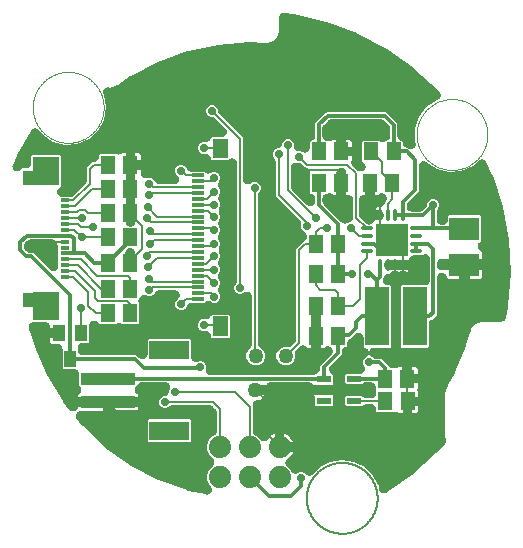
<source format=gbr>
G04 EAGLE Gerber RS-274X export*
G75*
%MOMM*%
%FSLAX34Y34*%
%LPD*%
%INBottom Copper*%
%IPPOS*%
%AMOC8*
5,1,8,0,0,1.08239X$1,22.5*%
G01*
%ADD10C,0.100000*%
%ADD11C,0.203200*%
%ADD12R,4.600000X1.000000*%
%ADD13R,3.400000X1.600000*%
%ADD14R,1.240000X1.500000*%
%ADD15R,2.500000X1.950000*%
%ADD16R,1.000000X1.400000*%
%ADD17R,2.000000X5.000000*%
%ADD18R,2.700000X2.700000*%
%ADD19C,0.350000*%
%ADD20C,0.908000*%
%ADD21R,1.200000X0.550000*%
%ADD22R,1.000000X0.300000*%
%ADD23R,1.000000X1.000000*%
%ADD24C,1.879600*%
%ADD25C,1.270000*%
%ADD26R,0.800000X0.300000*%
%ADD27R,2.200000X2.400000*%
%ADD28R,0.850000X1.300000*%
%ADD29C,0.152400*%
%ADD30C,0.711200*%
%ADD31C,0.304800*%

G36*
X278899Y125353D02*
X278899Y125353D01*
X278959Y125351D01*
X279182Y125373D01*
X279407Y125389D01*
X279466Y125401D01*
X279526Y125407D01*
X279744Y125461D01*
X279964Y125508D01*
X280021Y125528D01*
X280079Y125543D01*
X280288Y125626D01*
X280499Y125704D01*
X280552Y125732D01*
X280608Y125754D01*
X280803Y125866D01*
X281001Y125972D01*
X281050Y126008D01*
X281103Y126038D01*
X281194Y126113D01*
X281461Y126309D01*
X281622Y126466D01*
X281712Y126539D01*
X281716Y126543D01*
X281901Y126583D01*
X282127Y126625D01*
X282179Y126642D01*
X282233Y126654D01*
X282449Y126733D01*
X282667Y126806D01*
X282716Y126831D01*
X282768Y126850D01*
X282971Y126958D01*
X283176Y127061D01*
X283222Y127092D01*
X283270Y127118D01*
X283456Y127254D01*
X283645Y127385D01*
X283686Y127422D01*
X283730Y127455D01*
X283895Y127615D01*
X284064Y127771D01*
X284099Y127814D01*
X284138Y127852D01*
X284279Y128034D01*
X284425Y128212D01*
X284453Y128260D01*
X284487Y128303D01*
X284601Y128503D01*
X284720Y128700D01*
X284742Y128750D01*
X284769Y128798D01*
X284854Y129012D01*
X284945Y129223D01*
X284959Y129276D01*
X284979Y129327D01*
X285034Y129552D01*
X285094Y129773D01*
X285098Y129817D01*
X285114Y129881D01*
X285169Y130448D01*
X285166Y130514D01*
X285170Y130558D01*
X285170Y132361D01*
X285634Y133482D01*
X294815Y142662D01*
X294966Y142836D01*
X295121Y143006D01*
X295153Y143051D01*
X295189Y143093D01*
X295314Y143286D01*
X295444Y143476D01*
X295468Y143525D01*
X295498Y143571D01*
X295595Y143780D01*
X295698Y143986D01*
X295715Y144038D01*
X295738Y144088D01*
X295805Y144308D01*
X295878Y144526D01*
X295888Y144580D01*
X295903Y144633D01*
X295939Y144860D01*
X295980Y145087D01*
X295982Y145142D01*
X295991Y145196D01*
X295994Y145426D01*
X296003Y145656D01*
X295998Y145711D01*
X295998Y145766D01*
X295969Y145994D01*
X295946Y146223D01*
X295933Y146276D01*
X295926Y146331D01*
X295866Y146553D01*
X295811Y146777D01*
X295790Y146828D01*
X295776Y146881D01*
X295685Y147092D01*
X295599Y147306D01*
X295572Y147353D01*
X295550Y147404D01*
X295430Y147600D01*
X295316Y147800D01*
X295288Y147834D01*
X295253Y147890D01*
X294891Y148330D01*
X294843Y148374D01*
X294815Y148409D01*
X294693Y148530D01*
X294605Y148607D01*
X294524Y148690D01*
X294391Y148793D01*
X294263Y148904D01*
X294165Y148967D01*
X294073Y149039D01*
X293927Y149122D01*
X293785Y149214D01*
X293679Y149263D01*
X293578Y149320D01*
X293421Y149383D01*
X293268Y149454D01*
X293157Y149487D01*
X293048Y149530D01*
X292884Y149570D01*
X292723Y149619D01*
X292608Y149637D01*
X292494Y149664D01*
X292326Y149680D01*
X292160Y149706D01*
X292043Y149708D01*
X291927Y149719D01*
X291759Y149711D01*
X291590Y149714D01*
X291474Y149699D01*
X291358Y149694D01*
X291192Y149663D01*
X291025Y149642D01*
X290912Y149611D01*
X290798Y149590D01*
X290638Y149536D01*
X290475Y149491D01*
X290368Y149445D01*
X290258Y149408D01*
X290157Y149354D01*
X289952Y149265D01*
X289666Y149091D01*
X289563Y149035D01*
X289044Y148688D01*
X288581Y148497D01*
X288090Y148399D01*
X285703Y148399D01*
X285703Y158440D01*
X285703Y183840D01*
X285687Y184069D01*
X285677Y184299D01*
X285667Y184353D01*
X285663Y184408D01*
X285615Y184633D01*
X285573Y184859D01*
X285556Y184912D01*
X285544Y184965D01*
X285465Y185181D01*
X285392Y185400D01*
X285367Y185449D01*
X285349Y185500D01*
X285240Y185703D01*
X285137Y185909D01*
X285106Y185954D01*
X285080Y186003D01*
X284944Y186188D01*
X284813Y186378D01*
X284776Y186418D01*
X284743Y186463D01*
X284583Y186627D01*
X284427Y186797D01*
X284384Y186832D01*
X284346Y186871D01*
X284164Y187012D01*
X283986Y187158D01*
X283939Y187186D01*
X283895Y187220D01*
X283695Y187334D01*
X283499Y187453D01*
X283448Y187475D01*
X283400Y187502D01*
X283186Y187587D01*
X282975Y187677D01*
X282922Y187692D01*
X282871Y187712D01*
X282646Y187766D01*
X282425Y187826D01*
X282381Y187831D01*
X282317Y187846D01*
X281750Y187901D01*
X281684Y187899D01*
X281640Y187903D01*
X281410Y187887D01*
X281180Y187877D01*
X281126Y187867D01*
X281071Y187863D01*
X280846Y187815D01*
X280620Y187773D01*
X280568Y187755D01*
X280514Y187744D01*
X280298Y187665D01*
X280080Y187592D01*
X280031Y187567D01*
X279979Y187548D01*
X279776Y187439D01*
X279570Y187336D01*
X279525Y187305D01*
X279477Y187279D01*
X279291Y187144D01*
X279102Y187013D01*
X279061Y186975D01*
X279017Y186943D01*
X278852Y186783D01*
X278683Y186626D01*
X278648Y186584D01*
X278609Y186545D01*
X278468Y186364D01*
X278322Y186185D01*
X278293Y186138D01*
X278260Y186095D01*
X278146Y185895D01*
X278026Y185698D01*
X278005Y185648D01*
X277978Y185600D01*
X277892Y185385D01*
X277802Y185174D01*
X277788Y185122D01*
X277767Y185070D01*
X277713Y184846D01*
X277653Y184624D01*
X277649Y184580D01*
X277633Y184516D01*
X277578Y183949D01*
X277581Y183884D01*
X277577Y183840D01*
X277577Y158440D01*
X277577Y148399D01*
X275190Y148399D01*
X274699Y148497D01*
X274237Y148688D01*
X273820Y148967D01*
X273424Y149363D01*
X273250Y149514D01*
X273081Y149669D01*
X273035Y149700D01*
X272994Y149736D01*
X272801Y149862D01*
X272611Y149992D01*
X272562Y150016D01*
X272516Y150046D01*
X272307Y150143D01*
X272101Y150246D01*
X272049Y150263D01*
X271999Y150286D01*
X271779Y150353D01*
X271560Y150425D01*
X271506Y150435D01*
X271454Y150451D01*
X271227Y150487D01*
X271000Y150528D01*
X270945Y150530D01*
X270891Y150539D01*
X270661Y150542D01*
X270430Y150551D01*
X270376Y150546D01*
X270321Y150546D01*
X270092Y150517D01*
X269863Y150494D01*
X269810Y150481D01*
X269756Y150474D01*
X269533Y150413D01*
X269310Y150359D01*
X269259Y150338D01*
X269206Y150324D01*
X268995Y150233D01*
X268781Y150147D01*
X268733Y150120D01*
X268683Y150098D01*
X268486Y149978D01*
X268287Y149864D01*
X268253Y149835D01*
X268197Y149801D01*
X267756Y149439D01*
X267712Y149391D01*
X267678Y149363D01*
X265219Y146904D01*
X265217Y146902D01*
X265215Y146900D01*
X265030Y146687D01*
X264846Y146474D01*
X264844Y146472D01*
X264842Y146470D01*
X264680Y146218D01*
X264536Y145996D01*
X264535Y145993D01*
X264533Y145991D01*
X264415Y145736D01*
X264296Y145479D01*
X264295Y145476D01*
X264294Y145474D01*
X264214Y145208D01*
X264131Y144934D01*
X264130Y144931D01*
X264129Y144928D01*
X264084Y144635D01*
X264043Y144371D01*
X264043Y144368D01*
X264043Y144365D01*
X264039Y144078D01*
X264036Y143801D01*
X264036Y143798D01*
X264036Y143795D01*
X264074Y143501D01*
X264095Y143338D01*
X264095Y139932D01*
X262896Y137037D01*
X260681Y134822D01*
X257786Y133623D01*
X254654Y133623D01*
X251759Y134822D01*
X249544Y137037D01*
X248345Y139932D01*
X248345Y143064D01*
X249544Y145959D01*
X251759Y148174D01*
X254654Y149373D01*
X258081Y149373D01*
X258299Y149333D01*
X258301Y149332D01*
X258304Y149332D01*
X258590Y149320D01*
X258868Y149309D01*
X258871Y149309D01*
X258874Y149309D01*
X259158Y149337D01*
X259435Y149365D01*
X259438Y149365D01*
X259441Y149366D01*
X259720Y149434D01*
X259989Y149500D01*
X259991Y149501D01*
X259994Y149501D01*
X260257Y149607D01*
X260518Y149710D01*
X260520Y149712D01*
X260523Y149713D01*
X260764Y149851D01*
X261013Y149993D01*
X261015Y149995D01*
X261017Y149996D01*
X261028Y150005D01*
X261463Y150343D01*
X261560Y150443D01*
X261626Y150497D01*
X263731Y152602D01*
X263771Y152648D01*
X263815Y152689D01*
X263957Y152863D01*
X264105Y153032D01*
X264138Y153083D01*
X264176Y153130D01*
X264292Y153322D01*
X264415Y153511D01*
X264440Y153566D01*
X264471Y153617D01*
X264560Y153823D01*
X264655Y154028D01*
X264672Y154085D01*
X264696Y154141D01*
X264755Y154358D01*
X264820Y154573D01*
X264829Y154632D01*
X264845Y154691D01*
X264856Y154808D01*
X264907Y155136D01*
X264910Y155361D01*
X264921Y155475D01*
X264921Y231645D01*
X265308Y232579D01*
X270849Y238120D01*
X271407Y238351D01*
X271409Y238352D01*
X271412Y238353D01*
X271673Y238484D01*
X271917Y238606D01*
X271919Y238607D01*
X271921Y238608D01*
X272159Y238772D01*
X272386Y238929D01*
X272388Y238931D01*
X272390Y238932D01*
X272598Y239124D01*
X272805Y239314D01*
X272807Y239317D01*
X272809Y239318D01*
X272996Y239547D01*
X273167Y239755D01*
X273168Y239757D01*
X273170Y239759D01*
X273320Y240007D01*
X273463Y240242D01*
X273464Y240244D01*
X273465Y240247D01*
X273574Y240501D01*
X273688Y240765D01*
X273689Y240768D01*
X273690Y240770D01*
X273762Y241035D01*
X273838Y241315D01*
X273838Y241318D01*
X273839Y241320D01*
X273840Y241333D01*
X273909Y241880D01*
X273907Y242020D01*
X273915Y242105D01*
X273915Y243339D01*
X273915Y243342D01*
X273915Y243345D01*
X273896Y243614D01*
X273875Y243907D01*
X273875Y243910D01*
X273875Y243913D01*
X273815Y244188D01*
X273756Y244465D01*
X273755Y244467D01*
X273755Y244470D01*
X273660Y244728D01*
X273560Y245000D01*
X273559Y245002D01*
X273558Y245005D01*
X273434Y245237D01*
X273292Y245502D01*
X273290Y245504D01*
X273289Y245507D01*
X273123Y245732D01*
X272955Y245962D01*
X272953Y245964D01*
X272952Y245966D01*
X272761Y246161D01*
X272558Y246370D01*
X272556Y246372D01*
X272554Y246374D01*
X272328Y246548D01*
X272107Y246719D01*
X272105Y246720D01*
X272103Y246722D01*
X272090Y246729D01*
X271612Y247001D01*
X271581Y247013D01*
X270140Y248455D01*
X269366Y250322D01*
X269366Y252433D01*
X269392Y252509D01*
X269392Y252512D01*
X269393Y252514D01*
X269443Y252787D01*
X269495Y253069D01*
X269495Y253072D01*
X269495Y253075D01*
X269507Y253367D01*
X269519Y253638D01*
X269518Y253641D01*
X269518Y253644D01*
X269491Y253916D01*
X269463Y254205D01*
X269462Y254208D01*
X269462Y254211D01*
X269394Y254487D01*
X269328Y254759D01*
X269327Y254762D01*
X269326Y254765D01*
X269220Y255029D01*
X269117Y255288D01*
X269116Y255291D01*
X269115Y255294D01*
X268976Y255536D01*
X268834Y255783D01*
X268832Y255785D01*
X268831Y255788D01*
X268822Y255798D01*
X268485Y256233D01*
X268384Y256331D01*
X268330Y256397D01*
X249322Y275405D01*
X248036Y276691D01*
X247649Y277625D01*
X247649Y305838D01*
X247645Y305899D01*
X247647Y305959D01*
X247625Y306182D01*
X247609Y306407D01*
X247597Y306466D01*
X247591Y306526D01*
X247537Y306744D01*
X247490Y306964D01*
X247470Y307021D01*
X247455Y307079D01*
X247372Y307288D01*
X247294Y307499D01*
X247266Y307552D01*
X247244Y307608D01*
X247132Y307803D01*
X247026Y308002D01*
X246990Y308050D01*
X246960Y308103D01*
X246885Y308194D01*
X246689Y308461D01*
X246532Y308623D01*
X246459Y308712D01*
X245883Y309288D01*
X245109Y311155D01*
X245109Y313177D01*
X245883Y315044D01*
X247312Y316473D01*
X249226Y317266D01*
X249380Y317273D01*
X249434Y317283D01*
X249488Y317287D01*
X249714Y317335D01*
X249940Y317377D01*
X249992Y317394D01*
X250046Y317406D01*
X250262Y317485D01*
X250480Y317558D01*
X250529Y317583D01*
X250581Y317602D01*
X250784Y317710D01*
X250989Y317813D01*
X251035Y317844D01*
X251083Y317870D01*
X251269Y318006D01*
X251458Y318137D01*
X251499Y318174D01*
X251543Y318207D01*
X251708Y318367D01*
X251877Y318523D01*
X251912Y318566D01*
X251951Y318604D01*
X252092Y318786D01*
X252238Y318964D01*
X252266Y319012D01*
X252300Y319055D01*
X252414Y319255D01*
X252533Y319452D01*
X252555Y319502D01*
X252582Y319550D01*
X252667Y319764D01*
X252758Y319975D01*
X252772Y320028D01*
X252792Y320079D01*
X252847Y320304D01*
X252907Y320525D01*
X252911Y320569D01*
X252927Y320633D01*
X252930Y320668D01*
X253757Y322664D01*
X255186Y324093D01*
X257053Y324867D01*
X259075Y324867D01*
X260942Y324093D01*
X262371Y322664D01*
X263145Y320797D01*
X263145Y319024D01*
X263161Y318795D01*
X263171Y318564D01*
X263181Y318510D01*
X263185Y318456D01*
X263233Y318230D01*
X263275Y318004D01*
X263292Y317952D01*
X263304Y317898D01*
X263383Y317682D01*
X263456Y317464D01*
X263481Y317415D01*
X263500Y317363D01*
X263608Y317160D01*
X263711Y316955D01*
X263742Y316909D01*
X263768Y316861D01*
X263904Y316675D01*
X264035Y316486D01*
X264072Y316445D01*
X264105Y316401D01*
X264265Y316236D01*
X264421Y316067D01*
X264464Y316032D01*
X264502Y315993D01*
X264684Y315852D01*
X264862Y315706D01*
X264910Y315678D01*
X264953Y315644D01*
X265153Y315530D01*
X265350Y315411D01*
X265400Y315389D01*
X265448Y315362D01*
X265662Y315277D01*
X265873Y315186D01*
X265926Y315172D01*
X265977Y315152D01*
X266202Y315097D01*
X266423Y315037D01*
X266467Y315033D01*
X266531Y315017D01*
X267098Y314962D01*
X267164Y314965D01*
X267208Y314961D01*
X268473Y314961D01*
X270837Y313981D01*
X271000Y313927D01*
X271161Y313863D01*
X271271Y313836D01*
X271377Y313801D01*
X271547Y313769D01*
X271715Y313729D01*
X271827Y313718D01*
X271938Y313698D01*
X272110Y313690D01*
X272282Y313674D01*
X272395Y313678D01*
X272507Y313674D01*
X272679Y313691D01*
X272852Y313698D01*
X272962Y313719D01*
X273074Y313730D01*
X273242Y313771D01*
X273412Y313802D01*
X273518Y313838D01*
X273628Y313865D01*
X273788Y313928D01*
X273952Y313983D01*
X274053Y314034D01*
X274157Y314075D01*
X274307Y314161D01*
X274461Y314239D01*
X274554Y314302D01*
X274652Y314358D01*
X274788Y314464D01*
X274930Y314562D01*
X275013Y314639D01*
X275102Y314708D01*
X275222Y314831D01*
X275349Y314949D01*
X275420Y315036D01*
X275499Y315116D01*
X275600Y315256D01*
X275710Y315390D01*
X275768Y315486D01*
X275835Y315577D01*
X275916Y315729D01*
X276005Y315877D01*
X276050Y315980D01*
X276103Y316080D01*
X276162Y316242D01*
X276230Y316401D01*
X276259Y316509D01*
X276298Y316615D01*
X276334Y316784D01*
X276379Y316951D01*
X276387Y317036D01*
X276416Y317172D01*
X276454Y317722D01*
X276455Y317735D01*
X276455Y322782D01*
X277368Y323694D01*
X277528Y323701D01*
X277582Y323711D01*
X277636Y323715D01*
X277862Y323763D01*
X278088Y323805D01*
X278140Y323822D01*
X278194Y323834D01*
X278410Y323913D01*
X278628Y323986D01*
X278677Y324011D01*
X278729Y324030D01*
X278932Y324138D01*
X279137Y324241D01*
X279183Y324272D01*
X279231Y324298D01*
X279417Y324434D01*
X279606Y324565D01*
X279647Y324602D01*
X279691Y324635D01*
X279856Y324795D01*
X280025Y324951D01*
X280060Y324994D01*
X280099Y325032D01*
X280240Y325214D01*
X280386Y325392D01*
X280414Y325440D01*
X280448Y325483D01*
X280562Y325683D01*
X280681Y325880D01*
X280703Y325930D01*
X280730Y325978D01*
X280815Y326192D01*
X280906Y326403D01*
X280920Y326456D01*
X280940Y326507D01*
X280995Y326732D01*
X281055Y326953D01*
X281059Y326997D01*
X281075Y327061D01*
X281130Y327628D01*
X281127Y327694D01*
X281131Y327738D01*
X281131Y338126D01*
X281595Y339247D01*
X289865Y347517D01*
X290986Y347981D01*
X340712Y347981D01*
X341833Y347517D01*
X350311Y339039D01*
X350775Y337918D01*
X350775Y327738D01*
X350791Y327509D01*
X350801Y327278D01*
X350811Y327224D01*
X350815Y327170D01*
X350863Y326944D01*
X350905Y326718D01*
X350922Y326666D01*
X350934Y326612D01*
X351013Y326396D01*
X351086Y326178D01*
X351111Y326129D01*
X351130Y326077D01*
X351238Y325874D01*
X351341Y325669D01*
X351372Y325623D01*
X351398Y325575D01*
X351534Y325389D01*
X351665Y325200D01*
X351702Y325159D01*
X351735Y325115D01*
X351895Y324950D01*
X352051Y324781D01*
X352094Y324746D01*
X352132Y324707D01*
X352314Y324566D01*
X352492Y324420D01*
X352540Y324392D01*
X352583Y324358D01*
X352783Y324244D01*
X352980Y324125D01*
X353030Y324103D01*
X353078Y324076D01*
X353292Y323991D01*
X353503Y323900D01*
X353556Y323886D01*
X353607Y323866D01*
X353832Y323811D01*
X354053Y323751D01*
X354097Y323747D01*
X354161Y323731D01*
X354431Y323705D01*
X355355Y322782D01*
X355355Y321762D01*
X355371Y321533D01*
X355381Y321302D01*
X355391Y321248D01*
X355395Y321194D01*
X355443Y320968D01*
X355485Y320742D01*
X355502Y320690D01*
X355514Y320636D01*
X355593Y320420D01*
X355666Y320202D01*
X355691Y320153D01*
X355710Y320101D01*
X355818Y319898D01*
X355921Y319693D01*
X355952Y319647D01*
X355978Y319599D01*
X356114Y319413D01*
X356245Y319224D01*
X356282Y319183D01*
X356315Y319139D01*
X356475Y318974D01*
X356631Y318805D01*
X356674Y318770D01*
X356712Y318731D01*
X356894Y318590D01*
X357072Y318444D01*
X357120Y318416D01*
X357163Y318382D01*
X357363Y318268D01*
X357560Y318149D01*
X357610Y318127D01*
X357658Y318100D01*
X357872Y318015D01*
X358083Y317924D01*
X358136Y317910D01*
X358187Y317890D01*
X358412Y317835D01*
X358633Y317775D01*
X358677Y317771D01*
X358741Y317755D01*
X358974Y317733D01*
X360624Y317049D01*
X360883Y316963D01*
X361143Y316874D01*
X361154Y316872D01*
X361164Y316869D01*
X361434Y316819D01*
X361703Y316768D01*
X361714Y316768D01*
X361725Y316766D01*
X361997Y316754D01*
X362272Y316741D01*
X362283Y316742D01*
X362294Y316742D01*
X362567Y316769D01*
X362840Y316794D01*
X362850Y316797D01*
X362861Y316798D01*
X363128Y316863D01*
X363394Y316926D01*
X363404Y316930D01*
X363415Y316933D01*
X363670Y317034D01*
X363924Y317134D01*
X363934Y317139D01*
X363944Y317143D01*
X364181Y317279D01*
X364421Y317414D01*
X364429Y317421D01*
X364439Y317426D01*
X364654Y317594D01*
X364873Y317761D01*
X364880Y317769D01*
X364889Y317776D01*
X365081Y317973D01*
X365272Y318168D01*
X365278Y318177D01*
X365286Y318185D01*
X365448Y318407D01*
X365610Y318627D01*
X365615Y318636D01*
X365621Y318645D01*
X365751Y318888D01*
X365881Y319128D01*
X365884Y319138D01*
X365890Y319148D01*
X365983Y319403D01*
X366079Y319662D01*
X366081Y319673D01*
X366085Y319683D01*
X366141Y319950D01*
X366200Y320219D01*
X366201Y320230D01*
X366203Y320240D01*
X366222Y320512D01*
X366242Y320787D01*
X366241Y320798D01*
X366242Y320809D01*
X366223Y321080D01*
X366204Y321356D01*
X366202Y321364D01*
X366201Y321377D01*
X366082Y321934D01*
X366040Y322048D01*
X366022Y322123D01*
X365467Y323738D01*
X365467Y334262D01*
X368885Y344215D01*
X375348Y352520D01*
X384158Y358276D01*
X384345Y358323D01*
X384346Y358324D01*
X384347Y358324D01*
X384597Y358406D01*
X384886Y358501D01*
X384887Y358502D01*
X384889Y358502D01*
X385145Y358629D01*
X385397Y358754D01*
X385398Y358754D01*
X385399Y358755D01*
X385634Y358916D01*
X385868Y359075D01*
X385869Y359076D01*
X385870Y359076D01*
X386081Y359269D01*
X386289Y359459D01*
X386290Y359460D01*
X386291Y359461D01*
X386456Y359661D01*
X386652Y359898D01*
X386653Y359899D01*
X386654Y359900D01*
X386793Y360128D01*
X386950Y360383D01*
X386951Y360385D01*
X386951Y360386D01*
X387059Y360634D01*
X387178Y360906D01*
X387178Y360907D01*
X387179Y360908D01*
X387250Y361167D01*
X387330Y361455D01*
X387330Y361456D01*
X387330Y361457D01*
X387365Y361721D01*
X387404Y362020D01*
X387404Y362021D01*
X387404Y362022D01*
X387401Y362274D01*
X387398Y362590D01*
X387397Y362591D01*
X387397Y362592D01*
X387357Y362856D01*
X387312Y363153D01*
X387312Y363154D01*
X387311Y363155D01*
X387230Y363427D01*
X387148Y363699D01*
X387148Y363700D01*
X387147Y363701D01*
X387042Y363929D01*
X386910Y364216D01*
X386909Y364217D01*
X386909Y364218D01*
X386906Y364223D01*
X386602Y364695D01*
X386512Y364800D01*
X386464Y364869D01*
X385950Y365484D01*
X385643Y365802D01*
X385590Y365862D01*
X365198Y384696D01*
X364962Y384886D01*
X364818Y385003D01*
X364794Y385025D01*
X342159Y401094D01*
X341782Y401324D01*
X341715Y401368D01*
X317209Y414408D01*
X316806Y414587D01*
X316734Y414623D01*
X290761Y424418D01*
X290338Y424545D01*
X290262Y424570D01*
X263249Y430960D01*
X262982Y431004D01*
X262864Y431032D01*
X255279Y432070D01*
X255058Y432085D01*
X254838Y432106D01*
X254774Y432103D01*
X254710Y432108D01*
X254490Y432091D01*
X254268Y432082D01*
X254206Y432070D01*
X254142Y432065D01*
X253926Y432018D01*
X253708Y431978D01*
X253648Y431957D01*
X253585Y431944D01*
X253378Y431867D01*
X253168Y431796D01*
X253111Y431768D01*
X253051Y431746D01*
X252856Y431640D01*
X252659Y431541D01*
X252606Y431505D01*
X252550Y431475D01*
X252372Y431343D01*
X252190Y431217D01*
X252143Y431174D01*
X252092Y431136D01*
X251934Y430981D01*
X251771Y430831D01*
X251730Y430782D01*
X251685Y430737D01*
X251551Y430562D01*
X251410Y430390D01*
X251377Y430335D01*
X251338Y430285D01*
X251229Y430092D01*
X251115Y429903D01*
X251090Y429844D01*
X251058Y429789D01*
X250977Y429582D01*
X250890Y429379D01*
X250874Y429318D01*
X250850Y429258D01*
X250799Y429043D01*
X250741Y428829D01*
X250736Y428778D01*
X250719Y428704D01*
X250666Y428136D01*
X250668Y428082D01*
X250665Y428044D01*
X250665Y420552D01*
X250665Y420551D01*
X250665Y415846D01*
X248766Y411462D01*
X245282Y408193D01*
X240786Y406577D01*
X238402Y406729D01*
X238318Y406728D01*
X238262Y406735D01*
X225318Y407116D01*
X225022Y407104D01*
X224901Y407107D01*
X199082Y405214D01*
X198564Y405139D01*
X198533Y405135D01*
X173213Y399740D01*
X172711Y399595D01*
X172679Y399587D01*
X148332Y390789D01*
X147854Y390577D01*
X147824Y390565D01*
X124904Y378529D01*
X124653Y378374D01*
X124546Y378317D01*
X113757Y371153D01*
X113691Y371102D01*
X113643Y371075D01*
X113642Y371074D01*
X113641Y371074D01*
X111854Y369797D01*
X107593Y368736D01*
X106020Y368946D01*
X105938Y368951D01*
X105857Y368964D01*
X105654Y368969D01*
X105451Y368982D01*
X105369Y368975D01*
X105288Y368977D01*
X105086Y368953D01*
X104883Y368937D01*
X104803Y368920D01*
X104722Y368910D01*
X104525Y368858D01*
X104327Y368814D01*
X104250Y368785D01*
X104171Y368764D01*
X103983Y368685D01*
X103793Y368614D01*
X103721Y368575D01*
X103646Y368543D01*
X103471Y368438D01*
X103293Y368341D01*
X103227Y368292D01*
X103157Y368250D01*
X102999Y368123D01*
X102836Y368001D01*
X102777Y367944D01*
X102714Y367892D01*
X102575Y367744D01*
X102430Y367600D01*
X102381Y367535D01*
X102325Y367476D01*
X102209Y367309D01*
X102085Y367147D01*
X102045Y367076D01*
X101998Y367009D01*
X101906Y366828D01*
X101807Y366650D01*
X101777Y366574D01*
X101740Y366501D01*
X101674Y366308D01*
X101601Y366119D01*
X101582Y366039D01*
X101556Y365962D01*
X101517Y365762D01*
X101471Y365564D01*
X101464Y365483D01*
X101448Y365402D01*
X101438Y365199D01*
X101420Y364996D01*
X101424Y364915D01*
X101420Y364833D01*
X101439Y364630D01*
X101449Y364427D01*
X101465Y364347D01*
X101472Y364266D01*
X101519Y364067D01*
X101558Y363868D01*
X101584Y363791D01*
X101603Y363711D01*
X101650Y363599D01*
X101743Y363329D01*
X101862Y363096D01*
X101909Y362985D01*
X102236Y362380D01*
X103969Y352000D01*
X102236Y341620D01*
X97228Y332364D01*
X89485Y325237D01*
X79848Y321010D01*
X69360Y320141D01*
X59158Y322724D01*
X50348Y328480D01*
X47094Y332661D01*
X46982Y332786D01*
X46877Y332917D01*
X46792Y332998D01*
X46714Y333085D01*
X46585Y333193D01*
X46463Y333308D01*
X46367Y333376D01*
X46277Y333451D01*
X46135Y333540D01*
X45998Y333637D01*
X45894Y333691D01*
X45794Y333753D01*
X45641Y333821D01*
X45491Y333898D01*
X45381Y333937D01*
X45274Y333985D01*
X45112Y334031D01*
X44953Y334086D01*
X44838Y334109D01*
X44726Y334141D01*
X44559Y334164D01*
X44394Y334197D01*
X44277Y334203D01*
X44161Y334219D01*
X43993Y334219D01*
X43825Y334228D01*
X43709Y334218D01*
X43591Y334217D01*
X43425Y334193D01*
X43258Y334179D01*
X43144Y334153D01*
X43027Y334136D01*
X42866Y334089D01*
X42702Y334052D01*
X42593Y334009D01*
X42480Y333977D01*
X42327Y333908D01*
X42170Y333847D01*
X42068Y333791D01*
X41961Y333742D01*
X41819Y333653D01*
X41672Y333571D01*
X41579Y333500D01*
X41480Y333438D01*
X41352Y333329D01*
X41218Y333228D01*
X41135Y333144D01*
X41045Y333069D01*
X40934Y332943D01*
X40815Y332824D01*
X40764Y332752D01*
X40667Y332642D01*
X40379Y332207D01*
X40360Y332181D01*
X28566Y311536D01*
X28400Y311191D01*
X28350Y311098D01*
X25124Y303445D01*
X25102Y303379D01*
X25072Y303315D01*
X25010Y303109D01*
X24940Y302906D01*
X24927Y302837D01*
X24907Y302770D01*
X24874Y302557D01*
X24834Y302346D01*
X24830Y302276D01*
X24819Y302207D01*
X24817Y301992D01*
X24806Y301777D01*
X24813Y301707D01*
X24812Y301637D01*
X24839Y301424D01*
X24859Y301210D01*
X24875Y301142D01*
X24884Y301072D01*
X24941Y300864D01*
X24990Y300655D01*
X25016Y300590D01*
X25034Y300522D01*
X25119Y300325D01*
X25198Y300125D01*
X25232Y300063D01*
X25260Y299999D01*
X25372Y299816D01*
X25478Y299628D01*
X25520Y299573D01*
X25557Y299513D01*
X25693Y299347D01*
X25824Y299176D01*
X25874Y299127D01*
X25919Y299073D01*
X26077Y298928D01*
X26231Y298777D01*
X26287Y298735D01*
X26339Y298687D01*
X26516Y298566D01*
X26689Y298438D01*
X26751Y298405D01*
X26808Y298365D01*
X27001Y298269D01*
X27190Y298167D01*
X27256Y298142D01*
X27319Y298111D01*
X27523Y298043D01*
X27724Y297968D01*
X27793Y297953D01*
X27859Y297931D01*
X28071Y297893D01*
X28281Y297847D01*
X28351Y297841D01*
X28420Y297829D01*
X28635Y297820D01*
X28849Y297804D01*
X28919Y297809D01*
X28989Y297806D01*
X29203Y297827D01*
X29417Y297841D01*
X29486Y297855D01*
X29556Y297862D01*
X29765Y297914D01*
X29975Y297957D01*
X30041Y297981D01*
X30109Y297998D01*
X30309Y298078D01*
X30511Y298151D01*
X30573Y298184D01*
X30638Y298210D01*
X30825Y298317D01*
X31015Y298417D01*
X31072Y298458D01*
X31133Y298493D01*
X31226Y298570D01*
X31476Y298751D01*
X31650Y298919D01*
X31742Y298994D01*
X33064Y300317D01*
X36608Y300317D01*
X36837Y300333D01*
X37068Y300343D01*
X37122Y300353D01*
X37176Y300357D01*
X37402Y300405D01*
X37628Y300447D01*
X37680Y300464D01*
X37734Y300476D01*
X37950Y300555D01*
X38168Y300628D01*
X38217Y300653D01*
X38269Y300672D01*
X38472Y300780D01*
X38677Y300883D01*
X38723Y300914D01*
X38771Y300940D01*
X38957Y301076D01*
X39146Y301207D01*
X39187Y301244D01*
X39231Y301277D01*
X39396Y301437D01*
X39565Y301593D01*
X39600Y301636D01*
X39639Y301674D01*
X39780Y301856D01*
X39926Y302034D01*
X39954Y302082D01*
X39988Y302125D01*
X40102Y302325D01*
X40221Y302522D01*
X40243Y302572D01*
X40270Y302620D01*
X40355Y302834D01*
X40446Y303045D01*
X40460Y303098D01*
X40480Y303149D01*
X40535Y303374D01*
X40595Y303595D01*
X40599Y303639D01*
X40615Y303703D01*
X40670Y304270D01*
X40667Y304336D01*
X40671Y304380D01*
X40671Y310424D01*
X41564Y311317D01*
X64828Y311317D01*
X65721Y310424D01*
X65721Y285160D01*
X63813Y283253D01*
X63738Y283166D01*
X63655Y283086D01*
X63551Y282951D01*
X63440Y282823D01*
X63377Y282726D01*
X63307Y282635D01*
X63222Y282488D01*
X63130Y282345D01*
X63081Y282240D01*
X63024Y282140D01*
X62962Y281982D01*
X62890Y281828D01*
X62857Y281718D01*
X62814Y281611D01*
X62774Y281445D01*
X62725Y281283D01*
X62707Y281169D01*
X62680Y281057D01*
X62664Y280887D01*
X62638Y280720D01*
X62636Y280605D01*
X62625Y280490D01*
X62632Y280320D01*
X62630Y280150D01*
X62644Y280036D01*
X62649Y279920D01*
X62680Y279753D01*
X62702Y279585D01*
X62732Y279473D01*
X62753Y279360D01*
X62807Y279199D01*
X62852Y279035D01*
X62898Y278929D01*
X62935Y278820D01*
X63011Y278668D01*
X63078Y278512D01*
X63138Y278414D01*
X63190Y278311D01*
X63286Y278171D01*
X63375Y278026D01*
X63448Y277937D01*
X63514Y277842D01*
X63629Y277717D01*
X63737Y277585D01*
X63822Y277508D01*
X63900Y277423D01*
X64032Y277315D01*
X64157Y277200D01*
X64252Y277135D01*
X64341Y277062D01*
X64486Y276974D01*
X64626Y276878D01*
X64730Y276826D01*
X64828Y276767D01*
X64984Y276700D01*
X65137Y276624D01*
X65246Y276588D01*
X65352Y276542D01*
X65516Y276498D01*
X65677Y276444D01*
X65791Y276423D01*
X65902Y276393D01*
X66017Y276382D01*
X66238Y276342D01*
X66569Y276328D01*
X66687Y276317D01*
X74191Y276317D01*
X74251Y276321D01*
X74311Y276319D01*
X74535Y276341D01*
X74759Y276357D01*
X74818Y276369D01*
X74878Y276375D01*
X75096Y276429D01*
X75316Y276476D01*
X75373Y276496D01*
X75431Y276511D01*
X75640Y276594D01*
X75851Y276672D01*
X75905Y276700D01*
X75961Y276722D01*
X76155Y276834D01*
X76354Y276940D01*
X76402Y276976D01*
X76455Y277006D01*
X76546Y277081D01*
X76814Y277277D01*
X76975Y277434D01*
X77064Y277507D01*
X86439Y286882D01*
X86479Y286928D01*
X86523Y286969D01*
X86665Y287143D01*
X86813Y287312D01*
X86846Y287363D01*
X86884Y287410D01*
X87001Y287602D01*
X87123Y287791D01*
X87148Y287845D01*
X87179Y287897D01*
X87268Y288103D01*
X87363Y288307D01*
X87380Y288365D01*
X87404Y288421D01*
X87462Y288637D01*
X87528Y288853D01*
X87537Y288913D01*
X87553Y288971D01*
X87564Y289088D01*
X87615Y289416D01*
X87618Y289641D01*
X87629Y289755D01*
X87629Y300225D01*
X88016Y301159D01*
X92361Y305504D01*
X93295Y305891D01*
X93952Y305891D01*
X94181Y305907D01*
X94412Y305917D01*
X94466Y305927D01*
X94520Y305931D01*
X94746Y305979D01*
X94972Y306021D01*
X95024Y306038D01*
X95078Y306050D01*
X95294Y306129D01*
X95512Y306202D01*
X95561Y306227D01*
X95613Y306246D01*
X95816Y306354D01*
X96021Y306457D01*
X96067Y306488D01*
X96115Y306514D01*
X96301Y306650D01*
X96490Y306781D01*
X96531Y306818D01*
X96575Y306851D01*
X96740Y307011D01*
X96909Y307167D01*
X96944Y307210D01*
X96983Y307248D01*
X97124Y307430D01*
X97270Y307608D01*
X97298Y307656D01*
X97332Y307699D01*
X97446Y307899D01*
X97565Y308096D01*
X97587Y308146D01*
X97614Y308194D01*
X97699Y308408D01*
X97790Y308619D01*
X97804Y308672D01*
X97824Y308723D01*
X97879Y308948D01*
X97939Y309169D01*
X97943Y309213D01*
X97959Y309277D01*
X98014Y309844D01*
X98011Y309910D01*
X98015Y309954D01*
X98015Y311482D01*
X98908Y312375D01*
X113029Y312375D01*
X113112Y312336D01*
X113223Y312303D01*
X113332Y312260D01*
X113496Y312220D01*
X113657Y312171D01*
X113772Y312153D01*
X113886Y312126D01*
X114054Y312110D01*
X114220Y312084D01*
X114337Y312082D01*
X114453Y312071D01*
X114621Y312079D01*
X114790Y312076D01*
X114906Y312091D01*
X115022Y312096D01*
X115188Y312127D01*
X115355Y312148D01*
X115468Y312179D01*
X115582Y312200D01*
X115742Y312254D01*
X115905Y312299D01*
X116012Y312345D01*
X116122Y312382D01*
X116223Y312436D01*
X116428Y312525D01*
X116714Y312699D01*
X116817Y312755D01*
X117336Y313102D01*
X117799Y313293D01*
X118290Y313391D01*
X120677Y313391D01*
X120677Y303350D01*
X120677Y283030D01*
X120677Y262710D01*
X120677Y255076D01*
X120693Y254847D01*
X120703Y254616D01*
X120713Y254562D01*
X120717Y254508D01*
X120765Y254282D01*
X120807Y254056D01*
X120824Y254004D01*
X120836Y253950D01*
X120915Y253734D01*
X120988Y253516D01*
X121013Y253467D01*
X121031Y253415D01*
X121140Y253212D01*
X121243Y253007D01*
X121274Y252961D01*
X121300Y252913D01*
X121436Y252727D01*
X121567Y252538D01*
X121604Y252497D01*
X121637Y252453D01*
X121797Y252288D01*
X121953Y252119D01*
X121996Y252084D01*
X122034Y252045D01*
X122216Y251904D01*
X122394Y251758D01*
X122441Y251730D01*
X122485Y251696D01*
X122685Y251582D01*
X122881Y251463D01*
X122932Y251441D01*
X122980Y251414D01*
X123194Y251329D01*
X123405Y251238D01*
X123458Y251224D01*
X123509Y251204D01*
X123734Y251149D01*
X123955Y251089D01*
X123999Y251085D01*
X124063Y251069D01*
X124630Y251014D01*
X124696Y251017D01*
X124740Y251013D01*
X124970Y251029D01*
X125200Y251039D01*
X125254Y251049D01*
X125309Y251053D01*
X125534Y251101D01*
X125760Y251143D01*
X125812Y251160D01*
X125866Y251172D01*
X126082Y251251D01*
X126300Y251324D01*
X126349Y251349D01*
X126401Y251368D01*
X126604Y251476D01*
X126810Y251579D01*
X126855Y251610D01*
X126903Y251636D01*
X127089Y251772D01*
X127278Y251903D01*
X127319Y251940D01*
X127363Y251973D01*
X127528Y252133D01*
X127697Y252289D01*
X127732Y252332D01*
X127771Y252370D01*
X127912Y252552D01*
X128058Y252730D01*
X128087Y252778D01*
X128120Y252821D01*
X128234Y253021D01*
X128353Y253218D01*
X128375Y253268D01*
X128402Y253316D01*
X128488Y253530D01*
X128578Y253741D01*
X128592Y253794D01*
X128613Y253845D01*
X128667Y254070D01*
X128727Y254291D01*
X128731Y254335D01*
X128747Y254399D01*
X128802Y254966D01*
X128799Y255032D01*
X128803Y255076D01*
X128803Y262710D01*
X128803Y283030D01*
X128803Y299287D01*
X133481Y299287D01*
X133481Y295857D01*
X133493Y295685D01*
X133495Y295512D01*
X133513Y295402D01*
X133521Y295289D01*
X133557Y295120D01*
X133583Y294950D01*
X133616Y294842D01*
X133640Y294732D01*
X133699Y294570D01*
X133749Y294404D01*
X133797Y294303D01*
X133836Y294197D01*
X133917Y294044D01*
X133990Y293888D01*
X134051Y293794D01*
X134104Y293694D01*
X134206Y293555D01*
X134300Y293410D01*
X134374Y293325D01*
X134441Y293235D01*
X134561Y293111D01*
X134675Y292980D01*
X134760Y292907D01*
X134838Y292826D01*
X134975Y292721D01*
X135105Y292607D01*
X135200Y292546D01*
X135289Y292478D01*
X135439Y292392D01*
X135584Y292298D01*
X135686Y292251D01*
X135784Y292195D01*
X135945Y292131D01*
X136101Y292059D01*
X136209Y292027D01*
X136313Y291985D01*
X136481Y291944D01*
X136647Y291895D01*
X136758Y291877D01*
X136867Y291851D01*
X137039Y291834D01*
X137210Y291808D01*
X137322Y291807D01*
X137434Y291796D01*
X137607Y291803D01*
X137780Y291801D01*
X137891Y291815D01*
X138004Y291820D01*
X138174Y291852D01*
X138345Y291874D01*
X138426Y291899D01*
X138564Y291924D01*
X139087Y292100D01*
X139099Y292104D01*
X139104Y292106D01*
X139705Y292355D01*
X141727Y292355D01*
X143594Y291581D01*
X145023Y290152D01*
X145248Y289609D01*
X145249Y289607D01*
X145250Y289604D01*
X145379Y289347D01*
X145503Y289099D01*
X145504Y289097D01*
X145505Y289095D01*
X145673Y288851D01*
X145826Y288630D01*
X145828Y288628D01*
X145829Y288626D01*
X146027Y288411D01*
X146211Y288211D01*
X146214Y288209D01*
X146215Y288207D01*
X146443Y288021D01*
X146652Y287849D01*
X146654Y287848D01*
X146656Y287846D01*
X146901Y287698D01*
X147139Y287553D01*
X147141Y287552D01*
X147144Y287551D01*
X147395Y287443D01*
X147662Y287328D01*
X147665Y287327D01*
X147667Y287326D01*
X147934Y287254D01*
X148212Y287178D01*
X148215Y287178D01*
X148217Y287177D01*
X148231Y287176D01*
X148777Y287107D01*
X148917Y287109D01*
X149002Y287101D01*
X161994Y287101D01*
X162110Y287109D01*
X162225Y287107D01*
X162393Y287129D01*
X162563Y287141D01*
X162676Y287165D01*
X162790Y287179D01*
X162954Y287224D01*
X163120Y287260D01*
X163228Y287299D01*
X163339Y287330D01*
X163495Y287397D01*
X163655Y287456D01*
X163757Y287510D01*
X163863Y287556D01*
X164008Y287644D01*
X164158Y287724D01*
X164251Y287792D01*
X164349Y287852D01*
X164480Y287960D01*
X164617Y288061D01*
X164700Y288141D01*
X164789Y288214D01*
X164904Y288340D01*
X165026Y288458D01*
X165096Y288549D01*
X165174Y288634D01*
X165270Y288774D01*
X165374Y288909D01*
X165431Y289009D01*
X165497Y289104D01*
X165572Y289256D01*
X165657Y289404D01*
X165699Y289511D01*
X165751Y289614D01*
X165804Y289775D01*
X165867Y289933D01*
X165894Y290046D01*
X165930Y290155D01*
X165961Y290322D01*
X166001Y290487D01*
X166012Y290602D01*
X166033Y290715D01*
X166040Y290885D01*
X166056Y291054D01*
X166051Y291169D01*
X166056Y291285D01*
X166039Y291454D01*
X166032Y291624D01*
X166011Y291737D01*
X165999Y291852D01*
X165959Y292017D01*
X165928Y292184D01*
X165891Y292293D01*
X165864Y292405D01*
X165800Y292563D01*
X165746Y292724D01*
X165695Y292827D01*
X165652Y292934D01*
X165567Y293081D01*
X165491Y293233D01*
X165426Y293328D01*
X165368Y293428D01*
X165295Y293517D01*
X165167Y293702D01*
X164942Y293946D01*
X164868Y294037D01*
X163333Y295572D01*
X162559Y297439D01*
X162559Y299461D01*
X163333Y301328D01*
X164762Y302757D01*
X166629Y303531D01*
X168651Y303531D01*
X170518Y302757D01*
X171947Y301328D01*
X172459Y300093D01*
X172460Y300091D01*
X172461Y300088D01*
X172597Y299817D01*
X172713Y299583D01*
X172715Y299581D01*
X172716Y299579D01*
X172880Y299341D01*
X173036Y299114D01*
X173038Y299112D01*
X173040Y299110D01*
X173239Y298894D01*
X173422Y298695D01*
X173424Y298693D01*
X173426Y298691D01*
X173648Y298509D01*
X173863Y298333D01*
X173865Y298332D01*
X173867Y298330D01*
X174110Y298183D01*
X174350Y298037D01*
X174352Y298036D01*
X174354Y298035D01*
X174609Y297925D01*
X174873Y297812D01*
X174876Y297811D01*
X174878Y297810D01*
X175143Y297738D01*
X175423Y297662D01*
X175426Y297662D01*
X175428Y297661D01*
X175441Y297660D01*
X175988Y297591D01*
X176128Y297593D01*
X176213Y297585D01*
X187402Y297585D01*
X187867Y297119D01*
X187869Y297118D01*
X187871Y297116D01*
X188092Y296924D01*
X188297Y296746D01*
X188299Y296744D01*
X188301Y296742D01*
X188545Y296585D01*
X188775Y296436D01*
X188778Y296435D01*
X188780Y296433D01*
X189037Y296314D01*
X189292Y296196D01*
X189295Y296195D01*
X189297Y296194D01*
X189564Y296114D01*
X189837Y296031D01*
X189840Y296030D01*
X189843Y296030D01*
X190128Y295986D01*
X190400Y295944D01*
X190403Y295944D01*
X190406Y295943D01*
X190694Y295940D01*
X190970Y295936D01*
X190973Y295936D01*
X190976Y295936D01*
X191251Y295972D01*
X191535Y296008D01*
X191538Y296009D01*
X191541Y296009D01*
X191553Y296013D01*
X192085Y296158D01*
X192213Y296214D01*
X192295Y296239D01*
X194569Y297181D01*
X196591Y297181D01*
X198458Y296407D01*
X199887Y294978D01*
X200661Y293111D01*
X200661Y291089D01*
X199883Y289212D01*
X199772Y289084D01*
X199617Y288915D01*
X199586Y288870D01*
X199550Y288828D01*
X199424Y288634D01*
X199294Y288445D01*
X199270Y288396D01*
X199240Y288350D01*
X199143Y288141D01*
X199041Y287935D01*
X199023Y287883D01*
X199000Y287833D01*
X198933Y287613D01*
X198861Y287394D01*
X198851Y287340D01*
X198835Y287288D01*
X198800Y287061D01*
X198758Y286834D01*
X198756Y286779D01*
X198748Y286725D01*
X198744Y286495D01*
X198735Y286264D01*
X198741Y286210D01*
X198740Y286155D01*
X198769Y285927D01*
X198792Y285698D01*
X198805Y285644D01*
X198812Y285590D01*
X198873Y285368D01*
X198927Y285144D01*
X198948Y285093D01*
X198962Y285040D01*
X199053Y284829D01*
X199139Y284615D01*
X199166Y284567D01*
X199188Y284517D01*
X199308Y284320D01*
X199423Y284121D01*
X199451Y284087D01*
X199485Y284031D01*
X199847Y283591D01*
X199884Y283557D01*
X200661Y281681D01*
X200661Y279659D01*
X199857Y277718D01*
X199840Y277694D01*
X199804Y277652D01*
X199678Y277458D01*
X199548Y277269D01*
X199524Y277220D01*
X199494Y277174D01*
X199397Y276965D01*
X199295Y276759D01*
X199277Y276707D01*
X199254Y276657D01*
X199188Y276437D01*
X199115Y276218D01*
X199105Y276164D01*
X199089Y276112D01*
X199054Y275885D01*
X199012Y275658D01*
X199010Y275603D01*
X199002Y275549D01*
X198998Y275318D01*
X198989Y275088D01*
X198995Y275034D01*
X198994Y274979D01*
X199023Y274750D01*
X199046Y274522D01*
X199059Y274468D01*
X199066Y274414D01*
X199127Y274192D01*
X199181Y273968D01*
X199202Y273917D01*
X199216Y273864D01*
X199307Y273653D01*
X199393Y273439D01*
X199420Y273391D01*
X199442Y273341D01*
X199562Y273145D01*
X199677Y272945D01*
X199705Y272911D01*
X199739Y272855D01*
X199997Y272541D01*
X200788Y270632D01*
X200788Y268610D01*
X199923Y266523D01*
X199802Y266347D01*
X199778Y266298D01*
X199748Y266252D01*
X199651Y266043D01*
X199549Y265837D01*
X199531Y265785D01*
X199508Y265735D01*
X199441Y265515D01*
X199369Y265296D01*
X199359Y265242D01*
X199343Y265190D01*
X199308Y264963D01*
X199266Y264736D01*
X199264Y264681D01*
X199256Y264627D01*
X199252Y264397D01*
X199243Y264166D01*
X199249Y264112D01*
X199248Y264057D01*
X199277Y263829D01*
X199300Y263600D01*
X199313Y263546D01*
X199320Y263492D01*
X199381Y263270D01*
X199435Y263046D01*
X199456Y262995D01*
X199470Y262942D01*
X199561Y262731D01*
X199647Y262517D01*
X199674Y262469D01*
X199696Y262419D01*
X200661Y260091D01*
X200661Y258069D01*
X199862Y256142D01*
X199843Y256121D01*
X199812Y256075D01*
X199776Y256034D01*
X199651Y255841D01*
X199520Y255651D01*
X199496Y255602D01*
X199466Y255556D01*
X199369Y255346D01*
X199266Y255141D01*
X199249Y255089D01*
X199226Y255039D01*
X199159Y254818D01*
X199087Y254600D01*
X199077Y254546D01*
X199061Y254494D01*
X199026Y254266D01*
X198984Y254040D01*
X198982Y253985D01*
X198974Y253931D01*
X198970Y253701D01*
X198961Y253470D01*
X198967Y253415D01*
X198966Y253361D01*
X198995Y253132D01*
X199018Y252903D01*
X199031Y252850D01*
X199038Y252796D01*
X199099Y252573D01*
X199153Y252350D01*
X199174Y252299D01*
X199188Y252246D01*
X199280Y252035D01*
X199365Y251821D01*
X199392Y251773D01*
X199414Y251723D01*
X199534Y251526D01*
X199649Y251327D01*
X199677Y251293D01*
X199711Y251237D01*
X199852Y251065D01*
X200661Y249113D01*
X200661Y247091D01*
X199887Y245224D01*
X199824Y245161D01*
X199673Y244987D01*
X199518Y244818D01*
X199487Y244772D01*
X199451Y244731D01*
X199326Y244538D01*
X199195Y244348D01*
X199171Y244299D01*
X199141Y244253D01*
X199044Y244044D01*
X198942Y243838D01*
X198924Y243786D01*
X198901Y243736D01*
X198834Y243516D01*
X198762Y243297D01*
X198752Y243243D01*
X198736Y243191D01*
X198701Y242964D01*
X198659Y242737D01*
X198657Y242682D01*
X198649Y242628D01*
X198645Y242398D01*
X198636Y242167D01*
X198642Y242113D01*
X198641Y242058D01*
X198670Y241830D01*
X198693Y241601D01*
X198706Y241547D01*
X198713Y241493D01*
X198774Y241271D01*
X198828Y241047D01*
X198849Y240996D01*
X198863Y240943D01*
X198954Y240732D01*
X199040Y240518D01*
X199067Y240470D01*
X199089Y240420D01*
X199209Y240224D01*
X199324Y240024D01*
X199352Y239989D01*
X199386Y239934D01*
X199748Y239494D01*
X199796Y239449D01*
X199824Y239415D01*
X199887Y239352D01*
X200661Y237485D01*
X200661Y235463D01*
X199644Y233009D01*
X199549Y232817D01*
X199532Y232766D01*
X199509Y232717D01*
X199442Y232495D01*
X199369Y232276D01*
X199359Y232223D01*
X199343Y232172D01*
X199308Y231943D01*
X199266Y231716D01*
X199264Y231662D01*
X199256Y231609D01*
X199252Y231378D01*
X199243Y231146D01*
X199248Y231093D01*
X199248Y231039D01*
X199277Y230810D01*
X199300Y230580D01*
X199313Y230527D01*
X199319Y230474D01*
X199380Y230251D01*
X199435Y230026D01*
X199455Y229976D01*
X199470Y229924D01*
X199561Y229712D01*
X199647Y229497D01*
X199674Y229450D01*
X199695Y229401D01*
X199696Y229399D01*
X200661Y227071D01*
X200661Y225049D01*
X199883Y223172D01*
X199772Y223044D01*
X199617Y222875D01*
X199586Y222830D01*
X199550Y222788D01*
X199424Y222595D01*
X199294Y222405D01*
X199270Y222356D01*
X199240Y222310D01*
X199143Y222101D01*
X199041Y221895D01*
X199023Y221843D01*
X199000Y221793D01*
X198933Y221573D01*
X198861Y221354D01*
X198851Y221300D01*
X198835Y221248D01*
X198800Y221021D01*
X198758Y220794D01*
X198756Y220739D01*
X198748Y220685D01*
X198744Y220455D01*
X198735Y220224D01*
X198741Y220170D01*
X198740Y220115D01*
X198769Y219887D01*
X198792Y219658D01*
X198805Y219604D01*
X198812Y219550D01*
X198873Y219328D01*
X198927Y219104D01*
X198948Y219053D01*
X198962Y219000D01*
X199053Y218789D01*
X199139Y218575D01*
X199166Y218527D01*
X199188Y218477D01*
X199308Y218280D01*
X199423Y218081D01*
X199451Y218047D01*
X199485Y217991D01*
X199847Y217551D01*
X199884Y217517D01*
X200661Y215641D01*
X200661Y213619D01*
X199883Y211742D01*
X199772Y211614D01*
X199617Y211445D01*
X199586Y211400D01*
X199550Y211358D01*
X199424Y211165D01*
X199294Y210975D01*
X199270Y210926D01*
X199240Y210880D01*
X199143Y210671D01*
X199041Y210465D01*
X199023Y210413D01*
X199000Y210363D01*
X198933Y210143D01*
X198861Y209924D01*
X198851Y209870D01*
X198835Y209818D01*
X198800Y209591D01*
X198758Y209364D01*
X198756Y209309D01*
X198748Y209255D01*
X198744Y209025D01*
X198735Y208794D01*
X198741Y208740D01*
X198740Y208685D01*
X198769Y208457D01*
X198792Y208228D01*
X198805Y208174D01*
X198812Y208120D01*
X198873Y207898D01*
X198927Y207674D01*
X198948Y207623D01*
X198962Y207570D01*
X199054Y207359D01*
X199139Y207145D01*
X199166Y207097D01*
X199188Y207047D01*
X199308Y206850D01*
X199423Y206651D01*
X199451Y206617D01*
X199485Y206561D01*
X199847Y206121D01*
X199884Y206087D01*
X200661Y204211D01*
X200661Y202189D01*
X199883Y200312D01*
X199772Y200184D01*
X199617Y200015D01*
X199586Y199969D01*
X199550Y199928D01*
X199425Y199735D01*
X199294Y199545D01*
X199270Y199496D01*
X199240Y199450D01*
X199143Y199241D01*
X199040Y199035D01*
X199023Y198983D01*
X199000Y198933D01*
X198933Y198712D01*
X198861Y198494D01*
X198851Y198440D01*
X198835Y198388D01*
X198800Y198160D01*
X198758Y197934D01*
X198756Y197879D01*
X198748Y197825D01*
X198744Y197595D01*
X198735Y197364D01*
X198741Y197310D01*
X198740Y197255D01*
X198769Y197027D01*
X198792Y196797D01*
X198805Y196744D01*
X198812Y196690D01*
X198873Y196467D01*
X198927Y196244D01*
X198948Y196193D01*
X198962Y196140D01*
X199054Y195928D01*
X199139Y195715D01*
X199166Y195667D01*
X199188Y195617D01*
X199308Y195420D01*
X199423Y195221D01*
X199451Y195186D01*
X199485Y195131D01*
X199847Y194690D01*
X199884Y194657D01*
X200661Y192781D01*
X200661Y190759D01*
X199887Y188892D01*
X198458Y187463D01*
X196591Y186689D01*
X194569Y186689D01*
X192118Y187705D01*
X192116Y187705D01*
X192113Y187707D01*
X191855Y187792D01*
X191578Y187885D01*
X191575Y187886D01*
X191572Y187887D01*
X191299Y187937D01*
X191017Y187988D01*
X191015Y187989D01*
X191012Y187989D01*
X190723Y188001D01*
X190448Y188012D01*
X190445Y188012D01*
X190443Y188012D01*
X190166Y187984D01*
X189881Y187956D01*
X189878Y187956D01*
X189876Y187955D01*
X189612Y187891D01*
X189327Y187821D01*
X189325Y187820D01*
X189322Y187820D01*
X189063Y187716D01*
X188798Y187610D01*
X188796Y187609D01*
X188793Y187608D01*
X188547Y187467D01*
X188304Y187328D01*
X188301Y187326D01*
X188299Y187325D01*
X188289Y187316D01*
X187853Y186978D01*
X187756Y186878D01*
X187690Y186824D01*
X187402Y186535D01*
X176316Y186535D01*
X176314Y186535D01*
X176311Y186535D01*
X176033Y186515D01*
X175748Y186495D01*
X175745Y186495D01*
X175742Y186495D01*
X175465Y186435D01*
X175191Y186376D01*
X175188Y186375D01*
X175185Y186375D01*
X174920Y186277D01*
X174656Y186180D01*
X174653Y186179D01*
X174651Y186178D01*
X174407Y186047D01*
X174153Y185912D01*
X174151Y185910D01*
X174149Y185909D01*
X173914Y185737D01*
X173693Y185575D01*
X173691Y185573D01*
X173689Y185572D01*
X173489Y185377D01*
X173285Y185178D01*
X173283Y185176D01*
X173281Y185174D01*
X173111Y184952D01*
X172936Y184727D01*
X172935Y184725D01*
X172933Y184723D01*
X172927Y184711D01*
X172654Y184232D01*
X172602Y184102D01*
X172562Y184027D01*
X171947Y182542D01*
X170518Y181113D01*
X168651Y180339D01*
X166629Y180339D01*
X164762Y181113D01*
X163333Y182542D01*
X162559Y184409D01*
X162559Y186431D01*
X163333Y188298D01*
X165202Y190167D01*
X165277Y190254D01*
X165360Y190334D01*
X165464Y190469D01*
X165575Y190597D01*
X165638Y190694D01*
X165708Y190785D01*
X165793Y190932D01*
X165885Y191075D01*
X165934Y191180D01*
X165991Y191280D01*
X166053Y191438D01*
X166125Y191592D01*
X166158Y191702D01*
X166201Y191809D01*
X166241Y191975D01*
X166290Y192137D01*
X166308Y192251D01*
X166335Y192363D01*
X166351Y192533D01*
X166378Y192700D01*
X166379Y192815D01*
X166390Y192930D01*
X166383Y193100D01*
X166385Y193270D01*
X166371Y193384D01*
X166366Y193500D01*
X166335Y193667D01*
X166313Y193835D01*
X166283Y193947D01*
X166262Y194060D01*
X166208Y194221D01*
X166163Y194385D01*
X166117Y194491D01*
X166080Y194600D01*
X166004Y194752D01*
X165937Y194908D01*
X165877Y195006D01*
X165825Y195109D01*
X165729Y195249D01*
X165640Y195394D01*
X165567Y195483D01*
X165501Y195578D01*
X165386Y195703D01*
X165278Y195835D01*
X165193Y195912D01*
X165115Y195997D01*
X164983Y196105D01*
X164858Y196220D01*
X164763Y196285D01*
X164674Y196358D01*
X164529Y196446D01*
X164389Y196542D01*
X164285Y196594D01*
X164187Y196653D01*
X164031Y196720D01*
X163878Y196796D01*
X163769Y196832D01*
X163663Y196878D01*
X163499Y196922D01*
X163338Y196976D01*
X163224Y196997D01*
X163113Y197027D01*
X162999Y197038D01*
X162777Y197078D01*
X162446Y197092D01*
X162328Y197103D01*
X148930Y197103D01*
X148927Y197103D01*
X148925Y197103D01*
X148647Y197083D01*
X148362Y197063D01*
X148359Y197063D01*
X148356Y197063D01*
X148079Y197003D01*
X147804Y196944D01*
X147802Y196943D01*
X147799Y196943D01*
X147535Y196846D01*
X147269Y196748D01*
X147267Y196747D01*
X147264Y196746D01*
X147020Y196615D01*
X146767Y196480D01*
X146765Y196478D01*
X146762Y196477D01*
X146536Y196311D01*
X146307Y196143D01*
X146305Y196141D01*
X146303Y196140D01*
X146109Y195950D01*
X145899Y195746D01*
X145897Y195744D01*
X145895Y195742D01*
X145724Y195520D01*
X145550Y195295D01*
X145549Y195293D01*
X145547Y195291D01*
X145541Y195279D01*
X145268Y194800D01*
X145216Y194670D01*
X145176Y194595D01*
X145023Y194226D01*
X143594Y192797D01*
X141727Y192023D01*
X139705Y192023D01*
X137727Y192843D01*
X137563Y192897D01*
X137403Y192961D01*
X137293Y192988D01*
X137187Y193023D01*
X137017Y193055D01*
X136849Y193095D01*
X136737Y193106D01*
X136626Y193127D01*
X136454Y193134D01*
X136282Y193151D01*
X136169Y193146D01*
X136057Y193150D01*
X135885Y193133D01*
X135712Y193126D01*
X135602Y193105D01*
X135490Y193094D01*
X135322Y193054D01*
X135152Y193022D01*
X135046Y192986D01*
X134936Y192960D01*
X134776Y192896D01*
X134612Y192841D01*
X134511Y192790D01*
X134407Y192749D01*
X134257Y192663D01*
X134103Y192586D01*
X134010Y192522D01*
X133912Y192466D01*
X133776Y192360D01*
X133634Y192262D01*
X133551Y192186D01*
X133462Y192117D01*
X133342Y191992D01*
X133215Y191875D01*
X133144Y191788D01*
X133065Y191708D01*
X132964Y191568D01*
X132854Y191434D01*
X132796Y191338D01*
X132729Y191247D01*
X132648Y191095D01*
X132559Y190947D01*
X132514Y190844D01*
X132480Y190780D01*
X132421Y190712D01*
X132266Y190543D01*
X132235Y190497D01*
X132199Y190456D01*
X132074Y190263D01*
X131943Y190073D01*
X131919Y190024D01*
X131889Y189978D01*
X131792Y189769D01*
X131690Y189563D01*
X131672Y189511D01*
X131649Y189461D01*
X131582Y189241D01*
X131510Y189022D01*
X131500Y188968D01*
X131484Y188916D01*
X131449Y188689D01*
X131407Y188462D01*
X131405Y188407D01*
X131397Y188353D01*
X131393Y188123D01*
X131384Y187892D01*
X131390Y187838D01*
X131389Y187783D01*
X131418Y187555D01*
X131441Y187326D01*
X131454Y187272D01*
X131461Y187218D01*
X131522Y186996D01*
X131576Y186772D01*
X131597Y186721D01*
X131611Y186668D01*
X131702Y186457D01*
X131788Y186243D01*
X131816Y186195D01*
X131837Y186145D01*
X131957Y185949D01*
X132072Y185749D01*
X132100Y185714D01*
X132109Y185700D01*
X132109Y169340D01*
X131216Y168447D01*
X117525Y168447D01*
X117414Y168549D01*
X117368Y168580D01*
X117327Y168616D01*
X117134Y168741D01*
X116944Y168872D01*
X116895Y168896D01*
X116849Y168926D01*
X116640Y169023D01*
X116434Y169125D01*
X116382Y169143D01*
X116332Y169166D01*
X116112Y169233D01*
X115893Y169305D01*
X115839Y169315D01*
X115787Y169331D01*
X115559Y169366D01*
X115333Y169408D01*
X115278Y169410D01*
X115224Y169418D01*
X114994Y169422D01*
X114763Y169431D01*
X114709Y169425D01*
X114654Y169426D01*
X114426Y169397D01*
X114197Y169374D01*
X114143Y169361D01*
X114089Y169354D01*
X113867Y169293D01*
X113643Y169239D01*
X113592Y169218D01*
X113539Y169204D01*
X113328Y169113D01*
X113114Y169027D01*
X113066Y169000D01*
X113016Y168978D01*
X112819Y168858D01*
X112620Y168743D01*
X112586Y168715D01*
X112530Y168681D01*
X112245Y168447D01*
X98552Y168447D01*
X96677Y170323D01*
X96590Y170398D01*
X96510Y170481D01*
X96375Y170585D01*
X96247Y170696D01*
X96150Y170759D01*
X96059Y170829D01*
X95912Y170914D01*
X95769Y171006D01*
X95664Y171055D01*
X95564Y171112D01*
X95406Y171174D01*
X95252Y171246D01*
X95142Y171279D01*
X95035Y171322D01*
X94869Y171362D01*
X94707Y171411D01*
X94593Y171429D01*
X94481Y171456D01*
X94311Y171472D01*
X94144Y171498D01*
X94029Y171500D01*
X93914Y171511D01*
X93744Y171504D01*
X93574Y171506D01*
X93460Y171492D01*
X93344Y171487D01*
X93177Y171456D01*
X93009Y171434D01*
X92897Y171404D01*
X92784Y171383D01*
X92623Y171329D01*
X92459Y171284D01*
X92353Y171238D01*
X92244Y171201D01*
X92092Y171125D01*
X91936Y171058D01*
X91838Y170998D01*
X91735Y170946D01*
X91595Y170850D01*
X91450Y170761D01*
X91361Y170688D01*
X91266Y170622D01*
X91141Y170507D01*
X91009Y170399D01*
X90932Y170314D01*
X90847Y170236D01*
X90739Y170104D01*
X90624Y169979D01*
X90559Y169884D01*
X90486Y169795D01*
X90398Y169650D01*
X90302Y169510D01*
X90250Y169406D01*
X90191Y169308D01*
X90124Y169152D01*
X90048Y168999D01*
X90012Y168890D01*
X89966Y168784D01*
X89922Y168620D01*
X89868Y168459D01*
X89847Y168345D01*
X89817Y168234D01*
X89806Y168119D01*
X89766Y167898D01*
X89752Y167567D01*
X89741Y167449D01*
X89741Y153474D01*
X88848Y152581D01*
X84207Y152581D01*
X84091Y152573D01*
X83976Y152575D01*
X83808Y152553D01*
X83638Y152541D01*
X83525Y152517D01*
X83411Y152503D01*
X83247Y152458D01*
X83081Y152422D01*
X82973Y152383D01*
X82861Y152352D01*
X82705Y152285D01*
X82546Y152226D01*
X82444Y152172D01*
X82338Y152126D01*
X82193Y152038D01*
X82043Y151958D01*
X81950Y151889D01*
X81852Y151829D01*
X81720Y151721D01*
X81584Y151621D01*
X81501Y151541D01*
X81412Y151467D01*
X81297Y151342D01*
X81175Y151224D01*
X81105Y151132D01*
X81026Y151047D01*
X80930Y150907D01*
X80827Y150773D01*
X80769Y150673D01*
X80704Y150578D01*
X80628Y150425D01*
X80544Y150278D01*
X80502Y150171D01*
X80450Y150067D01*
X80397Y149907D01*
X80334Y149749D01*
X80307Y149636D01*
X80271Y149527D01*
X80240Y149360D01*
X80200Y149195D01*
X80189Y149080D01*
X80168Y148966D01*
X80161Y148797D01*
X80145Y148628D01*
X80150Y148512D01*
X80145Y148397D01*
X80162Y148228D01*
X80169Y148058D01*
X80190Y147945D01*
X80202Y147830D01*
X80241Y147672D01*
X80241Y146218D01*
X80257Y145989D01*
X80267Y145758D01*
X80277Y145704D01*
X80281Y145650D01*
X80329Y145424D01*
X80371Y145198D01*
X80388Y145146D01*
X80400Y145092D01*
X80479Y144876D01*
X80552Y144658D01*
X80577Y144609D01*
X80596Y144557D01*
X80704Y144354D01*
X80807Y144149D01*
X80838Y144103D01*
X80864Y144055D01*
X81000Y143869D01*
X81131Y143680D01*
X81168Y143639D01*
X81201Y143595D01*
X81361Y143430D01*
X81517Y143261D01*
X81560Y143226D01*
X81598Y143187D01*
X81780Y143046D01*
X81958Y142900D01*
X82006Y142872D01*
X82049Y142838D01*
X82249Y142724D01*
X82446Y142605D01*
X82496Y142583D01*
X82544Y142556D01*
X82758Y142471D01*
X82969Y142380D01*
X83022Y142366D01*
X83073Y142346D01*
X83298Y142291D01*
X83519Y142231D01*
X83563Y142227D01*
X83627Y142211D01*
X84194Y142156D01*
X84260Y142159D01*
X84304Y142155D01*
X129440Y142155D01*
X130561Y141691D01*
X132239Y140013D01*
X132326Y139937D01*
X132406Y139855D01*
X132541Y139750D01*
X132669Y139639D01*
X132766Y139576D01*
X132857Y139506D01*
X133004Y139422D01*
X133147Y139329D01*
X133252Y139281D01*
X133352Y139224D01*
X133510Y139161D01*
X133664Y139089D01*
X133774Y139056D01*
X133881Y139013D01*
X134047Y138973D01*
X134209Y138924D01*
X134323Y138906D01*
X134435Y138879D01*
X134605Y138863D01*
X134772Y138837D01*
X134887Y138835D01*
X135002Y138824D01*
X135172Y138831D01*
X135342Y138829D01*
X135456Y138844D01*
X135572Y138849D01*
X135739Y138880D01*
X135907Y138901D01*
X136019Y138932D01*
X136132Y138953D01*
X136293Y139007D01*
X136457Y139052D01*
X136563Y139097D01*
X136672Y139134D01*
X136824Y139210D01*
X136980Y139277D01*
X137078Y139337D01*
X137181Y139389D01*
X137321Y139486D01*
X137466Y139574D01*
X137555Y139647D01*
X137650Y139713D01*
X137775Y139828D01*
X137907Y139936D01*
X137984Y140021D01*
X138069Y140099D01*
X138177Y140231D01*
X138292Y140356D01*
X138357Y140451D01*
X138430Y140540D01*
X138518Y140686D01*
X138614Y140826D01*
X138666Y140929D01*
X138725Y141027D01*
X138792Y141183D01*
X138868Y141336D01*
X138904Y141445D01*
X138950Y141551D01*
X138994Y141715D01*
X139048Y141877D01*
X139069Y141990D01*
X139099Y142101D01*
X139110Y142216D01*
X139150Y142437D01*
X139164Y142769D01*
X139175Y142886D01*
X139175Y154932D01*
X140068Y155825D01*
X175332Y155825D01*
X176225Y154932D01*
X176225Y140408D01*
X176237Y140236D01*
X176239Y140063D01*
X176257Y139953D01*
X176265Y139840D01*
X176301Y139671D01*
X176327Y139501D01*
X176360Y139393D01*
X176384Y139283D01*
X176443Y139121D01*
X176493Y138955D01*
X176541Y138853D01*
X176580Y138748D01*
X176661Y138595D01*
X176734Y138439D01*
X176795Y138345D01*
X176848Y138245D01*
X176950Y138106D01*
X177044Y137961D01*
X177118Y137876D01*
X177185Y137786D01*
X177305Y137662D01*
X177419Y137531D01*
X177504Y137458D01*
X177582Y137377D01*
X177719Y137271D01*
X177849Y137158D01*
X177944Y137097D01*
X178033Y137029D01*
X178183Y136943D01*
X178328Y136849D01*
X178430Y136802D01*
X178528Y136746D01*
X178689Y136682D01*
X178845Y136610D01*
X178953Y136578D01*
X179057Y136536D01*
X179226Y136495D01*
X179391Y136446D01*
X179502Y136428D01*
X179611Y136402D01*
X179783Y136385D01*
X179954Y136359D01*
X180066Y136358D01*
X180178Y136347D01*
X180351Y136354D01*
X180524Y136352D01*
X180635Y136366D01*
X180748Y136371D01*
X180918Y136403D01*
X181089Y136425D01*
X181170Y136450D01*
X181308Y136475D01*
X181831Y136651D01*
X181843Y136655D01*
X181848Y136657D01*
X182758Y137034D01*
X184780Y137034D01*
X186647Y136260D01*
X188076Y134831D01*
X188850Y132964D01*
X188850Y130937D01*
X188805Y130803D01*
X188741Y130643D01*
X188715Y130533D01*
X188679Y130427D01*
X188648Y130256D01*
X188607Y130089D01*
X188596Y129977D01*
X188576Y129866D01*
X188569Y129694D01*
X188552Y129522D01*
X188557Y129409D01*
X188552Y129297D01*
X188569Y129125D01*
X188577Y128952D01*
X188597Y128842D01*
X188608Y128730D01*
X188649Y128562D01*
X188681Y128392D01*
X188716Y128286D01*
X188743Y128176D01*
X188807Y128016D01*
X188862Y127852D01*
X188912Y127751D01*
X188954Y127647D01*
X189040Y127497D01*
X189117Y127343D01*
X189181Y127250D01*
X189237Y127152D01*
X189343Y127016D01*
X189441Y126874D01*
X189517Y126791D01*
X189586Y126702D01*
X189710Y126582D01*
X189827Y126455D01*
X189914Y126384D01*
X189995Y126305D01*
X190134Y126204D01*
X190268Y126094D01*
X190364Y126036D01*
X190455Y125970D01*
X190608Y125888D01*
X190755Y125799D01*
X190859Y125754D01*
X190958Y125701D01*
X191121Y125642D01*
X191279Y125574D01*
X191388Y125545D01*
X191493Y125506D01*
X191662Y125470D01*
X191829Y125425D01*
X191914Y125417D01*
X192051Y125388D01*
X192601Y125350D01*
X192614Y125349D01*
X278838Y125349D01*
X278899Y125353D01*
G37*
G36*
X339540Y25238D02*
X339540Y25238D01*
X339819Y25255D01*
X339825Y25256D01*
X339830Y25256D01*
X340103Y25312D01*
X340377Y25368D01*
X340383Y25370D01*
X340389Y25371D01*
X340647Y25463D01*
X340915Y25558D01*
X340920Y25561D01*
X340925Y25563D01*
X340948Y25576D01*
X341420Y25822D01*
X341537Y25906D01*
X341613Y25948D01*
X362927Y40780D01*
X363253Y41043D01*
X363326Y41096D01*
X383482Y59258D01*
X383663Y59446D01*
X383753Y59527D01*
X390754Y67143D01*
X390845Y67258D01*
X390945Y67366D01*
X391023Y67480D01*
X391109Y67588D01*
X391184Y67715D01*
X391267Y67836D01*
X391328Y67960D01*
X391398Y68079D01*
X391455Y68215D01*
X391520Y68347D01*
X391563Y68478D01*
X391616Y68606D01*
X391653Y68748D01*
X391699Y68888D01*
X391724Y69024D01*
X391758Y69158D01*
X391775Y69304D01*
X391801Y69448D01*
X391807Y69586D01*
X391822Y69724D01*
X391818Y69871D01*
X391824Y70018D01*
X391811Y70118D01*
X391806Y70293D01*
X391734Y70713D01*
X391723Y70800D01*
X391156Y73274D01*
X391156Y105839D01*
X391156Y105840D01*
X391156Y110344D01*
X392294Y114568D01*
X393393Y116460D01*
X393428Y116531D01*
X393458Y116575D01*
X399233Y127295D01*
X399344Y127542D01*
X399402Y127648D01*
X408830Y150092D01*
X408917Y150348D01*
X408964Y150460D01*
X412578Y162089D01*
X412596Y162166D01*
X412614Y162215D01*
X412791Y162856D01*
X413230Y164448D01*
X413290Y164665D01*
X416576Y168542D01*
X421188Y170679D01*
X438888Y170679D01*
X439058Y170691D01*
X439228Y170694D01*
X439342Y170711D01*
X439456Y170719D01*
X439623Y170755D01*
X439792Y170781D01*
X439901Y170814D01*
X440013Y170838D01*
X440173Y170897D01*
X440337Y170946D01*
X440441Y170995D01*
X440548Y171034D01*
X440699Y171115D01*
X440854Y171187D01*
X440950Y171249D01*
X441051Y171303D01*
X441189Y171404D01*
X441332Y171496D01*
X441418Y171572D01*
X441511Y171639D01*
X441633Y171758D01*
X441762Y171870D01*
X441837Y171957D01*
X441919Y172037D01*
X442023Y172172D01*
X442135Y172301D01*
X442198Y172397D01*
X442268Y172487D01*
X442352Y172636D01*
X442445Y172779D01*
X442493Y172883D01*
X442550Y172982D01*
X442613Y173141D01*
X442685Y173296D01*
X442708Y173379D01*
X442760Y173512D01*
X442887Y174034D01*
X442893Y174056D01*
X444472Y183272D01*
X444499Y183540D01*
X444519Y183660D01*
X446557Y211344D01*
X446558Y211785D01*
X446561Y211865D01*
X445038Y239583D01*
X444994Y239931D01*
X444993Y239953D01*
X444988Y239983D01*
X444983Y240020D01*
X444976Y240100D01*
X439917Y267394D01*
X439807Y267822D01*
X439790Y267900D01*
X431278Y294322D01*
X431114Y294731D01*
X431087Y294807D01*
X425984Y305646D01*
X425847Y305892D01*
X425714Y306131D01*
X425710Y306137D01*
X425706Y306144D01*
X425539Y306363D01*
X425371Y306586D01*
X425365Y306591D01*
X425361Y306597D01*
X425167Y306789D01*
X424967Y306988D01*
X424961Y306993D01*
X424956Y306998D01*
X424735Y307162D01*
X424511Y307330D01*
X424505Y307333D01*
X424499Y307338D01*
X424256Y307470D01*
X424012Y307604D01*
X424005Y307607D01*
X423998Y307611D01*
X423739Y307708D01*
X423479Y307807D01*
X423472Y307808D01*
X423465Y307811D01*
X423195Y307871D01*
X422923Y307932D01*
X422916Y307933D01*
X422909Y307934D01*
X422632Y307956D01*
X422355Y307979D01*
X422348Y307978D01*
X422341Y307979D01*
X422061Y307961D01*
X421787Y307945D01*
X421779Y307944D01*
X421772Y307943D01*
X421500Y307888D01*
X421228Y307833D01*
X421221Y307830D01*
X421214Y307829D01*
X420953Y307736D01*
X420691Y307643D01*
X420684Y307640D01*
X420677Y307637D01*
X420431Y307508D01*
X420185Y307380D01*
X420180Y307377D01*
X420173Y307373D01*
X419710Y307040D01*
X419619Y306953D01*
X419556Y306905D01*
X414485Y302237D01*
X404848Y298010D01*
X394360Y297141D01*
X384158Y299724D01*
X375094Y305646D01*
X374862Y305775D01*
X374632Y305906D01*
X374614Y305914D01*
X374597Y305923D01*
X374351Y306018D01*
X374103Y306117D01*
X374083Y306121D01*
X374065Y306128D01*
X373808Y306188D01*
X373549Y306251D01*
X373529Y306253D01*
X373510Y306257D01*
X373247Y306280D01*
X372982Y306306D01*
X372962Y306305D01*
X372942Y306307D01*
X372679Y306293D01*
X372412Y306281D01*
X372393Y306278D01*
X372373Y306277D01*
X372112Y306226D01*
X371852Y306177D01*
X371834Y306171D01*
X371814Y306167D01*
X371564Y306081D01*
X371312Y305996D01*
X371294Y305987D01*
X371276Y305981D01*
X371042Y305861D01*
X370803Y305741D01*
X370786Y305730D01*
X370769Y305721D01*
X370554Y305569D01*
X370334Y305417D01*
X370319Y305404D01*
X370303Y305392D01*
X370111Y305212D01*
X369915Y305031D01*
X369902Y305016D01*
X369888Y305002D01*
X369723Y304797D01*
X369554Y304590D01*
X369544Y304573D01*
X369532Y304558D01*
X369396Y304329D01*
X369259Y304103D01*
X369251Y304085D01*
X369241Y304068D01*
X369138Y303820D01*
X369034Y303579D01*
X369029Y303560D01*
X369021Y303542D01*
X368955Y303285D01*
X368885Y303029D01*
X368884Y303013D01*
X368878Y302990D01*
X368813Y302424D01*
X368816Y302314D01*
X368809Y302244D01*
X368809Y281334D01*
X368345Y280213D01*
X359739Y271607D01*
X359699Y271562D01*
X359655Y271521D01*
X359513Y271347D01*
X359365Y271177D01*
X359332Y271126D01*
X359294Y271080D01*
X359177Y270887D01*
X359055Y270699D01*
X359030Y270644D01*
X358999Y270593D01*
X358910Y270386D01*
X358815Y270182D01*
X358798Y270124D01*
X358774Y270069D01*
X358715Y269852D01*
X358650Y269637D01*
X358641Y269577D01*
X358625Y269519D01*
X358614Y269402D01*
X358563Y269074D01*
X358560Y268849D01*
X358549Y268734D01*
X358549Y267832D01*
X358565Y267603D01*
X358575Y267372D01*
X358585Y267318D01*
X358589Y267264D01*
X358637Y267038D01*
X358679Y266812D01*
X358696Y266760D01*
X358708Y266706D01*
X358787Y266490D01*
X358860Y266272D01*
X358885Y266223D01*
X358904Y266171D01*
X359012Y265968D01*
X359115Y265763D01*
X359146Y265717D01*
X359172Y265669D01*
X359308Y265483D01*
X359439Y265294D01*
X359476Y265253D01*
X359509Y265209D01*
X359669Y265044D01*
X359825Y264875D01*
X359868Y264840D01*
X359906Y264801D01*
X360088Y264660D01*
X360266Y264514D01*
X360314Y264486D01*
X360357Y264452D01*
X360557Y264338D01*
X360754Y264219D01*
X360804Y264197D01*
X360852Y264170D01*
X361066Y264085D01*
X361277Y263994D01*
X361330Y263980D01*
X361381Y263960D01*
X361606Y263905D01*
X361827Y263845D01*
X361871Y263841D01*
X361935Y263825D01*
X362502Y263770D01*
X362568Y263773D01*
X362612Y263769D01*
X369534Y263769D01*
X369594Y263773D01*
X369655Y263771D01*
X369878Y263793D01*
X370102Y263809D01*
X370162Y263821D01*
X370222Y263827D01*
X370440Y263881D01*
X370660Y263928D01*
X370716Y263948D01*
X370775Y263963D01*
X370984Y264046D01*
X371195Y264124D01*
X371248Y264152D01*
X371304Y264174D01*
X371499Y264286D01*
X371697Y264392D01*
X371746Y264428D01*
X371798Y264458D01*
X371889Y264533D01*
X372157Y264729D01*
X372318Y264886D01*
X372407Y264959D01*
X374729Y267281D01*
X374769Y267326D01*
X374813Y267367D01*
X374955Y267541D01*
X375103Y267711D01*
X375136Y267762D01*
X375174Y267808D01*
X375291Y268001D01*
X375413Y268189D01*
X375438Y268244D01*
X375469Y268295D01*
X375558Y268502D01*
X375653Y268706D01*
X375670Y268764D01*
X375694Y268819D01*
X375752Y269036D01*
X375818Y269251D01*
X375827Y269311D01*
X375843Y269369D01*
X375854Y269486D01*
X375905Y269814D01*
X375908Y270039D01*
X375919Y270154D01*
X375919Y270251D01*
X376693Y272118D01*
X378122Y273547D01*
X379989Y274321D01*
X382011Y274321D01*
X383878Y273547D01*
X385307Y272118D01*
X386081Y270251D01*
X386081Y268229D01*
X385307Y266362D01*
X385239Y266294D01*
X385199Y266248D01*
X385155Y266207D01*
X385013Y266033D01*
X384865Y265863D01*
X384832Y265813D01*
X384794Y265766D01*
X384677Y265574D01*
X384555Y265385D01*
X384530Y265330D01*
X384499Y265279D01*
X384410Y265072D01*
X384315Y264868D01*
X384298Y264811D01*
X384274Y264755D01*
X384216Y264538D01*
X384150Y264323D01*
X384141Y264263D01*
X384125Y264205D01*
X384114Y264088D01*
X384063Y263760D01*
X384060Y263535D01*
X384049Y263420D01*
X384049Y256582D01*
X384065Y256353D01*
X384075Y256122D01*
X384085Y256068D01*
X384089Y256014D01*
X384137Y255788D01*
X384179Y255562D01*
X384196Y255510D01*
X384208Y255456D01*
X384287Y255240D01*
X384360Y255022D01*
X384385Y254973D01*
X384404Y254921D01*
X384512Y254718D01*
X384615Y254513D01*
X384646Y254467D01*
X384672Y254419D01*
X384808Y254233D01*
X384939Y254044D01*
X384976Y254003D01*
X385009Y253959D01*
X385169Y253794D01*
X385325Y253625D01*
X385368Y253590D01*
X385406Y253551D01*
X385588Y253410D01*
X385766Y253264D01*
X385814Y253236D01*
X385857Y253202D01*
X386057Y253088D01*
X386254Y252969D01*
X386304Y252947D01*
X386352Y252920D01*
X386566Y252835D01*
X386777Y252744D01*
X386830Y252730D01*
X386881Y252710D01*
X387106Y252655D01*
X387327Y252595D01*
X387371Y252591D01*
X387435Y252575D01*
X388002Y252520D01*
X388068Y252523D01*
X388112Y252519D01*
X389272Y252519D01*
X389501Y252535D01*
X389732Y252545D01*
X389786Y252555D01*
X389840Y252559D01*
X390066Y252607D01*
X390292Y252649D01*
X390344Y252666D01*
X390398Y252678D01*
X390614Y252757D01*
X390832Y252830D01*
X390881Y252855D01*
X390933Y252874D01*
X391136Y252982D01*
X391341Y253085D01*
X391387Y253116D01*
X391435Y253142D01*
X391621Y253278D01*
X391810Y253409D01*
X391851Y253446D01*
X391895Y253479D01*
X392060Y253639D01*
X392229Y253795D01*
X392264Y253838D01*
X392303Y253876D01*
X392444Y254058D01*
X392590Y254236D01*
X392618Y254284D01*
X392652Y254327D01*
X392766Y254527D01*
X392885Y254724D01*
X392907Y254774D01*
X392934Y254822D01*
X393019Y255036D01*
X393110Y255247D01*
X393124Y255300D01*
X393144Y255351D01*
X393199Y255576D01*
X393259Y255797D01*
X393263Y255841D01*
X393279Y255905D01*
X393334Y256472D01*
X393331Y256538D01*
X393335Y256582D01*
X393335Y259764D01*
X394228Y260657D01*
X420492Y260657D01*
X421385Y259764D01*
X421385Y239000D01*
X419851Y237467D01*
X419738Y237336D01*
X419617Y237212D01*
X419551Y237122D01*
X419477Y237037D01*
X419383Y236892D01*
X419282Y236752D01*
X419229Y236653D01*
X419168Y236558D01*
X419095Y236402D01*
X419014Y236249D01*
X418975Y236144D01*
X418928Y236042D01*
X418878Y235876D01*
X418818Y235714D01*
X418795Y235604D01*
X418763Y235496D01*
X418736Y235326D01*
X418700Y235156D01*
X418692Y235044D01*
X418675Y234933D01*
X418673Y234761D01*
X418661Y234588D01*
X418669Y234476D01*
X418668Y234364D01*
X418689Y234192D01*
X418702Y234020D01*
X418725Y233910D01*
X418740Y233798D01*
X418785Y233631D01*
X418822Y233463D01*
X418860Y233357D01*
X418890Y233249D01*
X418959Y233090D01*
X419018Y232928D01*
X419071Y232829D01*
X419116Y232726D01*
X419206Y232578D01*
X419288Y232426D01*
X419354Y232335D01*
X419413Y232239D01*
X419522Y232106D01*
X419625Y231966D01*
X419703Y231886D01*
X419775Y231799D01*
X419902Y231682D01*
X420023Y231559D01*
X420112Y231490D01*
X420195Y231414D01*
X420337Y231316D01*
X420474Y231211D01*
X420549Y231170D01*
X420664Y231091D01*
X421009Y230920D01*
X421480Y230605D01*
X421833Y230252D01*
X422112Y229835D01*
X422303Y229373D01*
X422401Y228882D01*
X422401Y223756D01*
X408171Y223756D01*
X407942Y223740D01*
X407712Y223730D01*
X407658Y223720D01*
X407603Y223716D01*
X407378Y223668D01*
X407377Y223668D01*
X407334Y223680D01*
X407289Y223684D01*
X407226Y223700D01*
X406658Y223755D01*
X406593Y223752D01*
X406549Y223756D01*
X388366Y223756D01*
X388137Y223740D01*
X387906Y223730D01*
X387852Y223720D01*
X387798Y223716D01*
X387572Y223668D01*
X387346Y223626D01*
X387294Y223609D01*
X387240Y223597D01*
X387024Y223518D01*
X386806Y223445D01*
X386757Y223420D01*
X386705Y223401D01*
X386502Y223293D01*
X386297Y223190D01*
X386251Y223159D01*
X386203Y223133D01*
X386017Y222997D01*
X385828Y222866D01*
X385787Y222829D01*
X385743Y222796D01*
X385578Y222636D01*
X385409Y222480D01*
X385374Y222437D01*
X385335Y222399D01*
X385194Y222217D01*
X385048Y222039D01*
X385020Y221991D01*
X384986Y221948D01*
X384872Y221748D01*
X384753Y221551D01*
X384731Y221501D01*
X384704Y221453D01*
X384619Y221239D01*
X384528Y221028D01*
X384514Y220975D01*
X384494Y220924D01*
X384439Y220699D01*
X384379Y220478D01*
X384375Y220434D01*
X384359Y220370D01*
X384304Y219803D01*
X384307Y219737D01*
X384303Y219693D01*
X384303Y218071D01*
X384319Y217842D01*
X384329Y217611D01*
X384339Y217557D01*
X384343Y217503D01*
X384391Y217277D01*
X384433Y217051D01*
X384450Y216999D01*
X384462Y216945D01*
X384541Y216729D01*
X384614Y216511D01*
X384639Y216462D01*
X384658Y216410D01*
X384766Y216207D01*
X384869Y216002D01*
X384900Y215956D01*
X384926Y215908D01*
X385062Y215722D01*
X385193Y215533D01*
X385230Y215492D01*
X385263Y215448D01*
X385423Y215283D01*
X385579Y215114D01*
X385622Y215079D01*
X385660Y215040D01*
X385842Y214899D01*
X386020Y214753D01*
X386068Y214725D01*
X386111Y214691D01*
X386311Y214577D01*
X386508Y214458D01*
X386558Y214436D01*
X386606Y214409D01*
X386820Y214324D01*
X387031Y214233D01*
X387084Y214219D01*
X387135Y214199D01*
X387360Y214144D01*
X387581Y214084D01*
X387625Y214080D01*
X387689Y214064D01*
X388256Y214009D01*
X388322Y214012D01*
X388366Y214008D01*
X402486Y214008D01*
X402486Y206591D01*
X394610Y206591D01*
X394119Y206689D01*
X393657Y206880D01*
X393240Y207159D01*
X392887Y207512D01*
X392608Y207929D01*
X392417Y208391D01*
X392351Y208721D01*
X392306Y208887D01*
X392270Y209054D01*
X392231Y209161D01*
X392201Y209271D01*
X392133Y209428D01*
X392074Y209589D01*
X392021Y209690D01*
X391976Y209794D01*
X391886Y209941D01*
X391806Y210092D01*
X391738Y210184D01*
X391679Y210281D01*
X391570Y210413D01*
X391469Y210552D01*
X391390Y210633D01*
X391318Y210721D01*
X391191Y210837D01*
X391072Y210960D01*
X390982Y211030D01*
X390898Y211107D01*
X390757Y211204D01*
X390621Y211309D01*
X390522Y211365D01*
X390428Y211430D01*
X390275Y211506D01*
X390126Y211591D01*
X390020Y211633D01*
X389918Y211684D01*
X389756Y211738D01*
X389597Y211801D01*
X389486Y211828D01*
X389378Y211864D01*
X389209Y211895D01*
X389043Y211935D01*
X388929Y211946D01*
X388818Y211967D01*
X388646Y211974D01*
X388476Y211991D01*
X388362Y211986D01*
X388248Y211990D01*
X388078Y211973D01*
X387906Y211966D01*
X387794Y211945D01*
X387681Y211934D01*
X387515Y211893D01*
X387346Y211862D01*
X387238Y211826D01*
X387128Y211799D01*
X386968Y211735D01*
X386806Y211681D01*
X386704Y211630D01*
X386599Y211587D01*
X386450Y211502D01*
X386297Y211426D01*
X386203Y211361D01*
X386104Y211304D01*
X385969Y211199D01*
X385828Y211102D01*
X385744Y211024D01*
X385654Y210955D01*
X385535Y210832D01*
X385409Y210715D01*
X385337Y210627D01*
X385258Y210546D01*
X385157Y210407D01*
X385048Y210274D01*
X384989Y210177D01*
X384922Y210085D01*
X384842Y209934D01*
X384753Y209787D01*
X384708Y209683D01*
X384654Y209582D01*
X384596Y209421D01*
X384528Y209263D01*
X384498Y209154D01*
X384460Y209047D01*
X384424Y208879D01*
X384379Y208713D01*
X384371Y208628D01*
X384342Y208489D01*
X384305Y207947D01*
X384303Y207929D01*
X384303Y177702D01*
X383839Y176581D01*
X379623Y172365D01*
X379593Y172353D01*
X379591Y172352D01*
X379588Y172351D01*
X379336Y172225D01*
X379083Y172099D01*
X379081Y172097D01*
X379079Y172096D01*
X378841Y171932D01*
X378614Y171775D01*
X378612Y171774D01*
X378610Y171772D01*
X378397Y171576D01*
X378195Y171390D01*
X378193Y171388D01*
X378191Y171386D01*
X378006Y171160D01*
X377833Y170949D01*
X377832Y170947D01*
X377830Y170945D01*
X377686Y170707D01*
X377537Y170462D01*
X377536Y170460D01*
X377535Y170457D01*
X377424Y170198D01*
X377312Y169939D01*
X377311Y169936D01*
X377310Y169934D01*
X377238Y169669D01*
X377162Y169389D01*
X377162Y169386D01*
X377161Y169384D01*
X377160Y169371D01*
X377091Y168824D01*
X377093Y168684D01*
X377085Y168599D01*
X377085Y149318D01*
X376192Y148425D01*
X354928Y148425D01*
X354035Y149318D01*
X354035Y200582D01*
X354928Y201475D01*
X374142Y201475D01*
X374371Y201491D01*
X374602Y201501D01*
X374656Y201511D01*
X374710Y201515D01*
X374936Y201563D01*
X375162Y201605D01*
X375214Y201622D01*
X375268Y201634D01*
X375484Y201713D01*
X375702Y201786D01*
X375751Y201811D01*
X375803Y201830D01*
X376006Y201938D01*
X376211Y202041D01*
X376257Y202072D01*
X376305Y202098D01*
X376491Y202234D01*
X376680Y202365D01*
X376721Y202402D01*
X376765Y202435D01*
X376930Y202595D01*
X377099Y202751D01*
X377134Y202794D01*
X377173Y202832D01*
X377314Y203014D01*
X377460Y203192D01*
X377488Y203240D01*
X377522Y203283D01*
X377636Y203483D01*
X377755Y203680D01*
X377777Y203730D01*
X377804Y203778D01*
X377889Y203992D01*
X377980Y204203D01*
X377994Y204256D01*
X378014Y204307D01*
X378069Y204532D01*
X378129Y204753D01*
X378133Y204797D01*
X378149Y204861D01*
X378204Y205428D01*
X378201Y205494D01*
X378205Y205538D01*
X378205Y223640D01*
X378193Y223812D01*
X378191Y223985D01*
X378173Y224095D01*
X378165Y224208D01*
X378129Y224377D01*
X378103Y224547D01*
X378070Y224655D01*
X378046Y224765D01*
X377987Y224927D01*
X377937Y225093D01*
X377889Y225194D01*
X377850Y225300D01*
X377769Y225453D01*
X377696Y225609D01*
X377635Y225703D01*
X377582Y225803D01*
X377480Y225942D01*
X377386Y226087D01*
X377312Y226172D01*
X377245Y226263D01*
X377125Y226386D01*
X377011Y226517D01*
X376926Y226590D01*
X376848Y226671D01*
X376711Y226776D01*
X376581Y226890D01*
X376486Y226951D01*
X376397Y227020D01*
X376247Y227105D01*
X376102Y227199D01*
X376000Y227246D01*
X375902Y227302D01*
X375741Y227366D01*
X375585Y227438D01*
X375477Y227470D01*
X375373Y227512D01*
X375205Y227553D01*
X375039Y227602D01*
X374928Y227620D01*
X374819Y227646D01*
X374647Y227663D01*
X374476Y227689D01*
X374364Y227690D01*
X374252Y227701D01*
X374079Y227694D01*
X373906Y227696D01*
X373795Y227682D01*
X373682Y227677D01*
X373512Y227645D01*
X373341Y227623D01*
X373260Y227598D01*
X373122Y227573D01*
X372599Y227397D01*
X372587Y227393D01*
X372582Y227392D01*
X372582Y227391D01*
X370901Y226695D01*
X364795Y226695D01*
X364621Y226683D01*
X364448Y226680D01*
X364338Y226663D01*
X364227Y226655D01*
X364056Y226619D01*
X363885Y226592D01*
X363778Y226559D01*
X363670Y226536D01*
X363506Y226476D01*
X363340Y226426D01*
X363239Y226379D01*
X363134Y226340D01*
X362981Y226258D01*
X362823Y226185D01*
X362730Y226124D01*
X362632Y226072D01*
X362492Y225969D01*
X362346Y225874D01*
X362262Y225801D01*
X362172Y225735D01*
X362047Y225614D01*
X361916Y225499D01*
X361863Y225434D01*
X361764Y225338D01*
X361422Y224896D01*
X361417Y224890D01*
X361223Y224600D01*
X360981Y224358D01*
X360941Y224312D01*
X360897Y224271D01*
X360755Y224097D01*
X360607Y223928D01*
X360574Y223877D01*
X360536Y223830D01*
X360419Y223638D01*
X360297Y223449D01*
X360272Y223395D01*
X360241Y223343D01*
X360152Y223137D01*
X360057Y222933D01*
X360040Y222875D01*
X360016Y222819D01*
X360006Y222783D01*
X355500Y222783D01*
X349000Y222783D01*
X343338Y222783D01*
X343109Y222767D01*
X342878Y222757D01*
X342824Y222747D01*
X342770Y222743D01*
X342544Y222695D01*
X342318Y222653D01*
X342266Y222636D01*
X342212Y222624D01*
X341996Y222545D01*
X341778Y222472D01*
X341729Y222447D01*
X341677Y222429D01*
X341474Y222320D01*
X341269Y222217D01*
X341223Y222186D01*
X341175Y222160D01*
X340989Y222024D01*
X340800Y221893D01*
X340759Y221856D01*
X340715Y221823D01*
X340550Y221663D01*
X340381Y221507D01*
X340346Y221464D01*
X340307Y221426D01*
X340166Y221244D01*
X340020Y221066D01*
X339992Y221019D01*
X339958Y220975D01*
X339844Y220775D01*
X339725Y220579D01*
X339703Y220528D01*
X339676Y220480D01*
X339591Y220266D01*
X339500Y220055D01*
X339486Y220002D01*
X339466Y219951D01*
X339411Y219726D01*
X339351Y219505D01*
X339347Y219461D01*
X339331Y219397D01*
X339276Y218830D01*
X339277Y218822D01*
X339279Y218764D01*
X339275Y218720D01*
X339291Y218490D01*
X339301Y218260D01*
X339311Y218206D01*
X339315Y218151D01*
X339363Y217926D01*
X339405Y217700D01*
X339422Y217648D01*
X339434Y217594D01*
X339513Y217378D01*
X339586Y217160D01*
X339611Y217111D01*
X339630Y217059D01*
X339738Y216856D01*
X339841Y216650D01*
X339872Y216605D01*
X339898Y216557D01*
X340034Y216371D01*
X340165Y216182D01*
X340202Y216141D01*
X340235Y216097D01*
X340395Y215932D01*
X340551Y215763D01*
X340594Y215728D01*
X340632Y215689D01*
X340814Y215548D01*
X340992Y215402D01*
X341040Y215373D01*
X341083Y215340D01*
X341283Y215226D01*
X341480Y215106D01*
X341530Y215085D01*
X341578Y215058D01*
X341792Y214972D01*
X342003Y214882D01*
X342056Y214868D01*
X342107Y214847D01*
X342332Y214793D01*
X342553Y214733D01*
X342597Y214729D01*
X342661Y214713D01*
X343228Y214658D01*
X343294Y214661D01*
X343338Y214657D01*
X349000Y214657D01*
X355500Y214657D01*
X359763Y214657D01*
X359626Y213968D01*
X359302Y213188D01*
X358833Y212485D01*
X358724Y212376D01*
X358672Y212451D01*
X358635Y212491D01*
X358603Y212534D01*
X358442Y212700D01*
X358286Y212870D01*
X358244Y212904D01*
X358206Y212943D01*
X358024Y213084D01*
X357844Y213230D01*
X357798Y213258D01*
X357755Y213291D01*
X357555Y213406D01*
X357357Y213525D01*
X357307Y213547D01*
X357260Y213574D01*
X357045Y213659D01*
X356833Y213750D01*
X356781Y213764D01*
X356731Y213784D01*
X356506Y213838D01*
X356283Y213898D01*
X356230Y213905D01*
X356177Y213918D01*
X355947Y213940D01*
X355718Y213969D01*
X355664Y213968D01*
X355610Y213973D01*
X355378Y213963D01*
X355148Y213959D01*
X355095Y213951D01*
X355041Y213949D01*
X354813Y213906D01*
X354585Y213870D01*
X354534Y213855D01*
X354480Y213845D01*
X354261Y213771D01*
X354041Y213703D01*
X353992Y213681D01*
X353940Y213663D01*
X353733Y213560D01*
X353525Y213462D01*
X353479Y213432D01*
X353431Y213408D01*
X353240Y213277D01*
X353047Y213151D01*
X353007Y213115D01*
X352962Y213084D01*
X352792Y212928D01*
X352618Y212776D01*
X352591Y212742D01*
X352543Y212698D01*
X352250Y212340D01*
X352210Y212389D01*
X352110Y212526D01*
X352106Y212530D01*
X352103Y212534D01*
X352027Y212613D01*
X351956Y212699D01*
X351832Y212813D01*
X351714Y212935D01*
X351709Y212939D01*
X351706Y212942D01*
X351619Y213009D01*
X351537Y213085D01*
X351398Y213181D01*
X351265Y213285D01*
X351259Y213288D01*
X351255Y213291D01*
X351161Y213345D01*
X351068Y213409D01*
X350917Y213484D01*
X350770Y213569D01*
X350764Y213571D01*
X350760Y213573D01*
X350659Y213613D01*
X350559Y213664D01*
X350399Y213717D01*
X350241Y213780D01*
X350235Y213782D01*
X350231Y213783D01*
X350126Y213809D01*
X350019Y213845D01*
X349852Y213876D01*
X349688Y213916D01*
X349681Y213917D01*
X349677Y213917D01*
X349570Y213928D01*
X349458Y213949D01*
X349289Y213956D01*
X349121Y213973D01*
X349114Y213972D01*
X349110Y213973D01*
X349002Y213968D01*
X348889Y213973D01*
X348720Y213956D01*
X348552Y213950D01*
X348544Y213948D01*
X348541Y213948D01*
X348540Y213948D01*
X348435Y213929D01*
X348322Y213918D01*
X348158Y213878D01*
X347991Y213847D01*
X347984Y213845D01*
X347980Y213844D01*
X347878Y213810D01*
X347768Y213783D01*
X347611Y213721D01*
X347450Y213667D01*
X347444Y213664D01*
X347440Y213663D01*
X347343Y213614D01*
X347239Y213573D01*
X347092Y213489D01*
X346940Y213414D01*
X346935Y213410D01*
X346930Y213408D01*
X346841Y213346D01*
X346744Y213291D01*
X346610Y213187D01*
X346471Y213091D01*
X346466Y213087D01*
X346462Y213084D01*
X346382Y213010D01*
X346293Y212942D01*
X346175Y212820D01*
X346051Y212706D01*
X346047Y212701D01*
X346043Y212698D01*
X345973Y212613D01*
X345896Y212533D01*
X345831Y212439D01*
X345689Y212266D01*
X345686Y212261D01*
X345682Y212257D01*
X345537Y212017D01*
X345515Y211981D01*
X345448Y211884D01*
X345423Y211830D01*
X345392Y211780D01*
X345390Y211774D01*
X345386Y211769D01*
X345300Y211567D01*
X345293Y211552D01*
X345292Y211552D01*
X345068Y211530D01*
X345009Y211515D01*
X344949Y211507D01*
X344837Y211473D01*
X344514Y211395D01*
X344305Y211311D01*
X344195Y211278D01*
X343752Y211094D01*
X342868Y210918D01*
X342739Y210909D01*
X342456Y210889D01*
X342453Y210889D01*
X342451Y210889D01*
X342166Y210827D01*
X341899Y210770D01*
X341896Y210769D01*
X341894Y210769D01*
X341622Y210669D01*
X341364Y210574D01*
X341361Y210573D01*
X341359Y210572D01*
X341114Y210441D01*
X340861Y210306D01*
X340859Y210304D01*
X340857Y210303D01*
X340629Y210136D01*
X340401Y209969D01*
X340400Y209967D01*
X340397Y209966D01*
X340198Y209771D01*
X339993Y209572D01*
X339991Y209570D01*
X339989Y209568D01*
X339816Y209343D01*
X339644Y209121D01*
X339643Y209119D01*
X339641Y209117D01*
X339635Y209104D01*
X339362Y208626D01*
X339311Y208496D01*
X339270Y208421D01*
X338720Y207093D01*
X338666Y206930D01*
X338602Y206769D01*
X338575Y206659D01*
X338540Y206552D01*
X338509Y206383D01*
X338468Y206215D01*
X338457Y206102D01*
X338437Y205992D01*
X338429Y205820D01*
X338413Y205648D01*
X338417Y205535D01*
X338413Y205423D01*
X338430Y205251D01*
X338437Y205078D01*
X338458Y204968D01*
X338469Y204856D01*
X338510Y204688D01*
X338541Y204518D01*
X338577Y204412D01*
X338604Y204302D01*
X338667Y204142D01*
X338722Y203978D01*
X338773Y203877D01*
X338815Y203773D01*
X338900Y203623D01*
X338978Y203469D01*
X339042Y203376D01*
X339097Y203278D01*
X339203Y203142D01*
X339301Y203000D01*
X339378Y202917D01*
X339447Y202828D01*
X339571Y202708D01*
X339688Y202581D01*
X339775Y202510D01*
X339856Y202431D01*
X339995Y202329D01*
X340129Y202220D01*
X340225Y202162D01*
X340316Y202095D01*
X340468Y202014D01*
X340616Y201925D01*
X340719Y201880D01*
X340819Y201827D01*
X340981Y201768D01*
X341140Y201700D01*
X341248Y201671D01*
X341354Y201632D01*
X341523Y201596D01*
X341690Y201551D01*
X341775Y201543D01*
X341911Y201514D01*
X342461Y201476D01*
X342474Y201475D01*
X344192Y201475D01*
X345085Y200582D01*
X345085Y149318D01*
X344192Y148425D01*
X330698Y148425D01*
X330641Y148421D01*
X330583Y148424D01*
X330357Y148401D01*
X330130Y148385D01*
X330073Y148373D01*
X330016Y148368D01*
X329795Y148314D01*
X329573Y148266D01*
X329519Y148246D01*
X329462Y148233D01*
X329252Y148149D01*
X329038Y148070D01*
X328987Y148043D01*
X328933Y148022D01*
X328736Y147909D01*
X328535Y147802D01*
X328489Y147768D01*
X328439Y147739D01*
X328259Y147599D01*
X328075Y147465D01*
X328034Y147425D01*
X327988Y147390D01*
X327830Y147226D01*
X327667Y147068D01*
X327632Y147022D01*
X327592Y146981D01*
X327457Y146797D01*
X327318Y146617D01*
X327290Y146567D01*
X327256Y146520D01*
X327149Y146320D01*
X327036Y146122D01*
X327015Y146068D01*
X326988Y146018D01*
X326910Y145805D01*
X326826Y145593D01*
X326812Y145536D01*
X326793Y145482D01*
X326745Y145260D01*
X326692Y145039D01*
X326686Y144981D01*
X326674Y144925D01*
X326659Y144698D01*
X326641Y144519D01*
X326638Y144707D01*
X326629Y144764D01*
X326627Y144822D01*
X326585Y145045D01*
X326550Y145270D01*
X326533Y145325D01*
X326523Y145382D01*
X326451Y145597D01*
X326384Y145815D01*
X326360Y145867D01*
X326342Y145922D01*
X326240Y146125D01*
X326144Y146332D01*
X326112Y146380D01*
X326086Y146431D01*
X325957Y146618D01*
X325833Y146809D01*
X325795Y146853D01*
X325763Y146900D01*
X325608Y147068D01*
X325459Y147239D01*
X325416Y147277D01*
X325376Y147319D01*
X325200Y147464D01*
X325028Y147612D01*
X324980Y147643D01*
X324935Y147680D01*
X324741Y147798D01*
X324550Y147921D01*
X324497Y147945D01*
X324448Y147975D01*
X324239Y148065D01*
X324033Y148160D01*
X323977Y148177D01*
X323924Y148200D01*
X323705Y148259D01*
X323487Y148325D01*
X323430Y148334D01*
X323374Y148349D01*
X323258Y148360D01*
X322946Y148408D01*
X322035Y149318D01*
X322035Y157038D01*
X322027Y157153D01*
X322029Y157268D01*
X322007Y157437D01*
X321995Y157607D01*
X321971Y157719D01*
X321957Y157834D01*
X321912Y157998D01*
X321876Y158164D01*
X321837Y158272D01*
X321806Y158383D01*
X321739Y158539D01*
X321680Y158699D01*
X321626Y158801D01*
X321580Y158906D01*
X321492Y159051D01*
X321412Y159201D01*
X321344Y159294D01*
X321284Y159393D01*
X321176Y159524D01*
X321075Y159661D01*
X320995Y159744D01*
X320922Y159833D01*
X320796Y159948D01*
X320678Y160069D01*
X320587Y160140D01*
X320502Y160218D01*
X320362Y160314D01*
X320227Y160418D01*
X320127Y160475D01*
X320032Y160540D01*
X319880Y160616D01*
X319732Y160700D01*
X319625Y160743D01*
X319522Y160794D01*
X319361Y160848D01*
X319203Y160911D01*
X319090Y160938D01*
X318981Y160974D01*
X318814Y161005D01*
X318649Y161045D01*
X318534Y161056D01*
X318421Y161077D01*
X318251Y161083D01*
X318082Y161100D01*
X317967Y161095D01*
X317851Y161100D01*
X317682Y161083D01*
X317512Y161075D01*
X317399Y161054D01*
X317284Y161043D01*
X317119Y161002D01*
X316952Y160971D01*
X316843Y160935D01*
X316731Y160907D01*
X316573Y160844D01*
X316412Y160790D01*
X316309Y160738D01*
X316202Y160696D01*
X316055Y160611D01*
X315903Y160535D01*
X315808Y160469D01*
X315708Y160412D01*
X315619Y160339D01*
X315434Y160211D01*
X315190Y159986D01*
X315099Y159911D01*
X311861Y156673D01*
X310873Y156264D01*
X310871Y156263D01*
X310868Y156262D01*
X310607Y156131D01*
X310363Y156010D01*
X310361Y156008D01*
X310359Y156007D01*
X310124Y155845D01*
X309894Y155687D01*
X309892Y155685D01*
X309890Y155683D01*
X309679Y155489D01*
X309475Y155301D01*
X309473Y155299D01*
X309471Y155297D01*
X309288Y155073D01*
X309113Y154860D01*
X309112Y154858D01*
X309110Y154856D01*
X308966Y154618D01*
X308817Y154374D01*
X308816Y154371D01*
X308815Y154369D01*
X308706Y154116D01*
X308592Y153850D01*
X308591Y153848D01*
X308590Y153845D01*
X308515Y153568D01*
X308442Y153300D01*
X308442Y153298D01*
X308441Y153295D01*
X308440Y153282D01*
X308371Y152735D01*
X308373Y152595D01*
X308365Y152510D01*
X308365Y150308D01*
X307452Y149396D01*
X307292Y149389D01*
X307238Y149379D01*
X307184Y149375D01*
X306958Y149327D01*
X306732Y149285D01*
X306680Y149268D01*
X306626Y149256D01*
X306410Y149177D01*
X306192Y149104D01*
X306143Y149079D01*
X306091Y149060D01*
X305888Y148952D01*
X305683Y148849D01*
X305637Y148818D01*
X305589Y148792D01*
X305403Y148656D01*
X305214Y148525D01*
X305173Y148488D01*
X305129Y148455D01*
X304964Y148295D01*
X304795Y148139D01*
X304760Y148096D01*
X304721Y148058D01*
X304580Y147876D01*
X304434Y147698D01*
X304406Y147650D01*
X304372Y147607D01*
X304258Y147407D01*
X304139Y147210D01*
X304117Y147160D01*
X304090Y147112D01*
X304005Y146898D01*
X303914Y146687D01*
X303900Y146634D01*
X303880Y146583D01*
X303825Y146358D01*
X303765Y146137D01*
X303761Y146093D01*
X303745Y146029D01*
X303690Y145462D01*
X303693Y145396D01*
X303689Y145352D01*
X303689Y143570D01*
X303225Y142449D01*
X293974Y133198D01*
X293822Y133024D01*
X293667Y132855D01*
X293636Y132809D01*
X293600Y132768D01*
X293475Y132575D01*
X293344Y132385D01*
X293320Y132336D01*
X293290Y132290D01*
X293193Y132081D01*
X293091Y131875D01*
X293073Y131823D01*
X293050Y131773D01*
X292983Y131552D01*
X292911Y131334D01*
X292901Y131280D01*
X292885Y131228D01*
X292850Y131000D01*
X292808Y130774D01*
X292806Y130719D01*
X292798Y130664D01*
X292795Y130435D01*
X292785Y130204D01*
X292791Y130150D01*
X292790Y130095D01*
X292819Y129866D01*
X292842Y129637D01*
X292855Y129584D01*
X292862Y129530D01*
X292923Y129307D01*
X292978Y129084D01*
X292998Y129033D01*
X293013Y128980D01*
X293104Y128769D01*
X293189Y128555D01*
X293217Y128507D01*
X293238Y128457D01*
X293358Y128260D01*
X293473Y128061D01*
X293501Y128026D01*
X293535Y127970D01*
X293897Y127530D01*
X293945Y127486D01*
X293974Y127452D01*
X295824Y125602D01*
X295824Y118994D01*
X295840Y118762D01*
X295850Y118531D01*
X295860Y118479D01*
X295864Y118425D01*
X295912Y118199D01*
X295954Y117971D01*
X295972Y117920D01*
X295983Y117868D01*
X296062Y117651D01*
X296136Y117431D01*
X296157Y117393D01*
X296179Y117333D01*
X296447Y116831D01*
X296482Y116783D01*
X288299Y116783D01*
X279429Y116783D01*
X279422Y116797D01*
X279403Y116849D01*
X279295Y117052D01*
X279192Y117257D01*
X279161Y117303D01*
X279135Y117351D01*
X278999Y117537D01*
X278868Y117726D01*
X278831Y117767D01*
X278798Y117811D01*
X278638Y117976D01*
X278482Y118145D01*
X278439Y118180D01*
X278401Y118219D01*
X278219Y118360D01*
X278041Y118506D01*
X277993Y118534D01*
X277950Y118568D01*
X277750Y118682D01*
X277553Y118801D01*
X277503Y118823D01*
X277455Y118850D01*
X277241Y118935D01*
X277030Y119026D01*
X276977Y119040D01*
X276926Y119060D01*
X276701Y119115D01*
X276480Y119175D01*
X276436Y119179D01*
X276372Y119195D01*
X275805Y119250D01*
X275739Y119247D01*
X275695Y119251D01*
X243309Y119251D01*
X243044Y119233D01*
X242782Y119217D01*
X242761Y119213D01*
X242740Y119211D01*
X242481Y119156D01*
X242223Y119104D01*
X242203Y119097D01*
X242183Y119092D01*
X241934Y119001D01*
X241686Y118913D01*
X241668Y118904D01*
X241648Y118896D01*
X241413Y118771D01*
X241181Y118650D01*
X241164Y118638D01*
X241146Y118628D01*
X240932Y118472D01*
X240718Y118318D01*
X240702Y118304D01*
X240686Y118291D01*
X240497Y118107D01*
X240305Y117925D01*
X240292Y117908D01*
X240277Y117894D01*
X240116Y117685D01*
X239952Y117478D01*
X239941Y117460D01*
X239929Y117443D01*
X239798Y117214D01*
X239665Y116986D01*
X239657Y116966D01*
X239646Y116948D01*
X239626Y116897D01*
X230566Y116897D01*
X230337Y116881D01*
X230107Y116871D01*
X230053Y116861D01*
X229998Y116857D01*
X229773Y116809D01*
X229547Y116767D01*
X229494Y116750D01*
X229441Y116738D01*
X229225Y116659D01*
X229006Y116586D01*
X228957Y116561D01*
X228906Y116543D01*
X228703Y116434D01*
X228497Y116331D01*
X228452Y116300D01*
X228403Y116274D01*
X228218Y116138D01*
X228028Y116007D01*
X227988Y115970D01*
X227943Y115937D01*
X227779Y115777D01*
X227609Y115621D01*
X227574Y115578D01*
X227535Y115540D01*
X227394Y115358D01*
X227248Y115180D01*
X227220Y115133D01*
X227186Y115089D01*
X227072Y114889D01*
X226953Y114693D01*
X226931Y114642D01*
X226904Y114594D01*
X226819Y114380D01*
X226729Y114169D01*
X226714Y114116D01*
X226694Y114065D01*
X226640Y113840D01*
X226580Y113619D01*
X226575Y113575D01*
X226560Y113511D01*
X226505Y112944D01*
X226507Y112878D01*
X226503Y112834D01*
X226519Y112604D01*
X226529Y112374D01*
X226539Y112320D01*
X226543Y112265D01*
X226591Y112040D01*
X226633Y111814D01*
X226651Y111762D01*
X226662Y111708D01*
X226741Y111492D01*
X226814Y111274D01*
X226839Y111225D01*
X226858Y111173D01*
X226967Y110970D01*
X227070Y110764D01*
X227101Y110719D01*
X227127Y110671D01*
X227262Y110485D01*
X227393Y110296D01*
X227431Y110255D01*
X227463Y110211D01*
X227623Y110046D01*
X227780Y109877D01*
X227822Y109842D01*
X227861Y109803D01*
X228042Y109662D01*
X228221Y109516D01*
X228268Y109487D01*
X228311Y109454D01*
X228511Y109340D01*
X228708Y109220D01*
X228758Y109199D01*
X228806Y109172D01*
X229021Y109086D01*
X229232Y108996D01*
X229284Y108982D01*
X229336Y108961D01*
X229560Y108907D01*
X229782Y108847D01*
X229826Y108843D01*
X229890Y108827D01*
X230457Y108772D01*
X230522Y108775D01*
X230566Y108771D01*
X238474Y108771D01*
X238170Y108174D01*
X237348Y107042D01*
X236358Y106052D01*
X235226Y105230D01*
X233979Y104595D01*
X232648Y104162D01*
X231495Y103980D01*
X231360Y103948D01*
X231222Y103927D01*
X231082Y103884D01*
X230940Y103851D01*
X230810Y103801D01*
X230677Y103761D01*
X230544Y103699D01*
X230408Y103646D01*
X230287Y103579D01*
X230160Y103520D01*
X230038Y103440D01*
X229910Y103369D01*
X229799Y103285D01*
X229683Y103209D01*
X229573Y103113D01*
X229456Y103025D01*
X229358Y102927D01*
X229253Y102835D01*
X229158Y102725D01*
X229055Y102621D01*
X228971Y102509D01*
X228880Y102404D01*
X228801Y102282D01*
X228713Y102165D01*
X228647Y102043D01*
X228571Y101926D01*
X228510Y101793D01*
X228440Y101665D01*
X228390Y101535D01*
X228332Y101409D01*
X228290Y101269D01*
X228238Y101132D01*
X228208Y100996D01*
X228168Y100863D01*
X228145Y100719D01*
X228113Y100576D01*
X228102Y100437D01*
X228081Y100300D01*
X228079Y100154D01*
X228068Y100008D01*
X228076Y99869D01*
X228074Y99730D01*
X228093Y99585D01*
X228102Y99439D01*
X228121Y99346D01*
X228121Y77785D01*
X228121Y77783D01*
X228121Y77780D01*
X228141Y77503D01*
X228161Y77217D01*
X228161Y77214D01*
X228161Y77211D01*
X228223Y76923D01*
X228280Y76660D01*
X228281Y76657D01*
X228281Y76654D01*
X228380Y76385D01*
X228476Y76125D01*
X228477Y76122D01*
X228478Y76120D01*
X228609Y75876D01*
X228744Y75622D01*
X228746Y75620D01*
X228747Y75618D01*
X228915Y75389D01*
X229081Y75162D01*
X229083Y75160D01*
X229084Y75158D01*
X229285Y74952D01*
X229478Y74754D01*
X229480Y74752D01*
X229482Y74750D01*
X229709Y74575D01*
X229929Y74405D01*
X229931Y74404D01*
X229933Y74402D01*
X229945Y74396D01*
X230424Y74123D01*
X230554Y74072D01*
X230629Y74031D01*
X231767Y73560D01*
X234881Y70447D01*
X235080Y70273D01*
X235278Y70098D01*
X235295Y70087D01*
X235311Y70073D01*
X235532Y69930D01*
X235752Y69783D01*
X235771Y69774D01*
X235789Y69763D01*
X236029Y69652D01*
X236267Y69538D01*
X236287Y69532D01*
X236306Y69523D01*
X236559Y69446D01*
X236810Y69367D01*
X236831Y69364D01*
X236851Y69358D01*
X237112Y69318D01*
X237373Y69274D01*
X237394Y69274D01*
X237414Y69271D01*
X237677Y69267D01*
X237942Y69261D01*
X237963Y69263D01*
X237984Y69263D01*
X238246Y69296D01*
X238508Y69327D01*
X238528Y69332D01*
X238549Y69335D01*
X238805Y69405D01*
X239059Y69472D01*
X239078Y69480D01*
X239099Y69486D01*
X239342Y69590D01*
X239585Y69692D01*
X239602Y69703D01*
X239622Y69711D01*
X239848Y69849D01*
X240074Y69984D01*
X240090Y69997D01*
X240108Y70008D01*
X240312Y70176D01*
X240518Y70342D01*
X240529Y70355D01*
X240548Y70370D01*
X240933Y70790D01*
X240995Y70879D01*
X241041Y70931D01*
X241874Y72078D01*
X243202Y73406D01*
X244723Y74511D01*
X246397Y75364D01*
X246917Y75533D01*
X246917Y64300D01*
X246933Y64071D01*
X246943Y63841D01*
X246953Y63787D01*
X246957Y63732D01*
X247005Y63507D01*
X247047Y63281D01*
X247064Y63228D01*
X247076Y63175D01*
X247155Y62959D01*
X247228Y62740D01*
X247253Y62691D01*
X247271Y62640D01*
X247380Y62437D01*
X247483Y62231D01*
X247514Y62186D01*
X247540Y62137D01*
X247676Y61952D01*
X247807Y61762D01*
X247844Y61722D01*
X247877Y61677D01*
X248037Y61513D01*
X248193Y61343D01*
X248194Y61343D01*
X248236Y61308D01*
X248274Y61269D01*
X248275Y61269D01*
X248456Y61128D01*
X248635Y60982D01*
X248682Y60953D01*
X248725Y60920D01*
X248925Y60806D01*
X249122Y60686D01*
X249172Y60665D01*
X249220Y60638D01*
X249435Y60552D01*
X249646Y60462D01*
X249698Y60448D01*
X249750Y60427D01*
X249974Y60373D01*
X250196Y60313D01*
X250240Y60309D01*
X250304Y60293D01*
X250871Y60238D01*
X250936Y60241D01*
X250980Y60237D01*
X262213Y60237D01*
X262044Y59717D01*
X261191Y58043D01*
X260086Y56522D01*
X258758Y55194D01*
X257611Y54361D01*
X257408Y54190D01*
X257205Y54023D01*
X257191Y54008D01*
X257175Y53995D01*
X256998Y53798D01*
X256820Y53603D01*
X256808Y53586D01*
X256794Y53571D01*
X256646Y53351D01*
X256497Y53134D01*
X256488Y53115D01*
X256476Y53098D01*
X256361Y52859D01*
X256244Y52624D01*
X256237Y52604D01*
X256228Y52585D01*
X256147Y52334D01*
X256064Y52083D01*
X256060Y52062D01*
X256054Y52043D01*
X256009Y51783D01*
X255961Y51522D01*
X255960Y51501D01*
X255957Y51481D01*
X255949Y51219D01*
X255938Y50953D01*
X255940Y50932D01*
X255940Y50911D01*
X255969Y50649D01*
X255995Y50386D01*
X256000Y50366D01*
X256002Y50345D01*
X256068Y50089D01*
X256131Y49833D01*
X256138Y49813D01*
X256144Y49793D01*
X256244Y49550D01*
X256342Y49304D01*
X256353Y49285D01*
X256361Y49266D01*
X256494Y49039D01*
X256626Y48809D01*
X256637Y48796D01*
X256649Y48775D01*
X257004Y48329D01*
X257082Y48254D01*
X257127Y48201D01*
X260240Y45087D01*
X260529Y44389D01*
X260632Y44183D01*
X260729Y43975D01*
X260759Y43929D01*
X260783Y43879D01*
X260914Y43689D01*
X261039Y43497D01*
X261075Y43455D01*
X261107Y43410D01*
X261263Y43240D01*
X261414Y43067D01*
X261455Y43031D01*
X261492Y42991D01*
X261670Y42845D01*
X261844Y42694D01*
X261890Y42664D01*
X261933Y42629D01*
X262130Y42510D01*
X262323Y42385D01*
X262373Y42362D01*
X262420Y42333D01*
X262631Y42242D01*
X262840Y42146D01*
X262893Y42130D01*
X262943Y42108D01*
X263165Y42048D01*
X263386Y41981D01*
X263440Y41973D01*
X263493Y41958D01*
X263721Y41930D01*
X263949Y41895D01*
X264004Y41894D01*
X264058Y41887D01*
X264289Y41890D01*
X264519Y41888D01*
X264573Y41895D01*
X264628Y41895D01*
X264856Y41931D01*
X265084Y41961D01*
X265126Y41973D01*
X265191Y41984D01*
X265736Y42149D01*
X265795Y42177D01*
X265838Y42190D01*
X268229Y43181D01*
X270251Y43181D01*
X272118Y42407D01*
X273198Y41327D01*
X273372Y41176D01*
X273542Y41020D01*
X273587Y40989D01*
X273628Y40953D01*
X273821Y40828D01*
X274011Y40698D01*
X274061Y40673D01*
X274107Y40643D01*
X274315Y40547D01*
X274522Y40444D01*
X274574Y40427D01*
X274624Y40404D01*
X274844Y40337D01*
X275062Y40264D01*
X275116Y40254D01*
X275169Y40238D01*
X275396Y40203D01*
X275623Y40162D01*
X275678Y40159D01*
X275732Y40151D01*
X275962Y40148D01*
X276192Y40139D01*
X276247Y40144D01*
X276302Y40143D01*
X276530Y40172D01*
X276759Y40195D01*
X276812Y40208D01*
X276867Y40215D01*
X277089Y40276D01*
X277312Y40331D01*
X277364Y40351D01*
X277416Y40366D01*
X277628Y40457D01*
X277841Y40543D01*
X277889Y40570D01*
X277940Y40592D01*
X278136Y40712D01*
X278336Y40826D01*
X278370Y40854D01*
X278426Y40888D01*
X278866Y41250D01*
X278910Y41299D01*
X278945Y41327D01*
X284903Y47285D01*
X293960Y51900D01*
X304000Y53490D01*
X314040Y51900D01*
X323097Y47285D01*
X330285Y40097D01*
X334900Y31040D01*
X335279Y28648D01*
X335280Y28642D01*
X335281Y28637D01*
X335345Y28363D01*
X335407Y28093D01*
X335409Y28088D01*
X335411Y28082D01*
X335511Y27824D01*
X335612Y27561D01*
X335615Y27556D01*
X335617Y27551D01*
X335753Y27307D01*
X335889Y27063D01*
X335892Y27059D01*
X335895Y27054D01*
X336068Y26827D01*
X336233Y26609D01*
X336237Y26605D01*
X336241Y26600D01*
X336439Y26405D01*
X336637Y26207D01*
X336642Y26204D01*
X336646Y26200D01*
X336866Y26037D01*
X337094Y25866D01*
X337099Y25864D01*
X337103Y25860D01*
X337347Y25727D01*
X337593Y25592D01*
X337599Y25590D01*
X337604Y25588D01*
X337865Y25490D01*
X338126Y25391D01*
X338132Y25390D01*
X338137Y25388D01*
X338412Y25327D01*
X338682Y25266D01*
X338688Y25266D01*
X338694Y25265D01*
X338973Y25243D01*
X339250Y25221D01*
X339256Y25221D01*
X339262Y25221D01*
X339540Y25238D01*
G37*
G36*
X189942Y24151D02*
X189942Y24151D01*
X189971Y24151D01*
X190225Y24188D01*
X190478Y24220D01*
X190506Y24228D01*
X190536Y24232D01*
X190782Y24303D01*
X191027Y24370D01*
X191054Y24382D01*
X191083Y24390D01*
X191315Y24495D01*
X191550Y24596D01*
X191576Y24611D01*
X191603Y24624D01*
X191819Y24760D01*
X192037Y24893D01*
X192059Y24912D01*
X192085Y24927D01*
X192280Y25092D01*
X192477Y25255D01*
X192497Y25277D01*
X192519Y25296D01*
X192689Y25486D01*
X192862Y25675D01*
X192879Y25699D01*
X192898Y25721D01*
X193040Y25934D01*
X193185Y26144D01*
X193198Y26171D01*
X193214Y26195D01*
X193324Y26425D01*
X193438Y26654D01*
X193448Y26683D01*
X193460Y26709D01*
X193538Y26953D01*
X193618Y27195D01*
X193623Y27224D01*
X193632Y27253D01*
X193675Y27505D01*
X193721Y27756D01*
X193722Y27785D01*
X193727Y27814D01*
X193733Y28069D01*
X193744Y28325D01*
X193741Y28354D01*
X193742Y28384D01*
X193712Y28637D01*
X193687Y28892D01*
X193680Y28921D01*
X193676Y28950D01*
X193612Y29198D01*
X193551Y29445D01*
X193540Y29473D01*
X193533Y29502D01*
X193435Y29737D01*
X193340Y29974D01*
X193325Y30000D01*
X193314Y30027D01*
X193183Y30247D01*
X193056Y30469D01*
X193041Y30487D01*
X193023Y30517D01*
X192666Y30962D01*
X192596Y31029D01*
X192555Y31078D01*
X190920Y32713D01*
X189257Y36727D01*
X189257Y41073D01*
X190920Y45087D01*
X194560Y48727D01*
X194711Y48901D01*
X194866Y49070D01*
X194897Y49116D01*
X194933Y49157D01*
X195059Y49350D01*
X195189Y49540D01*
X195213Y49589D01*
X195243Y49635D01*
X195340Y49844D01*
X195443Y50050D01*
X195460Y50102D01*
X195483Y50152D01*
X195550Y50372D01*
X195623Y50591D01*
X195632Y50645D01*
X195648Y50697D01*
X195684Y50924D01*
X195725Y51151D01*
X195727Y51206D01*
X195736Y51260D01*
X195739Y51490D01*
X195748Y51721D01*
X195743Y51775D01*
X195743Y51830D01*
X195714Y52058D01*
X195691Y52287D01*
X195678Y52341D01*
X195671Y52395D01*
X195611Y52617D01*
X195556Y52841D01*
X195535Y52892D01*
X195521Y52945D01*
X195430Y53156D01*
X195344Y53370D01*
X195317Y53418D01*
X195295Y53468D01*
X195175Y53664D01*
X195061Y53864D01*
X195032Y53898D01*
X194998Y53954D01*
X194636Y54395D01*
X194588Y54439D01*
X194560Y54473D01*
X190920Y58113D01*
X189257Y62127D01*
X189257Y66473D01*
X190920Y70487D01*
X193993Y73560D01*
X195357Y74125D01*
X195359Y74126D01*
X195362Y74127D01*
X195614Y74253D01*
X195867Y74379D01*
X195869Y74381D01*
X195871Y74382D01*
X196101Y74541D01*
X196336Y74703D01*
X196338Y74704D01*
X196340Y74706D01*
X196552Y74901D01*
X196755Y75088D01*
X196757Y75090D01*
X196759Y75092D01*
X196937Y75310D01*
X197117Y75529D01*
X197118Y75531D01*
X197120Y75533D01*
X197263Y75769D01*
X197413Y76016D01*
X197414Y76018D01*
X197415Y76020D01*
X197520Y76264D01*
X197638Y76539D01*
X197639Y76542D01*
X197640Y76544D01*
X197710Y76804D01*
X197788Y77089D01*
X197788Y77091D01*
X197789Y77094D01*
X197790Y77108D01*
X197859Y77654D01*
X197857Y77794D01*
X197865Y77879D01*
X197865Y93785D01*
X197861Y93845D01*
X197863Y93905D01*
X197841Y94129D01*
X197825Y94353D01*
X197813Y94412D01*
X197807Y94472D01*
X197753Y94690D01*
X197706Y94910D01*
X197686Y94967D01*
X197671Y95025D01*
X197588Y95234D01*
X197510Y95445D01*
X197482Y95499D01*
X197460Y95555D01*
X197348Y95749D01*
X197242Y95948D01*
X197206Y95996D01*
X197176Y96049D01*
X197101Y96140D01*
X196905Y96408D01*
X196748Y96569D01*
X196675Y96658D01*
X194702Y98631D01*
X194656Y98671D01*
X194615Y98715D01*
X194441Y98857D01*
X194272Y99005D01*
X194221Y99038D01*
X194174Y99076D01*
X193982Y99193D01*
X193793Y99315D01*
X193739Y99340D01*
X193687Y99371D01*
X193481Y99460D01*
X193277Y99555D01*
X193219Y99572D01*
X193163Y99596D01*
X192947Y99654D01*
X192731Y99720D01*
X192671Y99729D01*
X192613Y99745D01*
X192496Y99756D01*
X192168Y99807D01*
X191943Y99810D01*
X191829Y99821D01*
X160252Y99821D01*
X160191Y99817D01*
X160131Y99819D01*
X159908Y99797D01*
X159683Y99781D01*
X159624Y99769D01*
X159564Y99763D01*
X159346Y99709D01*
X159126Y99662D01*
X159069Y99642D01*
X159011Y99627D01*
X158802Y99544D01*
X158591Y99466D01*
X158538Y99438D01*
X158482Y99416D01*
X158287Y99304D01*
X158088Y99198D01*
X158040Y99162D01*
X157987Y99132D01*
X157896Y99057D01*
X157629Y98861D01*
X157467Y98704D01*
X157378Y98631D01*
X156802Y98055D01*
X154935Y97281D01*
X152913Y97281D01*
X151046Y98055D01*
X149617Y99484D01*
X148843Y101351D01*
X148843Y103373D01*
X149617Y105240D01*
X151046Y106669D01*
X152913Y107443D01*
X153162Y107443D01*
X153391Y107459D01*
X153622Y107469D01*
X153676Y107479D01*
X153730Y107483D01*
X153956Y107531D01*
X154182Y107573D01*
X154234Y107590D01*
X154288Y107602D01*
X154504Y107681D01*
X154722Y107754D01*
X154771Y107779D01*
X154823Y107798D01*
X155026Y107906D01*
X155231Y108009D01*
X155277Y108040D01*
X155325Y108066D01*
X155511Y108202D01*
X155700Y108333D01*
X155741Y108370D01*
X155785Y108403D01*
X155950Y108563D01*
X156119Y108719D01*
X156154Y108762D01*
X156193Y108800D01*
X156334Y108982D01*
X156480Y109160D01*
X156508Y109208D01*
X156542Y109251D01*
X156656Y109451D01*
X156775Y109648D01*
X156797Y109698D01*
X156824Y109746D01*
X156909Y109960D01*
X157000Y110171D01*
X157014Y110224D01*
X157034Y110275D01*
X157089Y110500D01*
X157149Y110721D01*
X157153Y110765D01*
X157169Y110829D01*
X157224Y111396D01*
X157221Y111462D01*
X157225Y111506D01*
X157225Y111755D01*
X158003Y113633D01*
X158058Y113797D01*
X158122Y113957D01*
X158148Y114067D01*
X158184Y114173D01*
X158215Y114343D01*
X158256Y114511D01*
X158267Y114623D01*
X158287Y114734D01*
X158294Y114906D01*
X158311Y115078D01*
X158306Y115191D01*
X158311Y115303D01*
X158294Y115475D01*
X158287Y115648D01*
X158266Y115758D01*
X158255Y115870D01*
X158214Y116038D01*
X158183Y116208D01*
X158147Y116314D01*
X158120Y116424D01*
X158056Y116584D01*
X158001Y116748D01*
X157951Y116849D01*
X157909Y116953D01*
X157824Y117103D01*
X157746Y117257D01*
X157682Y117350D01*
X157626Y117448D01*
X157520Y117584D01*
X157422Y117726D01*
X157346Y117809D01*
X157277Y117898D01*
X157153Y118018D01*
X157036Y118145D01*
X156949Y118217D01*
X156868Y118295D01*
X156729Y118396D01*
X156595Y118506D01*
X156499Y118564D01*
X156408Y118631D01*
X156256Y118712D01*
X156108Y118801D01*
X156004Y118846D01*
X155905Y118899D01*
X155743Y118958D01*
X155584Y119026D01*
X155475Y119055D01*
X155370Y119094D01*
X155201Y119130D01*
X155034Y119175D01*
X154949Y119183D01*
X154812Y119212D01*
X154263Y119250D01*
X154249Y119251D01*
X134288Y119251D01*
X134059Y119235D01*
X133828Y119225D01*
X133774Y119215D01*
X133720Y119211D01*
X133494Y119163D01*
X133268Y119121D01*
X133216Y119104D01*
X133162Y119092D01*
X132946Y119013D01*
X132728Y118940D01*
X132679Y118915D01*
X132627Y118896D01*
X132424Y118788D01*
X132219Y118685D01*
X132173Y118654D01*
X132125Y118628D01*
X131939Y118492D01*
X131750Y118361D01*
X131709Y118324D01*
X131665Y118291D01*
X131500Y118131D01*
X131331Y117975D01*
X131296Y117932D01*
X131257Y117894D01*
X131116Y117712D01*
X130970Y117534D01*
X130942Y117486D01*
X130908Y117443D01*
X130794Y117243D01*
X130785Y117229D01*
X129331Y115774D01*
X129292Y115730D01*
X129249Y115690D01*
X129105Y115515D01*
X128957Y115344D01*
X128925Y115295D01*
X128888Y115249D01*
X128770Y115056D01*
X128647Y114866D01*
X128622Y114812D01*
X128592Y114762D01*
X128503Y114555D01*
X128407Y114349D01*
X128390Y114293D01*
X128367Y114238D01*
X128308Y114021D01*
X128242Y113804D01*
X128233Y113746D01*
X128218Y113689D01*
X128189Y113464D01*
X128155Y113241D01*
X128154Y113182D01*
X128147Y113123D01*
X128150Y112897D01*
X128147Y112671D01*
X128155Y112613D01*
X128156Y112554D01*
X128191Y112330D01*
X128219Y112106D01*
X128235Y112049D01*
X128244Y111991D01*
X128310Y111775D01*
X128370Y111556D01*
X128393Y111502D01*
X128410Y111446D01*
X128506Y111241D01*
X128596Y111033D01*
X128626Y110983D01*
X128651Y110929D01*
X128775Y110740D01*
X128892Y110547D01*
X128930Y110501D01*
X128962Y110452D01*
X129110Y110282D01*
X129254Y110107D01*
X129298Y110067D01*
X129337Y110022D01*
X129427Y109948D01*
X129674Y109722D01*
X129858Y109595D01*
X129947Y109523D01*
X130320Y109274D01*
X130673Y108920D01*
X130952Y108503D01*
X131143Y108041D01*
X131241Y107550D01*
X131241Y106363D01*
X105700Y106363D01*
X80159Y106363D01*
X80159Y107550D01*
X80257Y108041D01*
X80448Y108503D01*
X80727Y108920D01*
X81080Y109274D01*
X81453Y109523D01*
X81500Y109559D01*
X81551Y109590D01*
X81725Y109733D01*
X81904Y109872D01*
X81945Y109914D01*
X81991Y109952D01*
X82144Y110118D01*
X82301Y110280D01*
X82336Y110328D01*
X82376Y110372D01*
X82504Y110558D01*
X82637Y110740D01*
X82665Y110792D01*
X82698Y110841D01*
X82799Y111044D01*
X82906Y111243D01*
X82926Y111298D01*
X82952Y111351D01*
X83023Y111566D01*
X83101Y111778D01*
X83113Y111836D01*
X83132Y111892D01*
X83173Y112115D01*
X83220Y112336D01*
X83224Y112394D01*
X83235Y112453D01*
X83244Y112679D01*
X83259Y112904D01*
X83255Y112963D01*
X83258Y113022D01*
X83235Y113247D01*
X83219Y113472D01*
X83207Y113530D01*
X83201Y113589D01*
X83147Y113808D01*
X83100Y114029D01*
X83079Y114085D01*
X83065Y114142D01*
X82981Y114352D01*
X82903Y114564D01*
X82875Y114617D01*
X82854Y114671D01*
X82741Y114867D01*
X82634Y115067D01*
X82599Y115114D01*
X82570Y115166D01*
X82496Y115256D01*
X82298Y115526D01*
X82142Y115686D01*
X82069Y115774D01*
X81175Y116668D01*
X81175Y126518D01*
X81159Y126747D01*
X81149Y126978D01*
X81139Y127032D01*
X81135Y127086D01*
X81087Y127311D01*
X81045Y127538D01*
X81028Y127590D01*
X81016Y127644D01*
X80937Y127860D01*
X80864Y128078D01*
X80839Y128127D01*
X80820Y128179D01*
X80712Y128382D01*
X80609Y128587D01*
X80578Y128633D01*
X80552Y128681D01*
X80416Y128867D01*
X80285Y129056D01*
X80248Y129097D01*
X80215Y129141D01*
X80055Y129306D01*
X79899Y129475D01*
X79856Y129510D01*
X79818Y129549D01*
X79636Y129690D01*
X79458Y129836D01*
X79410Y129864D01*
X79367Y129898D01*
X79167Y130012D01*
X78970Y130131D01*
X78920Y130153D01*
X78872Y130180D01*
X78658Y130265D01*
X78447Y130356D01*
X78394Y130370D01*
X78343Y130390D01*
X78118Y130445D01*
X77897Y130505D01*
X77853Y130509D01*
X77789Y130525D01*
X77222Y130580D01*
X77156Y130577D01*
X77112Y130581D01*
X68084Y130581D01*
X67191Y131474D01*
X67191Y147502D01*
X67175Y147731D01*
X67165Y147962D01*
X67155Y148016D01*
X67151Y148070D01*
X67103Y148296D01*
X67061Y148522D01*
X67044Y148574D01*
X67032Y148628D01*
X66953Y148844D01*
X66880Y149062D01*
X66855Y149111D01*
X66836Y149163D01*
X66728Y149366D01*
X66625Y149571D01*
X66594Y149617D01*
X66568Y149665D01*
X66432Y149851D01*
X66301Y150040D01*
X66264Y150081D01*
X66231Y150125D01*
X66071Y150290D01*
X65915Y150459D01*
X65872Y150494D01*
X65834Y150533D01*
X65652Y150674D01*
X65474Y150820D01*
X65426Y150848D01*
X65383Y150882D01*
X65183Y150996D01*
X64986Y151115D01*
X64936Y151137D01*
X64888Y151164D01*
X64674Y151249D01*
X64463Y151340D01*
X64410Y151354D01*
X64359Y151374D01*
X64134Y151429D01*
X63913Y151489D01*
X63869Y151493D01*
X63805Y151509D01*
X63238Y151564D01*
X63172Y151561D01*
X63128Y151565D01*
X58966Y151565D01*
X58475Y151663D01*
X58013Y151854D01*
X57596Y152133D01*
X57243Y152486D01*
X56964Y152903D01*
X56773Y153365D01*
X56675Y153856D01*
X56675Y157043D01*
X64216Y157043D01*
X64445Y157059D01*
X64675Y157069D01*
X64729Y157079D01*
X64784Y157083D01*
X65009Y157131D01*
X65235Y157173D01*
X65288Y157190D01*
X65341Y157202D01*
X65557Y157281D01*
X65776Y157354D01*
X65825Y157379D01*
X65876Y157397D01*
X66079Y157506D01*
X66285Y157609D01*
X66330Y157640D01*
X66379Y157666D01*
X66564Y157802D01*
X66754Y157933D01*
X66794Y157970D01*
X66839Y158003D01*
X67003Y158163D01*
X67173Y158319D01*
X67208Y158362D01*
X67247Y158400D01*
X67388Y158582D01*
X67534Y158760D01*
X67562Y158807D01*
X67596Y158851D01*
X67710Y159051D01*
X67829Y159247D01*
X67851Y159298D01*
X67878Y159346D01*
X67963Y159560D01*
X68053Y159771D01*
X68068Y159824D01*
X68088Y159875D01*
X68142Y160100D01*
X68202Y160321D01*
X68207Y160365D01*
X68222Y160429D01*
X68277Y160996D01*
X68275Y161062D01*
X68279Y161106D01*
X68263Y161336D01*
X68253Y161566D01*
X68243Y161620D01*
X68239Y161675D01*
X68191Y161900D01*
X68149Y162126D01*
X68131Y162178D01*
X68120Y162232D01*
X68041Y162448D01*
X67968Y162666D01*
X67943Y162715D01*
X67924Y162767D01*
X67815Y162970D01*
X67712Y163176D01*
X67681Y163221D01*
X67655Y163269D01*
X67520Y163455D01*
X67389Y163644D01*
X67351Y163685D01*
X67319Y163729D01*
X67159Y163894D01*
X67002Y164063D01*
X66960Y164098D01*
X66921Y164137D01*
X66740Y164278D01*
X66561Y164424D01*
X66514Y164453D01*
X66471Y164486D01*
X66271Y164600D01*
X66074Y164719D01*
X66024Y164741D01*
X65976Y164768D01*
X65761Y164854D01*
X65550Y164944D01*
X65498Y164958D01*
X65446Y164979D01*
X65222Y165033D01*
X65000Y165093D01*
X64956Y165097D01*
X64892Y165113D01*
X64325Y165168D01*
X64260Y165165D01*
X64216Y165169D01*
X56675Y165169D01*
X56675Y166204D01*
X56659Y166433D01*
X56649Y166664D01*
X56639Y166718D01*
X56635Y166772D01*
X56587Y166998D01*
X56545Y167224D01*
X56528Y167276D01*
X56516Y167330D01*
X56437Y167546D01*
X56364Y167764D01*
X56339Y167813D01*
X56320Y167865D01*
X56212Y168067D01*
X56109Y168273D01*
X56077Y168319D01*
X56052Y168367D01*
X55916Y168553D01*
X55785Y168742D01*
X55748Y168783D01*
X55715Y168827D01*
X55555Y168992D01*
X55399Y169161D01*
X55356Y169196D01*
X55318Y169235D01*
X55136Y169376D01*
X54958Y169522D01*
X54911Y169550D01*
X54867Y169584D01*
X54667Y169698D01*
X54470Y169817D01*
X54420Y169839D01*
X54372Y169866D01*
X54158Y169951D01*
X53947Y170042D01*
X53894Y170056D01*
X53843Y170076D01*
X53619Y170131D01*
X53397Y170191D01*
X53352Y170195D01*
X53289Y170210D01*
X52722Y170266D01*
X52656Y170263D01*
X52612Y170267D01*
X42713Y170267D01*
X42507Y170253D01*
X42301Y170246D01*
X42223Y170233D01*
X42145Y170227D01*
X41943Y170184D01*
X41739Y170149D01*
X41664Y170125D01*
X41588Y170108D01*
X41394Y170037D01*
X41197Y169974D01*
X41127Y169940D01*
X41053Y169912D01*
X40870Y169815D01*
X40685Y169725D01*
X40620Y169681D01*
X40550Y169644D01*
X40384Y169522D01*
X40212Y169406D01*
X40154Y169354D01*
X40090Y169307D01*
X39942Y169163D01*
X39789Y169025D01*
X39739Y168965D01*
X39682Y168910D01*
X39555Y168746D01*
X39423Y168588D01*
X39381Y168521D01*
X39333Y168459D01*
X39231Y168280D01*
X39122Y168104D01*
X39090Y168033D01*
X39051Y167964D01*
X38975Y167772D01*
X38891Y167583D01*
X38870Y167508D01*
X38841Y167435D01*
X38792Y167233D01*
X38736Y167035D01*
X38725Y166957D01*
X38707Y166881D01*
X38687Y166675D01*
X38659Y166470D01*
X38659Y166392D01*
X38652Y166314D01*
X38661Y166107D01*
X38661Y165901D01*
X38672Y165840D01*
X38676Y165744D01*
X38780Y165184D01*
X38792Y165149D01*
X38796Y165124D01*
X38983Y164448D01*
X38983Y164447D01*
X39599Y162215D01*
X39626Y162136D01*
X39638Y162082D01*
X43498Y149744D01*
X43605Y149470D01*
X43642Y149354D01*
X53838Y125611D01*
X54076Y125149D01*
X54091Y125118D01*
X67424Y102984D01*
X67723Y102558D01*
X67742Y102529D01*
X72933Y96092D01*
X72965Y96058D01*
X72993Y96020D01*
X73159Y95849D01*
X73321Y95675D01*
X73357Y95645D01*
X73390Y95612D01*
X73579Y95466D01*
X73764Y95316D01*
X73804Y95292D01*
X73841Y95263D01*
X74048Y95145D01*
X74252Y95022D01*
X74295Y95004D01*
X74336Y94981D01*
X74558Y94893D01*
X74777Y94800D01*
X74822Y94788D01*
X74865Y94771D01*
X75098Y94714D01*
X75327Y94653D01*
X75373Y94648D01*
X75419Y94636D01*
X75657Y94613D01*
X75893Y94585D01*
X75939Y94586D01*
X75986Y94581D01*
X76225Y94591D01*
X76462Y94596D01*
X76509Y94604D01*
X76556Y94606D01*
X76790Y94649D01*
X77025Y94687D01*
X77070Y94701D01*
X77116Y94710D01*
X77342Y94786D01*
X77569Y94856D01*
X77611Y94876D01*
X77656Y94891D01*
X77870Y94998D01*
X78084Y95099D01*
X78123Y95125D01*
X78165Y95146D01*
X78362Y95282D01*
X78560Y95412D01*
X78596Y95443D01*
X78634Y95470D01*
X78809Y95632D01*
X78988Y95789D01*
X79019Y95825D01*
X79053Y95856D01*
X79204Y96041D01*
X79359Y96222D01*
X79384Y96261D01*
X79414Y96297D01*
X79537Y96501D01*
X79666Y96702D01*
X79685Y96744D01*
X79709Y96785D01*
X79803Y97003D01*
X79902Y97220D01*
X79915Y97265D01*
X79934Y97308D01*
X79996Y97538D01*
X80064Y97767D01*
X80071Y97813D01*
X80083Y97858D01*
X80093Y97967D01*
X80133Y98237D01*
X101637Y98237D01*
X101637Y94759D01*
X82505Y94759D01*
X82322Y94746D01*
X82139Y94743D01*
X82038Y94726D01*
X81937Y94719D01*
X81757Y94681D01*
X81576Y94652D01*
X81479Y94621D01*
X81379Y94600D01*
X81207Y94537D01*
X81032Y94483D01*
X80940Y94439D01*
X80844Y94404D01*
X80683Y94318D01*
X80517Y94240D01*
X80432Y94184D01*
X80342Y94136D01*
X80194Y94027D01*
X80041Y93927D01*
X79964Y93859D01*
X79882Y93799D01*
X79751Y93671D01*
X79613Y93550D01*
X79547Y93473D01*
X79474Y93402D01*
X79361Y93257D01*
X79242Y93117D01*
X79187Y93032D01*
X79125Y92951D01*
X79034Y92792D01*
X78936Y92637D01*
X78893Y92545D01*
X78843Y92456D01*
X78775Y92286D01*
X78699Y92119D01*
X78670Y92021D01*
X78633Y91927D01*
X78590Y91748D01*
X78537Y91572D01*
X78523Y91472D01*
X78499Y91373D01*
X78481Y91190D01*
X78454Y91009D01*
X78453Y90907D01*
X78443Y90806D01*
X78451Y90622D01*
X78450Y90439D01*
X78463Y90338D01*
X78468Y90236D01*
X78501Y90056D01*
X78526Y89874D01*
X78553Y89776D01*
X78572Y89676D01*
X78630Y89503D01*
X78680Y89326D01*
X78721Y89232D01*
X78753Y89136D01*
X78835Y88972D01*
X78909Y88804D01*
X78952Y88739D01*
X79008Y88627D01*
X79332Y88158D01*
X79339Y88151D01*
X79342Y88145D01*
X83963Y82416D01*
X84317Y82035D01*
X84340Y82009D01*
X103148Y64290D01*
X103550Y63961D01*
X103576Y63939D01*
X124621Y48945D01*
X125064Y48673D01*
X125093Y48655D01*
X147983Y36664D01*
X148459Y36456D01*
X148490Y36441D01*
X172798Y27678D01*
X173298Y27537D01*
X173331Y27526D01*
X188837Y24230D01*
X189091Y24194D01*
X189343Y24155D01*
X189372Y24155D01*
X189402Y24151D01*
X189658Y24151D01*
X189912Y24148D01*
X189942Y24151D01*
G37*
%LPC*%
G36*
X229254Y133585D02*
X229254Y133585D01*
X226359Y134784D01*
X224144Y136999D01*
X222945Y139894D01*
X222945Y143026D01*
X224144Y145921D01*
X226139Y147916D01*
X226179Y147961D01*
X226223Y148002D01*
X226365Y148176D01*
X226513Y148346D01*
X226546Y148397D01*
X226584Y148443D01*
X226701Y148636D01*
X226823Y148824D01*
X226848Y148879D01*
X226879Y148930D01*
X226968Y149137D01*
X227063Y149341D01*
X227080Y149399D01*
X227104Y149454D01*
X227162Y149671D01*
X227228Y149886D01*
X227237Y149946D01*
X227253Y150004D01*
X227264Y150121D01*
X227315Y150449D01*
X227318Y150674D01*
X227329Y150789D01*
X227329Y192046D01*
X227321Y192162D01*
X227323Y192277D01*
X227301Y192445D01*
X227289Y192615D01*
X227265Y192728D01*
X227251Y192842D01*
X227206Y193006D01*
X227170Y193172D01*
X227131Y193280D01*
X227100Y193392D01*
X227033Y193548D01*
X226974Y193707D01*
X226920Y193809D01*
X226874Y193915D01*
X226786Y194060D01*
X226706Y194210D01*
X226638Y194303D01*
X226578Y194401D01*
X226470Y194532D01*
X226369Y194669D01*
X226289Y194752D01*
X226216Y194841D01*
X226091Y194956D01*
X225972Y195078D01*
X225881Y195148D01*
X225796Y195226D01*
X225655Y195323D01*
X225521Y195426D01*
X225421Y195483D01*
X225326Y195549D01*
X225174Y195624D01*
X225026Y195709D01*
X224919Y195751D01*
X224816Y195803D01*
X224655Y195856D01*
X224497Y195919D01*
X224384Y195946D01*
X224275Y195982D01*
X224108Y196013D01*
X223943Y196053D01*
X223828Y196064D01*
X223715Y196085D01*
X223545Y196092D01*
X223376Y196108D01*
X223261Y196103D01*
X223145Y196108D01*
X222976Y196091D01*
X222806Y196084D01*
X222693Y196063D01*
X222578Y196051D01*
X222413Y196011D01*
X222246Y195980D01*
X222137Y195943D01*
X222025Y195916D01*
X221867Y195852D01*
X221706Y195798D01*
X221603Y195747D01*
X221496Y195704D01*
X221349Y195619D01*
X221197Y195543D01*
X221102Y195478D01*
X221002Y195420D01*
X220913Y195347D01*
X220728Y195219D01*
X220484Y194994D01*
X220393Y194920D01*
X220302Y194829D01*
X218435Y194055D01*
X216413Y194055D01*
X214546Y194829D01*
X213117Y196258D01*
X212343Y198125D01*
X212343Y200147D01*
X213117Y202014D01*
X213693Y202590D01*
X213733Y202636D01*
X213777Y202677D01*
X213919Y202851D01*
X214067Y203021D01*
X214100Y203071D01*
X214138Y203118D01*
X214255Y203310D01*
X214377Y203499D01*
X214402Y203554D01*
X214433Y203605D01*
X214522Y203812D01*
X214617Y204016D01*
X214634Y204073D01*
X214658Y204129D01*
X214716Y204346D01*
X214782Y204561D01*
X214791Y204621D01*
X214807Y204679D01*
X214818Y204796D01*
X214869Y205124D01*
X214872Y205349D01*
X214883Y205464D01*
X214883Y304707D01*
X214875Y304822D01*
X214877Y304938D01*
X214855Y305106D01*
X214843Y305276D01*
X214819Y305389D01*
X214805Y305503D01*
X214760Y305667D01*
X214724Y305833D01*
X214685Y305941D01*
X214654Y306052D01*
X214587Y306208D01*
X214528Y306368D01*
X214474Y306470D01*
X214428Y306576D01*
X214340Y306720D01*
X214260Y306871D01*
X214192Y306963D01*
X214132Y307062D01*
X214023Y307193D01*
X213923Y307330D01*
X213843Y307413D01*
X213770Y307502D01*
X213645Y307617D01*
X213526Y307739D01*
X213435Y307809D01*
X213350Y307887D01*
X213209Y307984D01*
X213075Y308087D01*
X212975Y308144D01*
X212880Y308210D01*
X212728Y308285D01*
X212580Y308370D01*
X212473Y308412D01*
X212370Y308463D01*
X212209Y308517D01*
X212051Y308580D01*
X211938Y308607D01*
X211829Y308643D01*
X211662Y308674D01*
X211497Y308714D01*
X211382Y308725D01*
X211269Y308746D01*
X211099Y308753D01*
X210930Y308769D01*
X210815Y308764D01*
X210699Y308769D01*
X210530Y308752D01*
X210360Y308745D01*
X210247Y308724D01*
X210132Y308712D01*
X209967Y308672D01*
X209800Y308641D01*
X209691Y308604D01*
X209579Y308577D01*
X209421Y308513D01*
X209260Y308459D01*
X209157Y308408D01*
X209050Y308365D01*
X208903Y308280D01*
X208751Y308204D01*
X208656Y308139D01*
X208556Y308081D01*
X208467Y308008D01*
X208282Y307880D01*
X208038Y307655D01*
X207947Y307581D01*
X207902Y307535D01*
X193638Y307535D01*
X192745Y308428D01*
X192745Y308472D01*
X192733Y308645D01*
X192731Y308818D01*
X192713Y308929D01*
X192705Y309041D01*
X192669Y309210D01*
X192642Y309381D01*
X192610Y309488D01*
X192586Y309598D01*
X192527Y309761D01*
X192476Y309926D01*
X192429Y310028D01*
X192390Y310133D01*
X192309Y310286D01*
X192236Y310443D01*
X192175Y310537D01*
X192122Y310635D01*
X192019Y310775D01*
X191925Y310920D01*
X191851Y311005D01*
X191785Y311095D01*
X191664Y311220D01*
X191551Y311350D01*
X191466Y311423D01*
X191388Y311504D01*
X191251Y311610D01*
X191120Y311723D01*
X191026Y311784D01*
X190937Y311852D01*
X190787Y311938D01*
X190641Y312032D01*
X190540Y312079D01*
X190442Y312135D01*
X190281Y312199D01*
X190124Y312271D01*
X190017Y312303D01*
X189913Y312345D01*
X189744Y312386D01*
X189579Y312435D01*
X189468Y312452D01*
X189359Y312479D01*
X189187Y312496D01*
X189015Y312522D01*
X188903Y312523D01*
X188792Y312534D01*
X188619Y312527D01*
X188446Y312529D01*
X188335Y312514D01*
X188222Y312510D01*
X188146Y312495D01*
X185756Y312495D01*
X183888Y313269D01*
X182459Y314698D01*
X181685Y316566D01*
X181685Y318587D01*
X182459Y320454D01*
X183888Y321883D01*
X185756Y322657D01*
X188148Y322657D01*
X188227Y322642D01*
X188400Y322635D01*
X188572Y322618D01*
X188684Y322623D01*
X188796Y322618D01*
X188969Y322635D01*
X189142Y322643D01*
X189252Y322663D01*
X189363Y322674D01*
X189532Y322715D01*
X189702Y322747D01*
X189808Y322782D01*
X189917Y322809D01*
X190078Y322873D01*
X190242Y322928D01*
X190342Y322978D01*
X190446Y323020D01*
X190597Y323106D01*
X190751Y323183D01*
X190844Y323247D01*
X190941Y323303D01*
X191078Y323409D01*
X191220Y323507D01*
X191303Y323583D01*
X191391Y323652D01*
X191512Y323776D01*
X191639Y323893D01*
X191710Y323980D01*
X191788Y324061D01*
X191890Y324200D01*
X192000Y324334D01*
X192058Y324430D01*
X192124Y324521D01*
X192206Y324674D01*
X192295Y324822D01*
X192339Y324925D01*
X192392Y325024D01*
X192452Y325186D01*
X192520Y325345D01*
X192549Y325453D01*
X192588Y325559D01*
X192624Y325728D01*
X192669Y325895D01*
X192677Y325980D01*
X192706Y326116D01*
X192709Y326155D01*
X193638Y327085D01*
X202311Y327085D01*
X202426Y327093D01*
X202541Y327091D01*
X202709Y327113D01*
X202879Y327125D01*
X202992Y327149D01*
X203106Y327163D01*
X203270Y327208D01*
X203436Y327244D01*
X203544Y327283D01*
X203656Y327314D01*
X203812Y327381D01*
X203971Y327440D01*
X204073Y327494D01*
X204179Y327540D01*
X204324Y327628D01*
X204474Y327708D01*
X204567Y327776D01*
X204665Y327836D01*
X204796Y327944D01*
X204934Y328045D01*
X205016Y328125D01*
X205105Y328198D01*
X205220Y328323D01*
X205342Y328442D01*
X205412Y328533D01*
X205490Y328618D01*
X205587Y328758D01*
X205691Y328893D01*
X205748Y328993D01*
X205813Y329088D01*
X205889Y329240D01*
X205973Y329388D01*
X206015Y329495D01*
X206067Y329598D01*
X206120Y329759D01*
X206183Y329917D01*
X206210Y330030D01*
X206247Y330139D01*
X206277Y330306D01*
X206317Y330471D01*
X206328Y330586D01*
X206349Y330699D01*
X206356Y330869D01*
X206372Y331038D01*
X206367Y331153D01*
X206372Y331269D01*
X206355Y331438D01*
X206348Y331608D01*
X206327Y331721D01*
X206315Y331835D01*
X206275Y332001D01*
X206244Y332168D01*
X206207Y332277D01*
X206180Y332389D01*
X206117Y332547D01*
X206062Y332708D01*
X206011Y332811D01*
X205968Y332918D01*
X205883Y333065D01*
X205807Y333217D01*
X205742Y333312D01*
X205685Y333412D01*
X205611Y333501D01*
X205484Y333686D01*
X205259Y333930D01*
X205184Y334021D01*
X196480Y342725D01*
X196434Y342765D01*
X196393Y342809D01*
X196219Y342951D01*
X196050Y343099D01*
X195999Y343132D01*
X195952Y343170D01*
X195760Y343287D01*
X195571Y343409D01*
X195517Y343434D01*
X195465Y343465D01*
X195258Y343554D01*
X195054Y343649D01*
X194997Y343666D01*
X194941Y343690D01*
X194724Y343749D01*
X194509Y343814D01*
X194450Y343823D01*
X194391Y343839D01*
X194274Y343850D01*
X193946Y343901D01*
X193721Y343904D01*
X193607Y343915D01*
X192791Y343915D01*
X190924Y344689D01*
X189495Y346118D01*
X188721Y347985D01*
X188721Y350007D01*
X189495Y351874D01*
X190924Y353303D01*
X192791Y354077D01*
X194813Y354077D01*
X196680Y353303D01*
X198109Y351874D01*
X198883Y350007D01*
X198883Y349191D01*
X198887Y349131D01*
X198885Y349071D01*
X198902Y348895D01*
X198909Y348742D01*
X198918Y348693D01*
X198923Y348623D01*
X198935Y348564D01*
X198941Y348504D01*
X198989Y348308D01*
X199013Y348181D01*
X199025Y348146D01*
X199042Y348066D01*
X199062Y348009D01*
X199077Y347951D01*
X199160Y347742D01*
X199194Y347641D01*
X199206Y347618D01*
X199238Y347531D01*
X199266Y347477D01*
X199288Y347421D01*
X199400Y347227D01*
X199422Y347186D01*
X199449Y347132D01*
X199457Y347120D01*
X199506Y347028D01*
X199542Y346980D01*
X199572Y346927D01*
X199647Y346836D01*
X199762Y346678D01*
X199773Y346663D01*
X199776Y346660D01*
X199843Y346568D01*
X200000Y346407D01*
X200073Y346318D01*
X219578Y326813D01*
X219965Y325879D01*
X219965Y290808D01*
X219973Y290692D01*
X219971Y290577D01*
X219993Y290409D01*
X220005Y290239D01*
X220029Y290126D01*
X220043Y290012D01*
X220088Y289848D01*
X220124Y289682D01*
X220163Y289574D01*
X220194Y289462D01*
X220261Y289306D01*
X220320Y289147D01*
X220374Y289045D01*
X220420Y288939D01*
X220508Y288794D01*
X220588Y288644D01*
X220656Y288551D01*
X220716Y288453D01*
X220824Y288322D01*
X220925Y288185D01*
X221005Y288102D01*
X221078Y288013D01*
X221203Y287898D01*
X221322Y287776D01*
X221413Y287706D01*
X221498Y287628D01*
X221639Y287531D01*
X221773Y287428D01*
X221873Y287371D01*
X221968Y287305D01*
X222120Y287230D01*
X222268Y287145D01*
X222375Y287103D01*
X222478Y287051D01*
X222639Y286998D01*
X222797Y286935D01*
X222910Y286908D01*
X223019Y286872D01*
X223186Y286841D01*
X223351Y286801D01*
X223466Y286790D01*
X223579Y286769D01*
X223749Y286762D01*
X223918Y286746D01*
X224033Y286751D01*
X224149Y286746D01*
X224318Y286763D01*
X224488Y286770D01*
X224601Y286791D01*
X224716Y286803D01*
X224881Y286843D01*
X225048Y286874D01*
X225157Y286911D01*
X225269Y286938D01*
X225427Y287002D01*
X225588Y287056D01*
X225691Y287107D01*
X225798Y287150D01*
X225945Y287235D01*
X226097Y287311D01*
X226192Y287376D01*
X226292Y287434D01*
X226381Y287507D01*
X226566Y287635D01*
X226810Y287860D01*
X226901Y287934D01*
X226992Y288025D01*
X228859Y288799D01*
X230881Y288799D01*
X232748Y288025D01*
X234177Y286596D01*
X234951Y284729D01*
X234951Y282707D01*
X234177Y280840D01*
X233601Y280264D01*
X233561Y280218D01*
X233517Y280177D01*
X233375Y280003D01*
X233227Y279833D01*
X233194Y279783D01*
X233156Y279736D01*
X233039Y279544D01*
X232917Y279355D01*
X232892Y279300D01*
X232861Y279249D01*
X232772Y279042D01*
X232677Y278838D01*
X232660Y278781D01*
X232636Y278725D01*
X232578Y278508D01*
X232512Y278293D01*
X232503Y278233D01*
X232487Y278175D01*
X232476Y278058D01*
X232425Y277730D01*
X232422Y277505D01*
X232411Y277390D01*
X232411Y152040D01*
X232411Y152037D01*
X232411Y152034D01*
X232430Y151759D01*
X232451Y151471D01*
X232451Y151468D01*
X232451Y151466D01*
X232511Y151191D01*
X232570Y150914D01*
X232571Y150912D01*
X232571Y150909D01*
X232669Y150642D01*
X232766Y150379D01*
X232767Y150377D01*
X232768Y150374D01*
X232905Y150118D01*
X233034Y149877D01*
X233036Y149874D01*
X233037Y149872D01*
X233210Y149636D01*
X233371Y149417D01*
X233373Y149415D01*
X233374Y149413D01*
X233570Y149212D01*
X233768Y149008D01*
X233770Y149007D01*
X233772Y149005D01*
X233990Y148837D01*
X234219Y148660D01*
X234221Y148658D01*
X234223Y148657D01*
X234235Y148650D01*
X234714Y148377D01*
X234844Y148326D01*
X234919Y148286D01*
X235281Y148136D01*
X237496Y145921D01*
X238695Y143026D01*
X238695Y139894D01*
X237496Y136999D01*
X235281Y134784D01*
X232386Y133585D01*
X229254Y133585D01*
G37*
%LPD*%
%LPC*%
G36*
X352864Y93027D02*
X352864Y93027D01*
X352373Y93125D01*
X351910Y93316D01*
X351391Y93663D01*
X351290Y93721D01*
X351194Y93787D01*
X351043Y93862D01*
X350896Y93946D01*
X350788Y93989D01*
X350684Y94041D01*
X350524Y94094D01*
X350367Y94157D01*
X350254Y94184D01*
X350143Y94221D01*
X349977Y94251D01*
X349813Y94291D01*
X349697Y94302D01*
X349582Y94323D01*
X349414Y94330D01*
X349246Y94347D01*
X349130Y94342D01*
X349013Y94347D01*
X348845Y94330D01*
X348677Y94323D01*
X348562Y94301D01*
X348446Y94290D01*
X348282Y94250D01*
X348117Y94219D01*
X348006Y94182D01*
X347893Y94154D01*
X347736Y94091D01*
X347592Y94043D01*
X333482Y94043D01*
X332589Y94936D01*
X332589Y96616D01*
X332573Y96845D01*
X332563Y97076D01*
X332553Y97130D01*
X332549Y97184D01*
X332501Y97410D01*
X332459Y97636D01*
X332442Y97688D01*
X332430Y97742D01*
X332351Y97958D01*
X332278Y98176D01*
X332253Y98225D01*
X332234Y98277D01*
X332126Y98480D01*
X332023Y98685D01*
X331992Y98731D01*
X331966Y98779D01*
X331830Y98965D01*
X331699Y99154D01*
X331662Y99195D01*
X331629Y99239D01*
X331469Y99404D01*
X331313Y99573D01*
X331270Y99608D01*
X331232Y99647D01*
X331050Y99788D01*
X330872Y99934D01*
X330824Y99962D01*
X330781Y99996D01*
X330581Y100110D01*
X330384Y100229D01*
X330334Y100251D01*
X330286Y100278D01*
X330072Y100363D01*
X329861Y100454D01*
X329808Y100468D01*
X329757Y100488D01*
X329532Y100543D01*
X329311Y100603D01*
X329267Y100607D01*
X329203Y100623D01*
X328636Y100678D01*
X328570Y100675D01*
X328526Y100679D01*
X324350Y100679D01*
X324289Y100675D01*
X324229Y100677D01*
X324006Y100655D01*
X323781Y100639D01*
X323722Y100627D01*
X323662Y100621D01*
X323444Y100567D01*
X323224Y100520D01*
X323167Y100500D01*
X323109Y100485D01*
X322900Y100402D01*
X322689Y100324D01*
X322636Y100296D01*
X322580Y100274D01*
X322385Y100162D01*
X322187Y100056D01*
X322138Y100020D01*
X322085Y99990D01*
X321994Y99915D01*
X321727Y99719D01*
X321566Y99562D01*
X321476Y99489D01*
X320933Y98945D01*
X307669Y98945D01*
X306776Y99838D01*
X306776Y106602D01*
X307669Y107495D01*
X320933Y107495D01*
X321476Y106951D01*
X321522Y106911D01*
X321563Y106867D01*
X321737Y106725D01*
X321907Y106577D01*
X321957Y106544D01*
X322004Y106506D01*
X322196Y106389D01*
X322385Y106267D01*
X322440Y106242D01*
X322491Y106211D01*
X322698Y106122D01*
X322902Y106027D01*
X322960Y106010D01*
X323015Y105986D01*
X323232Y105928D01*
X323447Y105862D01*
X323507Y105853D01*
X323565Y105837D01*
X323682Y105826D01*
X324010Y105775D01*
X324235Y105772D01*
X324350Y105761D01*
X328526Y105761D01*
X328755Y105777D01*
X328986Y105787D01*
X329040Y105797D01*
X329094Y105801D01*
X329320Y105849D01*
X329546Y105891D01*
X329598Y105908D01*
X329652Y105920D01*
X329868Y105999D01*
X330086Y106072D01*
X330135Y106097D01*
X330187Y106116D01*
X330390Y106224D01*
X330595Y106327D01*
X330641Y106358D01*
X330689Y106384D01*
X330875Y106520D01*
X331064Y106651D01*
X331105Y106688D01*
X331149Y106721D01*
X331314Y106881D01*
X331483Y107037D01*
X331518Y107080D01*
X331557Y107118D01*
X331698Y107300D01*
X331844Y107478D01*
X331872Y107526D01*
X331906Y107569D01*
X332020Y107769D01*
X332139Y107966D01*
X332161Y108016D01*
X332188Y108064D01*
X332273Y108278D01*
X332364Y108489D01*
X332378Y108542D01*
X332398Y108593D01*
X332453Y108818D01*
X332513Y109039D01*
X332517Y109083D01*
X332533Y109147D01*
X332588Y109714D01*
X332585Y109780D01*
X332589Y109824D01*
X332589Y112303D01*
X332585Y112364D01*
X332587Y112424D01*
X332565Y112647D01*
X332549Y112872D01*
X332537Y112931D01*
X332531Y112991D01*
X332477Y113209D01*
X332430Y113429D01*
X332410Y113486D01*
X332395Y113544D01*
X332335Y113694D01*
X332335Y115260D01*
X332319Y115489D01*
X332309Y115720D01*
X332299Y115774D01*
X332295Y115828D01*
X332247Y116054D01*
X332205Y116280D01*
X332188Y116332D01*
X332176Y116386D01*
X332097Y116602D01*
X332024Y116820D01*
X331999Y116869D01*
X331980Y116921D01*
X331872Y117124D01*
X331769Y117329D01*
X331738Y117375D01*
X331712Y117423D01*
X331576Y117609D01*
X331445Y117798D01*
X331408Y117839D01*
X331375Y117883D01*
X331215Y118048D01*
X331059Y118217D01*
X331016Y118252D01*
X330978Y118291D01*
X330796Y118432D01*
X330618Y118578D01*
X330570Y118606D01*
X330527Y118640D01*
X330327Y118754D01*
X330130Y118873D01*
X330080Y118895D01*
X330032Y118922D01*
X329818Y119007D01*
X329607Y119098D01*
X329554Y119112D01*
X329503Y119132D01*
X329278Y119187D01*
X329057Y119247D01*
X329013Y119251D01*
X328949Y119267D01*
X328382Y119322D01*
X328316Y119319D01*
X328272Y119323D01*
X323994Y119323D01*
X323933Y119319D01*
X323873Y119321D01*
X323650Y119299D01*
X323425Y119283D01*
X323366Y119271D01*
X323306Y119265D01*
X323088Y119211D01*
X322868Y119164D01*
X322811Y119144D01*
X322753Y119129D01*
X322544Y119046D01*
X322333Y118968D01*
X322280Y118940D01*
X322224Y118918D01*
X322029Y118806D01*
X321831Y118700D01*
X321782Y118664D01*
X321729Y118634D01*
X321638Y118559D01*
X321371Y118363D01*
X321210Y118206D01*
X321120Y118133D01*
X320933Y117945D01*
X307669Y117945D01*
X306776Y118838D01*
X306776Y125602D01*
X307669Y126495D01*
X319298Y126495D01*
X319413Y126503D01*
X319529Y126501D01*
X319697Y126523D01*
X319867Y126535D01*
X319980Y126559D01*
X320094Y126573D01*
X320258Y126618D01*
X320424Y126654D01*
X320532Y126693D01*
X320644Y126724D01*
X320800Y126791D01*
X320959Y126850D01*
X321061Y126904D01*
X321167Y126950D01*
X321312Y127038D01*
X321462Y127118D01*
X321555Y127186D01*
X321653Y127246D01*
X321784Y127354D01*
X321921Y127455D01*
X322004Y127535D01*
X322093Y127608D01*
X322208Y127734D01*
X322330Y127852D01*
X322400Y127943D01*
X322478Y128028D01*
X322575Y128169D01*
X322678Y128303D01*
X322735Y128403D01*
X322801Y128498D01*
X322877Y128650D01*
X322961Y128798D01*
X323003Y128905D01*
X323055Y129008D01*
X323108Y129169D01*
X323171Y129327D01*
X323198Y129440D01*
X323234Y129549D01*
X323265Y129716D01*
X323305Y129881D01*
X323316Y129996D01*
X323337Y130109D01*
X323344Y130279D01*
X323360Y130448D01*
X323355Y130564D01*
X323360Y130679D01*
X323343Y130848D01*
X323336Y131018D01*
X323315Y131131D01*
X323303Y131246D01*
X323263Y131411D01*
X323232Y131578D01*
X323195Y131687D01*
X323168Y131799D01*
X323104Y131957D01*
X323050Y132118D01*
X322999Y132221D01*
X322956Y132328D01*
X322872Y132475D01*
X322795Y132627D01*
X322730Y132722D01*
X322672Y132822D01*
X322599Y132911D01*
X322471Y133096D01*
X322355Y133223D01*
X321563Y135133D01*
X321563Y137155D01*
X322337Y139022D01*
X323766Y140451D01*
X324145Y140608D01*
X324196Y140634D01*
X324250Y140654D01*
X324451Y140761D01*
X324654Y140862D01*
X324702Y140895D01*
X324753Y140922D01*
X324936Y141057D01*
X325124Y141186D01*
X325166Y141225D01*
X325213Y141259D01*
X325376Y141417D01*
X325543Y141571D01*
X325580Y141616D01*
X325621Y141656D01*
X325760Y141836D01*
X325904Y142012D01*
X325934Y142061D01*
X325970Y142107D01*
X326082Y142304D01*
X326201Y142499D01*
X326223Y142552D01*
X326252Y142602D01*
X326336Y142814D01*
X326426Y143022D01*
X326441Y143078D01*
X326462Y143131D01*
X326516Y143353D01*
X326575Y143572D01*
X326583Y143629D01*
X326596Y143685D01*
X326618Y143912D01*
X326647Y144137D01*
X326646Y144195D01*
X326646Y144199D01*
X326651Y144130D01*
X326661Y143902D01*
X326672Y143846D01*
X326676Y143788D01*
X326724Y143566D01*
X326765Y143342D01*
X326783Y143288D01*
X326796Y143231D01*
X326874Y143017D01*
X326946Y142802D01*
X326972Y142751D01*
X326992Y142696D01*
X327100Y142496D01*
X327202Y142293D01*
X327234Y142245D01*
X327262Y142194D01*
X327396Y142011D01*
X327525Y141824D01*
X327565Y141781D01*
X327599Y141735D01*
X327757Y141572D01*
X327912Y141405D01*
X327956Y141368D01*
X327997Y141327D01*
X328176Y141188D01*
X328353Y141044D01*
X328402Y141014D01*
X328448Y140979D01*
X328551Y140924D01*
X328840Y140749D01*
X329043Y140662D01*
X329143Y140608D01*
X329522Y140451D01*
X329590Y140383D01*
X329636Y140343D01*
X329677Y140299D01*
X329851Y140157D01*
X330021Y140009D01*
X330071Y139976D01*
X330118Y139938D01*
X330311Y139821D01*
X330499Y139699D01*
X330554Y139674D01*
X330605Y139643D01*
X330812Y139554D01*
X331016Y139459D01*
X331073Y139442D01*
X331129Y139418D01*
X331346Y139360D01*
X331561Y139294D01*
X331621Y139285D01*
X331679Y139269D01*
X331796Y139258D01*
X332124Y139207D01*
X332349Y139204D01*
X332464Y139193D01*
X336140Y139193D01*
X337261Y138729D01*
X341515Y134474D01*
X343403Y132587D01*
X343448Y132547D01*
X343489Y132503D01*
X343663Y132360D01*
X343833Y132213D01*
X343883Y132180D01*
X343930Y132142D01*
X344122Y132026D01*
X344311Y131903D01*
X344366Y131878D01*
X344417Y131847D01*
X344623Y131758D01*
X344828Y131663D01*
X344886Y131646D01*
X344941Y131622D01*
X345158Y131564D01*
X345373Y131498D01*
X345433Y131489D01*
X345491Y131473D01*
X345608Y131462D01*
X345936Y131411D01*
X346161Y131408D01*
X346276Y131397D01*
X347349Y131397D01*
X347432Y131358D01*
X347543Y131325D01*
X347652Y131282D01*
X347816Y131242D01*
X347977Y131193D01*
X348092Y131175D01*
X348206Y131148D01*
X348374Y131132D01*
X348540Y131106D01*
X348657Y131104D01*
X348773Y131093D01*
X348941Y131101D01*
X349110Y131098D01*
X349226Y131113D01*
X349342Y131118D01*
X349508Y131149D01*
X349675Y131170D01*
X349788Y131201D01*
X349902Y131222D01*
X350062Y131276D01*
X350225Y131321D01*
X350332Y131367D01*
X350442Y131404D01*
X350543Y131458D01*
X350748Y131547D01*
X351034Y131721D01*
X351137Y131777D01*
X351656Y132124D01*
X352119Y132315D01*
X352610Y132413D01*
X354997Y132413D01*
X354997Y122372D01*
X355013Y122143D01*
X355023Y121913D01*
X355033Y121859D01*
X355037Y121804D01*
X355085Y121579D01*
X355127Y121353D01*
X355144Y121300D01*
X355156Y121247D01*
X355235Y121031D01*
X355308Y120812D01*
X355333Y120763D01*
X355351Y120712D01*
X355460Y120509D01*
X355563Y120303D01*
X355594Y120258D01*
X355620Y120209D01*
X355756Y120024D01*
X355887Y119834D01*
X355924Y119794D01*
X355957Y119749D01*
X356117Y119585D01*
X356273Y119415D01*
X356274Y119415D01*
X356316Y119380D01*
X356354Y119341D01*
X356355Y119341D01*
X356536Y119200D01*
X356715Y119054D01*
X356762Y119025D01*
X356805Y118992D01*
X357005Y118878D01*
X357202Y118758D01*
X357252Y118737D01*
X357300Y118710D01*
X357515Y118624D01*
X357726Y118534D01*
X357778Y118520D01*
X357830Y118499D01*
X358054Y118445D01*
X358276Y118385D01*
X358320Y118381D01*
X358384Y118365D01*
X358951Y118310D01*
X359016Y118313D01*
X359060Y118309D01*
X367801Y118309D01*
X367801Y114622D01*
X367647Y113848D01*
X367618Y113618D01*
X367582Y113389D01*
X367582Y113336D01*
X367575Y113282D01*
X367578Y113051D01*
X367576Y112820D01*
X367582Y112766D01*
X367583Y112713D01*
X367619Y112484D01*
X367648Y112254D01*
X367661Y112213D01*
X367671Y112150D01*
X367836Y111605D01*
X367865Y111544D01*
X367878Y111500D01*
X367957Y111309D01*
X368055Y110818D01*
X368055Y107131D01*
X359314Y107131D01*
X359085Y107115D01*
X358855Y107105D01*
X358801Y107095D01*
X358746Y107091D01*
X358521Y107043D01*
X358295Y107001D01*
X358242Y106984D01*
X358189Y106972D01*
X357973Y106893D01*
X357754Y106820D01*
X357705Y106795D01*
X357654Y106777D01*
X357451Y106668D01*
X357245Y106565D01*
X357200Y106534D01*
X357151Y106508D01*
X356966Y106372D01*
X356776Y106241D01*
X356736Y106204D01*
X356691Y106171D01*
X356526Y106011D01*
X356357Y105855D01*
X356357Y105854D01*
X356322Y105812D01*
X356283Y105773D01*
X356142Y105592D01*
X355996Y105413D01*
X355967Y105366D01*
X355934Y105323D01*
X355820Y105123D01*
X355700Y104926D01*
X355679Y104876D01*
X355652Y104828D01*
X355566Y104613D01*
X355476Y104402D01*
X355462Y104350D01*
X355441Y104298D01*
X355387Y104074D01*
X355327Y103852D01*
X355323Y103808D01*
X355307Y103744D01*
X355252Y103177D01*
X355255Y103112D01*
X355251Y103068D01*
X355251Y93027D01*
X352864Y93027D01*
G37*
%LPD*%
G36*
X319461Y297802D02*
X319461Y297802D01*
X319599Y297800D01*
X320155Y297871D01*
X320161Y297872D01*
X320164Y297872D01*
X320538Y297947D01*
X320539Y297947D01*
X320541Y297947D01*
X320816Y298023D01*
X321088Y298097D01*
X321089Y298097D01*
X321090Y298098D01*
X321360Y298214D01*
X321611Y298322D01*
X321612Y298323D01*
X321613Y298324D01*
X321856Y298472D01*
X322098Y298619D01*
X322099Y298620D01*
X322100Y298620D01*
X322317Y298799D01*
X322538Y298981D01*
X322539Y298982D01*
X322540Y298982D01*
X322718Y299176D01*
X322923Y299400D01*
X322924Y299401D01*
X322925Y299402D01*
X323069Y299611D01*
X323246Y299870D01*
X323247Y299871D01*
X323248Y299872D01*
X323368Y300113D01*
X323500Y300380D01*
X323501Y300381D01*
X323501Y300382D01*
X323589Y300644D01*
X323681Y300920D01*
X323681Y300921D01*
X323681Y300923D01*
X323733Y301207D01*
X323784Y301481D01*
X323784Y301482D01*
X323784Y301483D01*
X323796Y301777D01*
X323807Y302050D01*
X323807Y302051D01*
X323807Y302053D01*
X323778Y302343D01*
X323751Y302617D01*
X323750Y302618D01*
X323750Y302620D01*
X323683Y302892D01*
X323615Y303170D01*
X323615Y303171D01*
X323615Y303173D01*
X323511Y303432D01*
X323404Y303700D01*
X323403Y303701D01*
X323403Y303702D01*
X323274Y303927D01*
X323121Y304194D01*
X323120Y304195D01*
X323119Y304196D01*
X323115Y304201D01*
X322771Y304644D01*
X322672Y304740D01*
X322619Y304805D01*
X320905Y306518D01*
X320905Y322782D01*
X321798Y323675D01*
X335489Y323675D01*
X335600Y323573D01*
X335646Y323542D01*
X335687Y323506D01*
X335880Y323381D01*
X336070Y323250D01*
X336119Y323226D01*
X336165Y323196D01*
X336374Y323099D01*
X336580Y322997D01*
X336632Y322979D01*
X336682Y322956D01*
X336902Y322889D01*
X337121Y322817D01*
X337175Y322807D01*
X337227Y322791D01*
X337455Y322756D01*
X337681Y322714D01*
X337736Y322712D01*
X337790Y322704D01*
X338020Y322700D01*
X338251Y322691D01*
X338305Y322697D01*
X338360Y322696D01*
X338588Y322725D01*
X338817Y322748D01*
X338871Y322761D01*
X338925Y322768D01*
X339147Y322829D01*
X339371Y322883D01*
X339422Y322904D01*
X339475Y322918D01*
X339686Y323009D01*
X339900Y323095D01*
X339948Y323122D01*
X339998Y323144D01*
X340195Y323264D01*
X340394Y323379D01*
X340428Y323407D01*
X340484Y323441D01*
X340783Y323687D01*
X340843Y323691D01*
X341074Y323701D01*
X341128Y323711D01*
X341182Y323715D01*
X341408Y323763D01*
X341634Y323805D01*
X341686Y323822D01*
X341740Y323834D01*
X341956Y323913D01*
X342174Y323986D01*
X342223Y324011D01*
X342275Y324030D01*
X342478Y324138D01*
X342683Y324241D01*
X342729Y324272D01*
X342777Y324298D01*
X342963Y324434D01*
X343152Y324565D01*
X343193Y324602D01*
X343237Y324635D01*
X343402Y324795D01*
X343571Y324951D01*
X343606Y324994D01*
X343645Y325032D01*
X343786Y325214D01*
X343932Y325392D01*
X343960Y325440D01*
X343994Y325483D01*
X344108Y325683D01*
X344227Y325880D01*
X344249Y325930D01*
X344276Y325978D01*
X344361Y326192D01*
X344452Y326403D01*
X344466Y326456D01*
X344486Y326507D01*
X344541Y326732D01*
X344601Y326953D01*
X344605Y326997D01*
X344621Y327061D01*
X344676Y327628D01*
X344673Y327694D01*
X344677Y327738D01*
X344677Y334366D01*
X344673Y334426D01*
X344675Y334487D01*
X344653Y334710D01*
X344637Y334934D01*
X344625Y334994D01*
X344619Y335054D01*
X344565Y335272D01*
X344518Y335492D01*
X344498Y335548D01*
X344483Y335607D01*
X344400Y335816D01*
X344322Y336027D01*
X344294Y336080D01*
X344272Y336136D01*
X344160Y336331D01*
X344054Y336529D01*
X344018Y336578D01*
X343988Y336630D01*
X343913Y336721D01*
X343717Y336989D01*
X343560Y337150D01*
X343487Y337239D01*
X340033Y340693D01*
X339988Y340733D01*
X339947Y340777D01*
X339773Y340919D01*
X339603Y341067D01*
X339552Y341100D01*
X339506Y341138D01*
X339313Y341255D01*
X339125Y341377D01*
X339070Y341402D01*
X339019Y341433D01*
X338812Y341522D01*
X338608Y341617D01*
X338550Y341634D01*
X338495Y341658D01*
X338278Y341716D01*
X338063Y341782D01*
X338003Y341791D01*
X337945Y341807D01*
X337828Y341818D01*
X337500Y341869D01*
X337275Y341872D01*
X337160Y341883D01*
X294538Y341883D01*
X294478Y341879D01*
X294417Y341881D01*
X294194Y341859D01*
X293970Y341843D01*
X293910Y341831D01*
X293850Y341825D01*
X293632Y341771D01*
X293412Y341724D01*
X293356Y341704D01*
X293297Y341689D01*
X293088Y341606D01*
X292877Y341528D01*
X292824Y341500D01*
X292768Y341478D01*
X292573Y341366D01*
X292375Y341260D01*
X292326Y341224D01*
X292274Y341194D01*
X292183Y341119D01*
X291915Y340923D01*
X291754Y340766D01*
X291665Y340693D01*
X288419Y337447D01*
X288379Y337402D01*
X288335Y337361D01*
X288193Y337187D01*
X288045Y337017D01*
X288012Y336966D01*
X287974Y336920D01*
X287857Y336727D01*
X287735Y336539D01*
X287710Y336484D01*
X287679Y336433D01*
X287590Y336226D01*
X287495Y336022D01*
X287478Y335964D01*
X287454Y335909D01*
X287396Y335692D01*
X287330Y335477D01*
X287321Y335417D01*
X287305Y335359D01*
X287294Y335242D01*
X287243Y334914D01*
X287240Y334689D01*
X287229Y334574D01*
X287229Y327738D01*
X287245Y327509D01*
X287255Y327278D01*
X287265Y327224D01*
X287269Y327170D01*
X287317Y326944D01*
X287359Y326718D01*
X287376Y326666D01*
X287388Y326612D01*
X287467Y326396D01*
X287540Y326178D01*
X287565Y326129D01*
X287584Y326077D01*
X287692Y325874D01*
X287795Y325669D01*
X287826Y325623D01*
X287852Y325575D01*
X287988Y325389D01*
X288119Y325200D01*
X288156Y325159D01*
X288189Y325115D01*
X288349Y324950D01*
X288505Y324781D01*
X288548Y324746D01*
X288586Y324707D01*
X288768Y324566D01*
X288946Y324420D01*
X288994Y324392D01*
X289037Y324358D01*
X289237Y324244D01*
X289434Y324125D01*
X289484Y324103D01*
X289532Y324076D01*
X289746Y323991D01*
X289957Y323900D01*
X290010Y323886D01*
X290061Y323866D01*
X290286Y323811D01*
X290507Y323751D01*
X290551Y323747D01*
X290615Y323731D01*
X291182Y323676D01*
X291248Y323679D01*
X291292Y323675D01*
X291469Y323675D01*
X291552Y323636D01*
X291663Y323603D01*
X291772Y323560D01*
X291936Y323520D01*
X292097Y323471D01*
X292212Y323453D01*
X292326Y323426D01*
X292494Y323410D01*
X292660Y323384D01*
X292777Y323382D01*
X292893Y323371D01*
X293061Y323379D01*
X293230Y323376D01*
X293346Y323391D01*
X293462Y323396D01*
X293628Y323427D01*
X293795Y323448D01*
X293908Y323479D01*
X294022Y323500D01*
X294182Y323554D01*
X294345Y323599D01*
X294452Y323645D01*
X294562Y323682D01*
X294663Y323736D01*
X294868Y323825D01*
X295154Y323999D01*
X295257Y324055D01*
X295776Y324402D01*
X296239Y324593D01*
X296730Y324691D01*
X299117Y324691D01*
X299117Y314650D01*
X299133Y314421D01*
X299143Y314191D01*
X299153Y314137D01*
X299157Y314082D01*
X299205Y313857D01*
X299247Y313631D01*
X299264Y313578D01*
X299276Y313525D01*
X299355Y313308D01*
X299428Y313090D01*
X299453Y313041D01*
X299471Y312990D01*
X299580Y312787D01*
X299683Y312581D01*
X299714Y312536D01*
X299740Y312487D01*
X299876Y312302D01*
X300007Y312112D01*
X300044Y312072D01*
X300077Y312027D01*
X300237Y311863D01*
X300393Y311693D01*
X300394Y311693D01*
X300436Y311658D01*
X300474Y311619D01*
X300475Y311619D01*
X300656Y311478D01*
X300835Y311332D01*
X300882Y311303D01*
X300925Y311270D01*
X301125Y311156D01*
X301322Y311036D01*
X301372Y311015D01*
X301420Y310988D01*
X301635Y310902D01*
X301846Y310812D01*
X301898Y310798D01*
X301950Y310777D01*
X302174Y310723D01*
X302396Y310663D01*
X302440Y310659D01*
X302504Y310643D01*
X303071Y310588D01*
X303136Y310591D01*
X303180Y310587D01*
X311921Y310587D01*
X311921Y306900D01*
X311790Y306243D01*
X311768Y306070D01*
X311737Y305899D01*
X311732Y305788D01*
X311718Y305678D01*
X311721Y305504D01*
X311714Y305330D01*
X311725Y305219D01*
X311726Y305108D01*
X311753Y304936D01*
X311771Y304763D01*
X311797Y304655D01*
X311814Y304545D01*
X311865Y304378D01*
X311906Y304209D01*
X311947Y304106D01*
X311980Y304000D01*
X312053Y303842D01*
X312118Y303680D01*
X312173Y303584D01*
X312220Y303483D01*
X312315Y303337D01*
X312401Y303186D01*
X312455Y303121D01*
X312530Y303005D01*
X312898Y302582D01*
X312902Y302577D01*
X316495Y298984D01*
X316627Y298869D01*
X316752Y298748D01*
X316841Y298683D01*
X316925Y298610D01*
X317072Y298515D01*
X317212Y298413D01*
X317310Y298361D01*
X317404Y298300D01*
X317562Y298227D01*
X317715Y298145D01*
X317820Y298107D01*
X317920Y298060D01*
X318087Y298010D01*
X318251Y297950D01*
X318359Y297928D01*
X318466Y297895D01*
X318638Y297869D01*
X318808Y297833D01*
X318919Y297825D01*
X319029Y297808D01*
X319203Y297806D01*
X319377Y297794D01*
X319461Y297802D01*
G37*
%LPC*%
G36*
X140068Y68775D02*
X140068Y68775D01*
X139175Y69668D01*
X139175Y86932D01*
X140068Y87825D01*
X175332Y87825D01*
X176225Y86932D01*
X176225Y69668D01*
X175332Y68775D01*
X140068Y68775D01*
G37*
%LPD*%
G36*
X306340Y253614D02*
X306340Y253614D01*
X306343Y253614D01*
X306623Y253650D01*
X306903Y253686D01*
X306906Y253686D01*
X306908Y253687D01*
X306921Y253691D01*
X307452Y253836D01*
X307581Y253891D01*
X307662Y253916D01*
X310673Y255163D01*
X310675Y255165D01*
X310678Y255165D01*
X310934Y255294D01*
X311183Y255418D01*
X311185Y255419D01*
X311187Y255421D01*
X311422Y255582D01*
X311652Y255741D01*
X311654Y255743D01*
X311656Y255744D01*
X311863Y255935D01*
X312071Y256127D01*
X312073Y256129D01*
X312075Y256131D01*
X312257Y256353D01*
X312433Y256567D01*
X312434Y256570D01*
X312436Y256572D01*
X312579Y256807D01*
X312729Y257054D01*
X312730Y257057D01*
X312731Y257059D01*
X312835Y257300D01*
X312954Y257577D01*
X312955Y257580D01*
X312956Y257583D01*
X313029Y257853D01*
X313104Y258127D01*
X313104Y258130D01*
X313105Y258133D01*
X313106Y258146D01*
X313175Y258693D01*
X313173Y258832D01*
X313181Y258917D01*
X313181Y273876D01*
X313165Y274105D01*
X313155Y274336D01*
X313145Y274390D01*
X313141Y274444D01*
X313093Y274670D01*
X313051Y274896D01*
X313034Y274948D01*
X313022Y275002D01*
X312943Y275218D01*
X312870Y275436D01*
X312845Y275485D01*
X312826Y275537D01*
X312718Y275740D01*
X312615Y275945D01*
X312584Y275991D01*
X312558Y276039D01*
X312422Y276225D01*
X312291Y276414D01*
X312254Y276455D01*
X312221Y276499D01*
X312061Y276664D01*
X311905Y276833D01*
X311862Y276868D01*
X311824Y276907D01*
X311642Y277048D01*
X311464Y277194D01*
X311416Y277222D01*
X311373Y277256D01*
X311173Y277370D01*
X310976Y277489D01*
X310926Y277511D01*
X310878Y277538D01*
X310664Y277623D01*
X310453Y277714D01*
X310400Y277728D01*
X310349Y277748D01*
X310124Y277803D01*
X309903Y277863D01*
X309859Y277867D01*
X309795Y277883D01*
X309228Y277938D01*
X309162Y277935D01*
X309118Y277939D01*
X307243Y277939D01*
X307243Y287980D01*
X307243Y296926D01*
X307227Y297155D01*
X307217Y297386D01*
X307207Y297440D01*
X307203Y297494D01*
X307155Y297720D01*
X307113Y297946D01*
X307096Y297998D01*
X307084Y298052D01*
X307005Y298268D01*
X306932Y298486D01*
X306907Y298535D01*
X306889Y298587D01*
X306780Y298790D01*
X306677Y298995D01*
X306646Y299041D01*
X306620Y299089D01*
X306484Y299275D01*
X306353Y299464D01*
X306316Y299505D01*
X306283Y299549D01*
X306123Y299714D01*
X305967Y299883D01*
X305924Y299918D01*
X305886Y299957D01*
X305704Y300098D01*
X305526Y300244D01*
X305479Y300272D01*
X305435Y300306D01*
X305235Y300420D01*
X305039Y300539D01*
X304988Y300561D01*
X304940Y300588D01*
X304726Y300673D01*
X304515Y300764D01*
X304462Y300778D01*
X304411Y300798D01*
X304186Y300853D01*
X303965Y300913D01*
X303921Y300917D01*
X303857Y300933D01*
X303290Y300988D01*
X303224Y300985D01*
X303180Y300989D01*
X302950Y300973D01*
X302720Y300963D01*
X302666Y300953D01*
X302611Y300949D01*
X302386Y300901D01*
X302160Y300859D01*
X302108Y300842D01*
X302054Y300830D01*
X301838Y300751D01*
X301620Y300678D01*
X301571Y300653D01*
X301519Y300634D01*
X301316Y300526D01*
X301110Y300423D01*
X301065Y300392D01*
X301017Y300366D01*
X300831Y300230D01*
X300642Y300099D01*
X300601Y300062D01*
X300557Y300029D01*
X300392Y299869D01*
X300223Y299713D01*
X300188Y299670D01*
X300149Y299632D01*
X300008Y299450D01*
X299862Y299272D01*
X299833Y299224D01*
X299800Y299181D01*
X299686Y298981D01*
X299566Y298784D01*
X299545Y298734D01*
X299518Y298686D01*
X299432Y298472D01*
X299342Y298261D01*
X299328Y298208D01*
X299307Y298157D01*
X299253Y297932D01*
X299193Y297711D01*
X299189Y297667D01*
X299173Y297603D01*
X299118Y297036D01*
X299121Y296970D01*
X299117Y296926D01*
X299117Y287980D01*
X299117Y277939D01*
X296730Y277939D01*
X296239Y278037D01*
X295776Y278228D01*
X295257Y278575D01*
X295156Y278633D01*
X295060Y278699D01*
X294909Y278774D01*
X294762Y278858D01*
X294654Y278901D01*
X294550Y278953D01*
X294390Y279006D01*
X294233Y279069D01*
X294120Y279096D01*
X294009Y279133D01*
X293843Y279163D01*
X293679Y279203D01*
X293563Y279214D01*
X293448Y279235D01*
X293280Y279242D01*
X293112Y279259D01*
X292996Y279254D01*
X292879Y279259D01*
X292711Y279242D01*
X292543Y279235D01*
X292428Y279213D01*
X292312Y279202D01*
X292148Y279162D01*
X291983Y279131D01*
X291872Y279094D01*
X291759Y279066D01*
X291602Y279003D01*
X291458Y278955D01*
X291292Y278955D01*
X291063Y278939D01*
X290832Y278929D01*
X290778Y278919D01*
X290724Y278915D01*
X290498Y278867D01*
X290272Y278825D01*
X290220Y278808D01*
X290166Y278796D01*
X289950Y278717D01*
X289732Y278644D01*
X289683Y278619D01*
X289631Y278600D01*
X289428Y278492D01*
X289223Y278389D01*
X289177Y278358D01*
X289129Y278332D01*
X288943Y278196D01*
X288754Y278065D01*
X288713Y278028D01*
X288669Y277995D01*
X288504Y277835D01*
X288335Y277679D01*
X288300Y277636D01*
X288261Y277598D01*
X288120Y277416D01*
X287974Y277238D01*
X287946Y277190D01*
X287912Y277147D01*
X287798Y276947D01*
X287679Y276750D01*
X287657Y276700D01*
X287630Y276652D01*
X287545Y276438D01*
X287454Y276227D01*
X287440Y276174D01*
X287420Y276123D01*
X287365Y275898D01*
X287305Y275677D01*
X287301Y275633D01*
X287285Y275569D01*
X287230Y275002D01*
X287233Y274936D01*
X287229Y274892D01*
X287229Y272486D01*
X287233Y272426D01*
X287231Y272365D01*
X287253Y272142D01*
X287269Y271918D01*
X287281Y271858D01*
X287287Y271798D01*
X287341Y271580D01*
X287388Y271360D01*
X287408Y271304D01*
X287423Y271245D01*
X287506Y271036D01*
X287584Y270825D01*
X287612Y270772D01*
X287634Y270716D01*
X287746Y270521D01*
X287852Y270323D01*
X287888Y270274D01*
X287918Y270222D01*
X287993Y270131D01*
X288189Y269863D01*
X288346Y269702D01*
X288419Y269613D01*
X303234Y254797D01*
X303237Y254795D01*
X303238Y254793D01*
X303443Y254616D01*
X303665Y254424D01*
X303667Y254422D01*
X303669Y254420D01*
X303904Y254269D01*
X304143Y254114D01*
X304145Y254113D01*
X304148Y254111D01*
X304404Y253992D01*
X304660Y253874D01*
X304662Y253873D01*
X304665Y253872D01*
X304931Y253792D01*
X305205Y253709D01*
X305208Y253708D01*
X305210Y253707D01*
X305480Y253666D01*
X305768Y253621D01*
X305771Y253621D01*
X305773Y253621D01*
X306050Y253617D01*
X306338Y253614D01*
X306340Y253614D01*
G37*
G36*
X326728Y252782D02*
X326728Y252782D01*
X326954Y252779D01*
X327012Y252787D01*
X327071Y252788D01*
X327294Y252823D01*
X327519Y252851D01*
X327576Y252867D01*
X327634Y252876D01*
X327850Y252942D01*
X328068Y253002D01*
X328123Y253025D01*
X328179Y253042D01*
X328384Y253138D01*
X328592Y253228D01*
X328642Y253258D01*
X328695Y253283D01*
X328885Y253406D01*
X329078Y253524D01*
X329124Y253562D01*
X329173Y253594D01*
X329343Y253742D01*
X329518Y253886D01*
X329558Y253930D01*
X329602Y253968D01*
X329676Y254059D01*
X329903Y254306D01*
X330029Y254490D01*
X330102Y254578D01*
X330276Y254840D01*
X330519Y255082D01*
X330559Y255128D01*
X330603Y255169D01*
X330745Y255343D01*
X330893Y255512D01*
X330926Y255563D01*
X330964Y255610D01*
X331080Y255802D01*
X331203Y255991D01*
X331228Y256045D01*
X331259Y256097D01*
X331348Y256304D01*
X331442Y256507D01*
X331460Y256565D01*
X331484Y256621D01*
X331494Y256657D01*
X335162Y256657D01*
X335391Y256673D01*
X335622Y256683D01*
X335676Y256693D01*
X335730Y256697D01*
X335956Y256745D01*
X336182Y256787D01*
X336234Y256804D01*
X336288Y256816D01*
X336504Y256895D01*
X336722Y256968D01*
X336771Y256993D01*
X336823Y257011D01*
X337026Y257120D01*
X337231Y257223D01*
X337277Y257254D01*
X337325Y257280D01*
X337511Y257416D01*
X337700Y257547D01*
X337741Y257584D01*
X337785Y257617D01*
X337950Y257777D01*
X338119Y257933D01*
X338154Y257976D01*
X338193Y258014D01*
X338334Y258196D01*
X338480Y258374D01*
X338508Y258421D01*
X338542Y258465D01*
X338656Y258665D01*
X338775Y258861D01*
X338797Y258912D01*
X338824Y258960D01*
X338909Y259174D01*
X339000Y259385D01*
X339014Y259438D01*
X339034Y259489D01*
X339089Y259714D01*
X339149Y259935D01*
X339153Y259979D01*
X339169Y260043D01*
X339224Y260610D01*
X339221Y260676D01*
X339225Y260720D01*
X339209Y260949D01*
X339199Y261180D01*
X339189Y261234D01*
X339185Y261289D01*
X339137Y261514D01*
X339095Y261740D01*
X339078Y261792D01*
X339066Y261846D01*
X338987Y262062D01*
X338914Y262280D01*
X338889Y262329D01*
X338870Y262381D01*
X338762Y262584D01*
X338659Y262790D01*
X338628Y262835D01*
X338602Y262883D01*
X338466Y263069D01*
X338335Y263258D01*
X338298Y263299D01*
X338265Y263343D01*
X338105Y263508D01*
X337949Y263677D01*
X337906Y263712D01*
X337868Y263751D01*
X337686Y263892D01*
X337508Y264038D01*
X337460Y264067D01*
X337417Y264100D01*
X337217Y264214D01*
X337020Y264333D01*
X336970Y264355D01*
X336922Y264382D01*
X336708Y264468D01*
X336497Y264558D01*
X336444Y264572D01*
X336393Y264593D01*
X336168Y264647D01*
X335947Y264707D01*
X335903Y264711D01*
X335839Y264727D01*
X335272Y264782D01*
X335206Y264779D01*
X335162Y264783D01*
X331737Y264783D01*
X331874Y265472D01*
X332198Y266252D01*
X332667Y266955D01*
X333265Y267553D01*
X333968Y268022D01*
X334394Y268199D01*
X334439Y268177D01*
X334606Y268121D01*
X334769Y268056D01*
X334876Y268030D01*
X334979Y267995D01*
X335152Y267963D01*
X335323Y267922D01*
X335432Y267911D01*
X335540Y267891D01*
X335715Y267883D01*
X335890Y267866D01*
X336000Y267871D01*
X336109Y267866D01*
X336284Y267883D01*
X336459Y267891D01*
X336567Y267911D01*
X336676Y267922D01*
X336847Y267963D01*
X337020Y267995D01*
X337123Y268030D01*
X337230Y268056D01*
X337393Y268120D01*
X337560Y268176D01*
X337658Y268225D01*
X337760Y268266D01*
X337912Y268353D01*
X338069Y268431D01*
X338160Y268494D01*
X338255Y268548D01*
X338393Y268655D01*
X338538Y268755D01*
X338619Y268830D01*
X338705Y268897D01*
X338828Y269022D01*
X338957Y269142D01*
X339026Y269226D01*
X339103Y269305D01*
X339206Y269446D01*
X339318Y269583D01*
X339375Y269676D01*
X339439Y269765D01*
X339492Y269869D01*
X339613Y270070D01*
X339739Y270363D01*
X339792Y270470D01*
X339793Y270470D01*
X339812Y270533D01*
X339838Y270593D01*
X339838Y270594D01*
X339868Y270706D01*
X339930Y270814D01*
X339981Y270944D01*
X340021Y271019D01*
X340346Y271803D01*
X340640Y272097D01*
X340791Y272271D01*
X340947Y272441D01*
X340978Y272486D01*
X341014Y272527D01*
X341139Y272721D01*
X341269Y272910D01*
X341294Y272959D01*
X341324Y273006D01*
X341421Y273214D01*
X341523Y273420D01*
X341540Y273473D01*
X341563Y273522D01*
X341630Y273743D01*
X341703Y273961D01*
X341713Y274015D01*
X341729Y274068D01*
X341764Y274295D01*
X341805Y274522D01*
X341808Y274577D01*
X341816Y274631D01*
X341819Y274860D01*
X341828Y275091D01*
X341823Y275146D01*
X341824Y275200D01*
X341795Y275428D01*
X341772Y275658D01*
X341759Y275711D01*
X341752Y275766D01*
X341691Y275987D01*
X341636Y276211D01*
X341616Y276262D01*
X341601Y276315D01*
X341510Y276526D01*
X341424Y276740D01*
X341397Y276788D01*
X341375Y276838D01*
X341256Y277035D01*
X341141Y277235D01*
X341113Y277269D01*
X341079Y277325D01*
X340717Y277765D01*
X340668Y277809D01*
X340640Y277844D01*
X340413Y278070D01*
X340325Y278147D01*
X340244Y278230D01*
X340111Y278333D01*
X339983Y278444D01*
X339885Y278507D01*
X339793Y278579D01*
X339647Y278662D01*
X339505Y278754D01*
X339399Y278803D01*
X339298Y278860D01*
X339141Y278923D01*
X338988Y278994D01*
X338877Y279027D01*
X338768Y279070D01*
X338604Y279110D01*
X338443Y279159D01*
X338328Y279177D01*
X338214Y279204D01*
X338046Y279220D01*
X337880Y279246D01*
X337763Y279248D01*
X337647Y279259D01*
X337479Y279251D01*
X337310Y279254D01*
X337194Y279239D01*
X337078Y279234D01*
X336912Y279203D01*
X336745Y279182D01*
X336632Y279151D01*
X336518Y279130D01*
X336358Y279076D01*
X336195Y279031D01*
X336088Y278985D01*
X335978Y278948D01*
X335877Y278894D01*
X335672Y278805D01*
X335386Y278631D01*
X335283Y278575D01*
X334764Y278228D01*
X334301Y278037D01*
X333810Y277939D01*
X331423Y277939D01*
X331423Y287980D01*
X331407Y288209D01*
X331397Y288439D01*
X331387Y288493D01*
X331383Y288548D01*
X331335Y288773D01*
X331293Y288999D01*
X331276Y289052D01*
X331264Y289105D01*
X331185Y289321D01*
X331112Y289540D01*
X331087Y289589D01*
X331069Y289640D01*
X330960Y289843D01*
X330857Y290049D01*
X330826Y290094D01*
X330800Y290143D01*
X330664Y290328D01*
X330533Y290518D01*
X330496Y290558D01*
X330463Y290603D01*
X330303Y290767D01*
X330147Y290937D01*
X330104Y290972D01*
X330066Y291011D01*
X329884Y291152D01*
X329706Y291298D01*
X329659Y291326D01*
X329615Y291360D01*
X329415Y291474D01*
X329219Y291593D01*
X329168Y291615D01*
X329120Y291642D01*
X328906Y291727D01*
X328695Y291817D01*
X328642Y291832D01*
X328591Y291852D01*
X328366Y291906D01*
X328145Y291966D01*
X328101Y291971D01*
X328037Y291986D01*
X327470Y292041D01*
X327404Y292039D01*
X327360Y292043D01*
X327130Y292027D01*
X326900Y292017D01*
X326846Y292007D01*
X326791Y292003D01*
X326566Y291955D01*
X326340Y291913D01*
X326288Y291895D01*
X326234Y291884D01*
X326018Y291805D01*
X325800Y291732D01*
X325751Y291707D01*
X325699Y291688D01*
X325496Y291579D01*
X325290Y291476D01*
X325245Y291445D01*
X325197Y291419D01*
X325011Y291284D01*
X324822Y291153D01*
X324781Y291115D01*
X324737Y291083D01*
X324572Y290923D01*
X324403Y290766D01*
X324368Y290724D01*
X324329Y290685D01*
X324188Y290504D01*
X324042Y290325D01*
X324013Y290278D01*
X323980Y290235D01*
X323866Y290035D01*
X323746Y289838D01*
X323725Y289788D01*
X323698Y289740D01*
X323612Y289525D01*
X323522Y289314D01*
X323508Y289262D01*
X323487Y289210D01*
X323433Y288986D01*
X323373Y288764D01*
X323369Y288720D01*
X323353Y288656D01*
X323298Y288089D01*
X323301Y288024D01*
X323297Y287980D01*
X323297Y277939D01*
X322326Y277939D01*
X322097Y277923D01*
X321866Y277913D01*
X321812Y277903D01*
X321758Y277899D01*
X321532Y277851D01*
X321306Y277809D01*
X321254Y277792D01*
X321200Y277780D01*
X320984Y277701D01*
X320766Y277628D01*
X320717Y277603D01*
X320665Y277584D01*
X320462Y277476D01*
X320257Y277373D01*
X320211Y277342D01*
X320163Y277316D01*
X319977Y277180D01*
X319788Y277049D01*
X319747Y277012D01*
X319703Y276979D01*
X319538Y276819D01*
X319369Y276663D01*
X319334Y276620D01*
X319295Y276582D01*
X319154Y276400D01*
X319008Y276222D01*
X318980Y276174D01*
X318946Y276131D01*
X318832Y275931D01*
X318713Y275734D01*
X318691Y275684D01*
X318664Y275636D01*
X318579Y275422D01*
X318488Y275211D01*
X318474Y275158D01*
X318454Y275107D01*
X318399Y274882D01*
X318339Y274661D01*
X318335Y274617D01*
X318319Y274553D01*
X318264Y273986D01*
X318267Y273920D01*
X318263Y273876D01*
X318263Y261233D01*
X318267Y261173D01*
X318265Y261113D01*
X318287Y260890D01*
X318303Y260665D01*
X318315Y260606D01*
X318321Y260546D01*
X318375Y260328D01*
X318422Y260108D01*
X318442Y260051D01*
X318457Y259993D01*
X318540Y259784D01*
X318618Y259573D01*
X318646Y259519D01*
X318668Y259464D01*
X318780Y259269D01*
X318886Y259070D01*
X318922Y259022D01*
X318952Y258969D01*
X319027Y258878D01*
X319223Y258610D01*
X319380Y258449D01*
X319453Y258360D01*
X323850Y253963D01*
X323895Y253924D01*
X323935Y253881D01*
X324110Y253737D01*
X324281Y253589D01*
X324330Y253557D01*
X324376Y253520D01*
X324569Y253402D01*
X324759Y253279D01*
X324812Y253254D01*
X324863Y253224D01*
X325070Y253135D01*
X325276Y253039D01*
X325332Y253022D01*
X325386Y252999D01*
X325604Y252940D01*
X325821Y252874D01*
X325879Y252865D01*
X325936Y252850D01*
X326161Y252821D01*
X326384Y252787D01*
X326443Y252786D01*
X326501Y252779D01*
X326728Y252782D01*
G37*
G36*
X59668Y213095D02*
X59668Y213095D01*
X59838Y213093D01*
X59952Y213108D01*
X60068Y213113D01*
X60235Y213144D01*
X60403Y213165D01*
X60515Y213196D01*
X60628Y213217D01*
X60789Y213271D01*
X60953Y213316D01*
X61059Y213361D01*
X61168Y213398D01*
X61320Y213474D01*
X61476Y213541D01*
X61574Y213601D01*
X61677Y213653D01*
X61817Y213750D01*
X61962Y213838D01*
X62051Y213911D01*
X62146Y213977D01*
X62271Y214092D01*
X62403Y214200D01*
X62480Y214285D01*
X62565Y214363D01*
X62673Y214495D01*
X62788Y214620D01*
X62853Y214715D01*
X62926Y214804D01*
X63014Y214950D01*
X63110Y215090D01*
X63162Y215193D01*
X63221Y215291D01*
X63288Y215447D01*
X63364Y215600D01*
X63400Y215709D01*
X63446Y215815D01*
X63490Y215979D01*
X63544Y216141D01*
X63565Y216254D01*
X63595Y216365D01*
X63606Y216480D01*
X63646Y216701D01*
X63660Y217033D01*
X63671Y217150D01*
X63671Y233268D01*
X63655Y233500D01*
X63645Y233731D01*
X63635Y233783D01*
X63631Y233837D01*
X63583Y234063D01*
X63541Y234291D01*
X63523Y234342D01*
X63512Y234394D01*
X63433Y234611D01*
X63359Y234831D01*
X63338Y234869D01*
X63316Y234929D01*
X63048Y235431D01*
X63008Y235485D01*
X62986Y235526D01*
X62944Y235589D01*
X62753Y236051D01*
X62581Y236917D01*
X62550Y237029D01*
X62529Y237144D01*
X62475Y237304D01*
X62431Y237466D01*
X62385Y237573D01*
X62347Y237684D01*
X62272Y237835D01*
X62205Y237990D01*
X62145Y238089D01*
X62092Y238193D01*
X61996Y238332D01*
X61909Y238476D01*
X61835Y238566D01*
X61768Y238662D01*
X61654Y238786D01*
X61547Y238917D01*
X61461Y238995D01*
X61382Y239081D01*
X61252Y239188D01*
X61127Y239302D01*
X61032Y239368D01*
X60941Y239442D01*
X60797Y239529D01*
X60658Y239625D01*
X60554Y239677D01*
X60454Y239737D01*
X60299Y239804D01*
X60148Y239879D01*
X60037Y239916D01*
X59930Y239962D01*
X59768Y240006D01*
X59607Y240059D01*
X59493Y240080D01*
X59380Y240111D01*
X59266Y240122D01*
X59047Y240162D01*
X58712Y240176D01*
X58596Y240187D01*
X39934Y240187D01*
X39874Y240183D01*
X39813Y240185D01*
X39590Y240163D01*
X39366Y240147D01*
X39306Y240135D01*
X39246Y240129D01*
X39028Y240075D01*
X38808Y240028D01*
X38752Y240008D01*
X38693Y239993D01*
X38484Y239910D01*
X38273Y239832D01*
X38220Y239804D01*
X38164Y239782D01*
X37969Y239670D01*
X37771Y239564D01*
X37722Y239528D01*
X37670Y239498D01*
X37579Y239423D01*
X37311Y239227D01*
X37150Y239070D01*
X37061Y238997D01*
X35735Y237671D01*
X35695Y237626D01*
X35651Y237585D01*
X35509Y237411D01*
X35361Y237241D01*
X35328Y237190D01*
X35290Y237144D01*
X35173Y236951D01*
X35051Y236763D01*
X35026Y236708D01*
X34995Y236657D01*
X34906Y236450D01*
X34811Y236246D01*
X34794Y236188D01*
X34770Y236133D01*
X34712Y235916D01*
X34646Y235701D01*
X34637Y235641D01*
X34621Y235583D01*
X34610Y235466D01*
X34559Y235138D01*
X34556Y234913D01*
X34545Y234798D01*
X34545Y233832D01*
X34549Y233772D01*
X34547Y233711D01*
X34569Y233488D01*
X34585Y233263D01*
X34597Y233204D01*
X34603Y233144D01*
X34657Y232926D01*
X34704Y232706D01*
X34724Y232650D01*
X34739Y232591D01*
X34822Y232382D01*
X34900Y232171D01*
X34928Y232118D01*
X34950Y232062D01*
X35062Y231867D01*
X35168Y231669D01*
X35204Y231620D01*
X35234Y231568D01*
X35309Y231477D01*
X35505Y231209D01*
X35662Y231048D01*
X35735Y230959D01*
X36649Y230045D01*
X36694Y230005D01*
X36735Y229961D01*
X36909Y229819D01*
X37079Y229671D01*
X37129Y229638D01*
X37176Y229600D01*
X37369Y229483D01*
X37557Y229361D01*
X37612Y229336D01*
X37663Y229305D01*
X37870Y229216D01*
X38074Y229121D01*
X38132Y229104D01*
X38187Y229080D01*
X38404Y229022D01*
X38619Y228956D01*
X38679Y228947D01*
X38737Y228931D01*
X38854Y228920D01*
X39182Y228869D01*
X39407Y228866D01*
X39522Y228855D01*
X41500Y228855D01*
X42621Y228391D01*
X56735Y214277D01*
X56822Y214201D01*
X56902Y214119D01*
X57037Y214015D01*
X57165Y213903D01*
X57262Y213840D01*
X57353Y213770D01*
X57501Y213686D01*
X57643Y213593D01*
X57748Y213545D01*
X57848Y213488D01*
X58006Y213425D01*
X58160Y213353D01*
X58270Y213320D01*
X58377Y213277D01*
X58543Y213237D01*
X58705Y213188D01*
X58819Y213170D01*
X58931Y213143D01*
X59101Y213127D01*
X59268Y213101D01*
X59383Y213099D01*
X59498Y213088D01*
X59668Y213095D01*
G37*
G36*
X277128Y268475D02*
X277128Y268475D01*
X277298Y268473D01*
X277412Y268487D01*
X277528Y268492D01*
X277695Y268523D01*
X277863Y268545D01*
X277975Y268575D01*
X278088Y268596D01*
X278249Y268650D01*
X278413Y268695D01*
X278519Y268741D01*
X278628Y268778D01*
X278780Y268854D01*
X278936Y268921D01*
X279034Y268981D01*
X279137Y269033D01*
X279277Y269129D01*
X279422Y269218D01*
X279511Y269291D01*
X279606Y269356D01*
X279731Y269472D01*
X279863Y269580D01*
X279940Y269665D01*
X280025Y269743D01*
X280133Y269874D01*
X280248Y270000D01*
X280313Y270095D01*
X280386Y270184D01*
X280474Y270329D01*
X280570Y270469D01*
X280622Y270572D01*
X280681Y270671D01*
X280748Y270827D01*
X280824Y270979D01*
X280860Y271089D01*
X280906Y271195D01*
X280950Y271359D01*
X281004Y271520D01*
X281025Y271634D01*
X281055Y271745D01*
X281066Y271859D01*
X281106Y272081D01*
X281120Y272412D01*
X281131Y272529D01*
X281131Y274892D01*
X281115Y275121D01*
X281105Y275352D01*
X281095Y275406D01*
X281091Y275460D01*
X281043Y275686D01*
X281001Y275912D01*
X280984Y275964D01*
X280972Y276018D01*
X280893Y276234D01*
X280820Y276452D01*
X280795Y276501D01*
X280776Y276553D01*
X280668Y276756D01*
X280565Y276961D01*
X280534Y277007D01*
X280508Y277055D01*
X280372Y277241D01*
X280241Y277430D01*
X280204Y277471D01*
X280171Y277515D01*
X280011Y277680D01*
X279855Y277849D01*
X279812Y277884D01*
X279774Y277923D01*
X279592Y278064D01*
X279414Y278210D01*
X279366Y278238D01*
X279323Y278272D01*
X279123Y278386D01*
X278926Y278505D01*
X278876Y278527D01*
X278828Y278554D01*
X278614Y278639D01*
X278403Y278730D01*
X278350Y278744D01*
X278299Y278764D01*
X278074Y278819D01*
X277853Y278879D01*
X277809Y278883D01*
X277745Y278899D01*
X277368Y278935D01*
X276455Y279848D01*
X276455Y296970D01*
X276455Y296973D01*
X276455Y296975D01*
X276437Y297233D01*
X276415Y297538D01*
X276415Y297541D01*
X276415Y297544D01*
X276357Y297812D01*
X276296Y298096D01*
X276295Y298098D01*
X276295Y298101D01*
X276198Y298365D01*
X276100Y298631D01*
X276099Y298633D01*
X276098Y298636D01*
X275966Y298882D01*
X275832Y299133D01*
X275830Y299135D01*
X275829Y299138D01*
X275663Y299364D01*
X275495Y299593D01*
X275493Y299595D01*
X275492Y299597D01*
X275299Y299795D01*
X275098Y300001D01*
X275096Y300003D01*
X275094Y300005D01*
X274877Y300172D01*
X274647Y300350D01*
X274645Y300351D01*
X274643Y300353D01*
X274631Y300359D01*
X274152Y300632D01*
X274022Y300684D01*
X273947Y300724D01*
X272373Y301376D01*
X270140Y303609D01*
X270094Y303649D01*
X270053Y303693D01*
X269879Y303835D01*
X269710Y303983D01*
X269659Y304016D01*
X269612Y304054D01*
X269420Y304171D01*
X269231Y304293D01*
X269177Y304318D01*
X269125Y304349D01*
X268919Y304438D01*
X268715Y304533D01*
X268657Y304550D01*
X268601Y304574D01*
X268385Y304632D01*
X268169Y304698D01*
X268109Y304707D01*
X268051Y304723D01*
X267934Y304734D01*
X267606Y304785D01*
X267381Y304788D01*
X267267Y304799D01*
X266451Y304799D01*
X266223Y304894D01*
X266059Y304949D01*
X265899Y305012D01*
X265789Y305039D01*
X265683Y305074D01*
X265513Y305106D01*
X265345Y305146D01*
X265233Y305157D01*
X265122Y305178D01*
X264950Y305185D01*
X264778Y305202D01*
X264665Y305197D01*
X264553Y305202D01*
X264381Y305185D01*
X264208Y305177D01*
X264098Y305157D01*
X263986Y305146D01*
X263818Y305105D01*
X263648Y305073D01*
X263542Y305037D01*
X263432Y305011D01*
X263272Y304947D01*
X263108Y304892D01*
X263007Y304841D01*
X262903Y304800D01*
X262753Y304714D01*
X262599Y304637D01*
X262506Y304573D01*
X262408Y304517D01*
X262272Y304411D01*
X262130Y304313D01*
X262047Y304237D01*
X261958Y304168D01*
X261838Y304044D01*
X261711Y303927D01*
X261640Y303839D01*
X261561Y303759D01*
X261460Y303619D01*
X261350Y303486D01*
X261292Y303389D01*
X261225Y303298D01*
X261144Y303146D01*
X261055Y302998D01*
X261010Y302895D01*
X260957Y302796D01*
X260898Y302633D01*
X260830Y302475D01*
X260801Y302366D01*
X260762Y302260D01*
X260726Y302091D01*
X260681Y301925D01*
X260673Y301840D01*
X260644Y301703D01*
X260606Y301153D01*
X260605Y301140D01*
X260605Y284929D01*
X260609Y284869D01*
X260607Y284809D01*
X260629Y284586D01*
X260645Y284361D01*
X260657Y284302D01*
X260663Y284242D01*
X260717Y284024D01*
X260764Y283804D01*
X260784Y283747D01*
X260799Y283689D01*
X260882Y283480D01*
X260960Y283269D01*
X260988Y283215D01*
X261010Y283159D01*
X261122Y282965D01*
X261228Y282766D01*
X261264Y282718D01*
X261294Y282665D01*
X261369Y282574D01*
X261565Y282306D01*
X261722Y282145D01*
X261795Y282056D01*
X274195Y269656D01*
X274282Y269581D01*
X274362Y269498D01*
X274497Y269394D01*
X274625Y269283D01*
X274722Y269220D01*
X274813Y269149D01*
X274961Y269065D01*
X275103Y268973D01*
X275208Y268924D01*
X275308Y268867D01*
X275466Y268804D01*
X275620Y268733D01*
X275730Y268700D01*
X275837Y268657D01*
X276003Y268617D01*
X276165Y268568D01*
X276279Y268550D01*
X276391Y268523D01*
X276561Y268506D01*
X276728Y268480D01*
X276843Y268479D01*
X276958Y268468D01*
X277128Y268475D01*
G37*
%LPC*%
G36*
X193638Y157035D02*
X193638Y157035D01*
X192745Y157928D01*
X192745Y158568D01*
X192733Y158740D01*
X192731Y158913D01*
X192713Y159024D01*
X192705Y159136D01*
X192669Y159305D01*
X192642Y159476D01*
X192610Y159584D01*
X192586Y159693D01*
X192527Y159856D01*
X192476Y160021D01*
X192429Y160123D01*
X192390Y160228D01*
X192309Y160381D01*
X192236Y160538D01*
X192175Y160632D01*
X192122Y160731D01*
X192020Y160870D01*
X191925Y161016D01*
X191851Y161100D01*
X191785Y161191D01*
X191665Y161315D01*
X191551Y161445D01*
X191466Y161519D01*
X191388Y161599D01*
X191251Y161705D01*
X191120Y161818D01*
X191026Y161879D01*
X190937Y161948D01*
X190787Y162033D01*
X190642Y162127D01*
X190540Y162174D01*
X190442Y162230D01*
X190281Y162294D01*
X190124Y162366D01*
X190017Y162399D01*
X189913Y162440D01*
X189744Y162481D01*
X189579Y162531D01*
X189468Y162548D01*
X189359Y162574D01*
X189186Y162591D01*
X189016Y162617D01*
X188904Y162619D01*
X188792Y162630D01*
X188619Y162622D01*
X188446Y162624D01*
X188335Y162610D01*
X188222Y162605D01*
X188052Y162573D01*
X187943Y162559D01*
X185679Y162559D01*
X183812Y163333D01*
X182383Y164762D01*
X181609Y166629D01*
X181609Y168651D01*
X182383Y170518D01*
X183812Y171947D01*
X185679Y172721D01*
X187943Y172721D01*
X188005Y172706D01*
X188117Y172695D01*
X188227Y172675D01*
X188400Y172667D01*
X188572Y172650D01*
X188685Y172655D01*
X188797Y172651D01*
X188968Y172668D01*
X189142Y172675D01*
X189252Y172696D01*
X189364Y172707D01*
X189532Y172747D01*
X189702Y172779D01*
X189808Y172815D01*
X189917Y172841D01*
X190078Y172905D01*
X190242Y172960D01*
X190342Y173011D01*
X190447Y173052D01*
X190597Y173138D01*
X190751Y173215D01*
X190844Y173279D01*
X190941Y173335D01*
X191078Y173441D01*
X191220Y173539D01*
X191303Y173616D01*
X191391Y173684D01*
X191512Y173808D01*
X191639Y173926D01*
X191710Y174013D01*
X191788Y174093D01*
X191890Y174232D01*
X192000Y174367D01*
X192058Y174463D01*
X192124Y174553D01*
X192206Y174706D01*
X192295Y174854D01*
X192340Y174957D01*
X192392Y175056D01*
X192452Y175219D01*
X192520Y175378D01*
X192549Y175486D01*
X192555Y175501D01*
X193638Y176585D01*
X207902Y176585D01*
X208795Y175692D01*
X208795Y157928D01*
X207902Y157035D01*
X193638Y157035D01*
G37*
%LPD*%
G36*
X207275Y309059D02*
X207275Y309059D01*
X207275Y309060D01*
X207275Y325560D01*
X207271Y325565D01*
X207270Y325565D01*
X194270Y325565D01*
X194265Y325561D01*
X194265Y325560D01*
X194265Y309060D01*
X194269Y309055D01*
X194270Y309055D01*
X207270Y309055D01*
X207275Y309059D01*
G37*
G36*
X207275Y158559D02*
X207275Y158559D01*
X207275Y158560D01*
X207275Y175060D01*
X207271Y175065D01*
X207270Y175065D01*
X194270Y175065D01*
X194265Y175061D01*
X194265Y175060D01*
X194265Y158560D01*
X194269Y158555D01*
X194270Y158555D01*
X207270Y158555D01*
X207275Y158559D01*
G37*
%LPC*%
G36*
X281667Y98945D02*
X281667Y98945D01*
X280774Y99838D01*
X280774Y106446D01*
X280758Y106678D01*
X280748Y106909D01*
X280738Y106961D01*
X280734Y107015D01*
X280686Y107241D01*
X280644Y107469D01*
X280626Y107520D01*
X280615Y107572D01*
X280536Y107789D01*
X280462Y108009D01*
X280441Y108047D01*
X280419Y108107D01*
X280151Y108609D01*
X280116Y108657D01*
X288299Y108657D01*
X296482Y108657D01*
X296394Y108503D01*
X296274Y108305D01*
X296253Y108255D01*
X296226Y108209D01*
X296140Y107994D01*
X296049Y107781D01*
X296035Y107729D01*
X296015Y107679D01*
X295961Y107453D01*
X295900Y107231D01*
X295896Y107188D01*
X295881Y107126D01*
X295825Y106559D01*
X295828Y106491D01*
X295824Y106446D01*
X295824Y99838D01*
X294931Y98945D01*
X281667Y98945D01*
G37*
%LPD*%
G36*
X124716Y216245D02*
X124716Y216245D01*
X124946Y216255D01*
X125000Y216265D01*
X125055Y216269D01*
X125280Y216317D01*
X125506Y216359D01*
X125558Y216377D01*
X125612Y216388D01*
X125828Y216467D01*
X126046Y216540D01*
X126095Y216565D01*
X126147Y216584D01*
X126350Y216693D01*
X126556Y216796D01*
X126601Y216827D01*
X126649Y216853D01*
X126835Y216988D01*
X127024Y217119D01*
X127065Y217157D01*
X127109Y217189D01*
X127274Y217349D01*
X127443Y217506D01*
X127478Y217548D01*
X127517Y217587D01*
X127658Y217768D01*
X127804Y217947D01*
X127833Y217994D01*
X127866Y218037D01*
X127980Y218237D01*
X128099Y218434D01*
X128121Y218484D01*
X128148Y218532D01*
X128234Y218747D01*
X128324Y218958D01*
X128338Y219010D01*
X128359Y219062D01*
X128413Y219286D01*
X128473Y219508D01*
X128477Y219552D01*
X128493Y219616D01*
X128548Y220183D01*
X128545Y220248D01*
X128549Y220292D01*
X128549Y228900D01*
X128533Y229129D01*
X128523Y229360D01*
X128513Y229414D01*
X128509Y229468D01*
X128461Y229694D01*
X128419Y229920D01*
X128402Y229972D01*
X128390Y230026D01*
X128311Y230242D01*
X128238Y230460D01*
X128213Y230509D01*
X128195Y230561D01*
X128086Y230764D01*
X127983Y230969D01*
X127952Y231015D01*
X127926Y231063D01*
X127790Y231249D01*
X127659Y231438D01*
X127622Y231479D01*
X127589Y231523D01*
X127429Y231688D01*
X127273Y231857D01*
X127230Y231892D01*
X127192Y231931D01*
X127010Y232072D01*
X126832Y232218D01*
X126785Y232246D01*
X126741Y232280D01*
X126541Y232394D01*
X126345Y232513D01*
X126294Y232535D01*
X126246Y232562D01*
X126032Y232647D01*
X125821Y232738D01*
X125768Y232752D01*
X125717Y232772D01*
X125492Y232827D01*
X125271Y232887D01*
X125227Y232891D01*
X125163Y232907D01*
X124596Y232962D01*
X124530Y232959D01*
X124486Y232963D01*
X124256Y232947D01*
X124026Y232937D01*
X123972Y232927D01*
X123917Y232923D01*
X123692Y232875D01*
X123466Y232833D01*
X123414Y232816D01*
X123360Y232804D01*
X123144Y232725D01*
X122926Y232652D01*
X122877Y232627D01*
X122825Y232608D01*
X122622Y232500D01*
X122416Y232397D01*
X122371Y232366D01*
X122323Y232340D01*
X122137Y232204D01*
X121948Y232073D01*
X121907Y232036D01*
X121863Y232003D01*
X121698Y231843D01*
X121529Y231687D01*
X121494Y231644D01*
X121455Y231606D01*
X121314Y231424D01*
X121168Y231246D01*
X121139Y231198D01*
X121106Y231155D01*
X120992Y230955D01*
X120872Y230758D01*
X120851Y230708D01*
X120824Y230660D01*
X120738Y230446D01*
X120648Y230235D01*
X120634Y230182D01*
X120613Y230131D01*
X120559Y229906D01*
X120499Y229685D01*
X120495Y229641D01*
X120479Y229577D01*
X120424Y229010D01*
X120427Y228944D01*
X120423Y228900D01*
X120423Y220292D01*
X120439Y220063D01*
X120449Y219833D01*
X120459Y219779D01*
X120463Y219724D01*
X120511Y219499D01*
X120553Y219273D01*
X120570Y219220D01*
X120582Y219167D01*
X120661Y218951D01*
X120734Y218732D01*
X120759Y218683D01*
X120777Y218632D01*
X120886Y218429D01*
X120989Y218223D01*
X121020Y218178D01*
X121046Y218129D01*
X121182Y217944D01*
X121313Y217754D01*
X121350Y217714D01*
X121383Y217669D01*
X121543Y217505D01*
X121699Y217335D01*
X121742Y217300D01*
X121780Y217261D01*
X121962Y217120D01*
X122140Y216974D01*
X122187Y216946D01*
X122231Y216912D01*
X122431Y216798D01*
X122627Y216679D01*
X122678Y216657D01*
X122726Y216630D01*
X122940Y216545D01*
X123151Y216455D01*
X123204Y216440D01*
X123255Y216420D01*
X123480Y216366D01*
X123701Y216306D01*
X123745Y216301D01*
X123809Y216286D01*
X124376Y216231D01*
X124442Y216233D01*
X124486Y216229D01*
X124716Y216245D01*
G37*
%LPC*%
G36*
X412234Y206591D02*
X412234Y206591D01*
X412234Y214008D01*
X422401Y214008D01*
X422401Y208882D01*
X422303Y208391D01*
X422112Y207929D01*
X421833Y207512D01*
X421480Y207159D01*
X421063Y206880D01*
X420601Y206689D01*
X420110Y206591D01*
X412234Y206591D01*
G37*
%LPD*%
%LPC*%
G36*
X109763Y98237D02*
X109763Y98237D01*
X131241Y98237D01*
X131241Y97050D01*
X131143Y96559D01*
X130952Y96097D01*
X130673Y95680D01*
X130320Y95327D01*
X129903Y95048D01*
X129441Y94857D01*
X128950Y94759D01*
X109763Y94759D01*
X109763Y98237D01*
G37*
%LPD*%
%LPC*%
G36*
X255043Y68363D02*
X255043Y68363D01*
X255043Y75533D01*
X255563Y75364D01*
X257237Y74511D01*
X258758Y73406D01*
X260086Y72078D01*
X261191Y70557D01*
X262044Y68883D01*
X262213Y68363D01*
X255043Y68363D01*
G37*
%LPD*%
%LPC*%
G36*
X128803Y307413D02*
X128803Y307413D01*
X128803Y313391D01*
X131190Y313391D01*
X131681Y313293D01*
X132143Y313102D01*
X132560Y312823D01*
X132913Y312470D01*
X133192Y312053D01*
X133383Y311591D01*
X133481Y311100D01*
X133481Y307413D01*
X128803Y307413D01*
G37*
%LPD*%
%LPC*%
G36*
X363123Y126435D02*
X363123Y126435D01*
X363123Y132413D01*
X365510Y132413D01*
X366001Y132315D01*
X366463Y132124D01*
X366880Y131845D01*
X367233Y131492D01*
X367512Y131075D01*
X367703Y130613D01*
X367801Y130122D01*
X367801Y126435D01*
X363123Y126435D01*
G37*
%LPD*%
%LPC*%
G36*
X307243Y318713D02*
X307243Y318713D01*
X307243Y324691D01*
X309630Y324691D01*
X310121Y324593D01*
X310583Y324402D01*
X311000Y324123D01*
X311353Y323770D01*
X311632Y323353D01*
X311823Y322891D01*
X311921Y322400D01*
X311921Y318713D01*
X307243Y318713D01*
G37*
%LPD*%
%LPC*%
G36*
X363377Y93027D02*
X363377Y93027D01*
X363377Y99005D01*
X368055Y99005D01*
X368055Y95318D01*
X367957Y94827D01*
X367766Y94365D01*
X367487Y93948D01*
X367134Y93595D01*
X366717Y93316D01*
X366255Y93125D01*
X365764Y93027D01*
X363377Y93027D01*
G37*
%LPD*%
D10*
X367000Y329000D02*
X367009Y329736D01*
X367036Y330472D01*
X367081Y331207D01*
X367144Y331941D01*
X367226Y332672D01*
X367325Y333402D01*
X367442Y334129D01*
X367576Y334853D01*
X367729Y335573D01*
X367899Y336289D01*
X368087Y337001D01*
X368292Y337709D01*
X368514Y338410D01*
X368754Y339107D01*
X369010Y339797D01*
X369284Y340481D01*
X369574Y341157D01*
X369880Y341827D01*
X370203Y342488D01*
X370542Y343142D01*
X370897Y343787D01*
X371268Y344423D01*
X371654Y345050D01*
X372056Y345667D01*
X372472Y346274D01*
X372904Y346871D01*
X373350Y347457D01*
X373810Y348032D01*
X374284Y348595D01*
X374771Y349147D01*
X375273Y349686D01*
X375787Y350213D01*
X376314Y350727D01*
X376853Y351229D01*
X377405Y351716D01*
X377968Y352190D01*
X378543Y352650D01*
X379129Y353096D01*
X379726Y353528D01*
X380333Y353944D01*
X380950Y354346D01*
X381577Y354732D01*
X382213Y355103D01*
X382858Y355458D01*
X383512Y355797D01*
X384173Y356120D01*
X384843Y356426D01*
X385519Y356716D01*
X386203Y356990D01*
X386893Y357246D01*
X387590Y357486D01*
X388291Y357708D01*
X388999Y357913D01*
X389711Y358101D01*
X390427Y358271D01*
X391147Y358424D01*
X391871Y358558D01*
X392598Y358675D01*
X393328Y358774D01*
X394059Y358856D01*
X394793Y358919D01*
X395528Y358964D01*
X396264Y358991D01*
X397000Y359000D01*
X397736Y358991D01*
X398472Y358964D01*
X399207Y358919D01*
X399941Y358856D01*
X400672Y358774D01*
X401402Y358675D01*
X402129Y358558D01*
X402853Y358424D01*
X403573Y358271D01*
X404289Y358101D01*
X405001Y357913D01*
X405709Y357708D01*
X406410Y357486D01*
X407107Y357246D01*
X407797Y356990D01*
X408481Y356716D01*
X409157Y356426D01*
X409827Y356120D01*
X410488Y355797D01*
X411142Y355458D01*
X411787Y355103D01*
X412423Y354732D01*
X413050Y354346D01*
X413667Y353944D01*
X414274Y353528D01*
X414871Y353096D01*
X415457Y352650D01*
X416032Y352190D01*
X416595Y351716D01*
X417147Y351229D01*
X417686Y350727D01*
X418213Y350213D01*
X418727Y349686D01*
X419229Y349147D01*
X419716Y348595D01*
X420190Y348032D01*
X420650Y347457D01*
X421096Y346871D01*
X421528Y346274D01*
X421944Y345667D01*
X422346Y345050D01*
X422732Y344423D01*
X423103Y343787D01*
X423458Y343142D01*
X423797Y342488D01*
X424120Y341827D01*
X424426Y341157D01*
X424716Y340481D01*
X424990Y339797D01*
X425246Y339107D01*
X425486Y338410D01*
X425708Y337709D01*
X425913Y337001D01*
X426101Y336289D01*
X426271Y335573D01*
X426424Y334853D01*
X426558Y334129D01*
X426675Y333402D01*
X426774Y332672D01*
X426856Y331941D01*
X426919Y331207D01*
X426964Y330472D01*
X426991Y329736D01*
X427000Y329000D01*
X426991Y328264D01*
X426964Y327528D01*
X426919Y326793D01*
X426856Y326059D01*
X426774Y325328D01*
X426675Y324598D01*
X426558Y323871D01*
X426424Y323147D01*
X426271Y322427D01*
X426101Y321711D01*
X425913Y320999D01*
X425708Y320291D01*
X425486Y319590D01*
X425246Y318893D01*
X424990Y318203D01*
X424716Y317519D01*
X424426Y316843D01*
X424120Y316173D01*
X423797Y315512D01*
X423458Y314858D01*
X423103Y314213D01*
X422732Y313577D01*
X422346Y312950D01*
X421944Y312333D01*
X421528Y311726D01*
X421096Y311129D01*
X420650Y310543D01*
X420190Y309968D01*
X419716Y309405D01*
X419229Y308853D01*
X418727Y308314D01*
X418213Y307787D01*
X417686Y307273D01*
X417147Y306771D01*
X416595Y306284D01*
X416032Y305810D01*
X415457Y305350D01*
X414871Y304904D01*
X414274Y304472D01*
X413667Y304056D01*
X413050Y303654D01*
X412423Y303268D01*
X411787Y302897D01*
X411142Y302542D01*
X410488Y302203D01*
X409827Y301880D01*
X409157Y301574D01*
X408481Y301284D01*
X407797Y301010D01*
X407107Y300754D01*
X406410Y300514D01*
X405709Y300292D01*
X405001Y300087D01*
X404289Y299899D01*
X403573Y299729D01*
X402853Y299576D01*
X402129Y299442D01*
X401402Y299325D01*
X400672Y299226D01*
X399941Y299144D01*
X399207Y299081D01*
X398472Y299036D01*
X397736Y299009D01*
X397000Y299000D01*
X396264Y299009D01*
X395528Y299036D01*
X394793Y299081D01*
X394059Y299144D01*
X393328Y299226D01*
X392598Y299325D01*
X391871Y299442D01*
X391147Y299576D01*
X390427Y299729D01*
X389711Y299899D01*
X388999Y300087D01*
X388291Y300292D01*
X387590Y300514D01*
X386893Y300754D01*
X386203Y301010D01*
X385519Y301284D01*
X384843Y301574D01*
X384173Y301880D01*
X383512Y302203D01*
X382858Y302542D01*
X382213Y302897D01*
X381577Y303268D01*
X380950Y303654D01*
X380333Y304056D01*
X379726Y304472D01*
X379129Y304904D01*
X378543Y305350D01*
X377968Y305810D01*
X377405Y306284D01*
X376853Y306771D01*
X376314Y307273D01*
X375787Y307787D01*
X375273Y308314D01*
X374771Y308853D01*
X374284Y309405D01*
X373810Y309968D01*
X373350Y310543D01*
X372904Y311129D01*
X372472Y311726D01*
X372056Y312333D01*
X371654Y312950D01*
X371268Y313577D01*
X370897Y314213D01*
X370542Y314858D01*
X370203Y315512D01*
X369880Y316173D01*
X369574Y316843D01*
X369284Y317519D01*
X369010Y318203D01*
X368754Y318893D01*
X368514Y319590D01*
X368292Y320291D01*
X368087Y320999D01*
X367899Y321711D01*
X367729Y322427D01*
X367576Y323147D01*
X367442Y323871D01*
X367325Y324598D01*
X367226Y325328D01*
X367144Y326059D01*
X367081Y326793D01*
X367036Y327528D01*
X367009Y328264D01*
X367000Y329000D01*
X42000Y352000D02*
X42009Y352736D01*
X42036Y353472D01*
X42081Y354207D01*
X42144Y354941D01*
X42226Y355672D01*
X42325Y356402D01*
X42442Y357129D01*
X42576Y357853D01*
X42729Y358573D01*
X42899Y359289D01*
X43087Y360001D01*
X43292Y360709D01*
X43514Y361410D01*
X43754Y362107D01*
X44010Y362797D01*
X44284Y363481D01*
X44574Y364157D01*
X44880Y364827D01*
X45203Y365488D01*
X45542Y366142D01*
X45897Y366787D01*
X46268Y367423D01*
X46654Y368050D01*
X47056Y368667D01*
X47472Y369274D01*
X47904Y369871D01*
X48350Y370457D01*
X48810Y371032D01*
X49284Y371595D01*
X49771Y372147D01*
X50273Y372686D01*
X50787Y373213D01*
X51314Y373727D01*
X51853Y374229D01*
X52405Y374716D01*
X52968Y375190D01*
X53543Y375650D01*
X54129Y376096D01*
X54726Y376528D01*
X55333Y376944D01*
X55950Y377346D01*
X56577Y377732D01*
X57213Y378103D01*
X57858Y378458D01*
X58512Y378797D01*
X59173Y379120D01*
X59843Y379426D01*
X60519Y379716D01*
X61203Y379990D01*
X61893Y380246D01*
X62590Y380486D01*
X63291Y380708D01*
X63999Y380913D01*
X64711Y381101D01*
X65427Y381271D01*
X66147Y381424D01*
X66871Y381558D01*
X67598Y381675D01*
X68328Y381774D01*
X69059Y381856D01*
X69793Y381919D01*
X70528Y381964D01*
X71264Y381991D01*
X72000Y382000D01*
X72736Y381991D01*
X73472Y381964D01*
X74207Y381919D01*
X74941Y381856D01*
X75672Y381774D01*
X76402Y381675D01*
X77129Y381558D01*
X77853Y381424D01*
X78573Y381271D01*
X79289Y381101D01*
X80001Y380913D01*
X80709Y380708D01*
X81410Y380486D01*
X82107Y380246D01*
X82797Y379990D01*
X83481Y379716D01*
X84157Y379426D01*
X84827Y379120D01*
X85488Y378797D01*
X86142Y378458D01*
X86787Y378103D01*
X87423Y377732D01*
X88050Y377346D01*
X88667Y376944D01*
X89274Y376528D01*
X89871Y376096D01*
X90457Y375650D01*
X91032Y375190D01*
X91595Y374716D01*
X92147Y374229D01*
X92686Y373727D01*
X93213Y373213D01*
X93727Y372686D01*
X94229Y372147D01*
X94716Y371595D01*
X95190Y371032D01*
X95650Y370457D01*
X96096Y369871D01*
X96528Y369274D01*
X96944Y368667D01*
X97346Y368050D01*
X97732Y367423D01*
X98103Y366787D01*
X98458Y366142D01*
X98797Y365488D01*
X99120Y364827D01*
X99426Y364157D01*
X99716Y363481D01*
X99990Y362797D01*
X100246Y362107D01*
X100486Y361410D01*
X100708Y360709D01*
X100913Y360001D01*
X101101Y359289D01*
X101271Y358573D01*
X101424Y357853D01*
X101558Y357129D01*
X101675Y356402D01*
X101774Y355672D01*
X101856Y354941D01*
X101919Y354207D01*
X101964Y353472D01*
X101991Y352736D01*
X102000Y352000D01*
X101991Y351264D01*
X101964Y350528D01*
X101919Y349793D01*
X101856Y349059D01*
X101774Y348328D01*
X101675Y347598D01*
X101558Y346871D01*
X101424Y346147D01*
X101271Y345427D01*
X101101Y344711D01*
X100913Y343999D01*
X100708Y343291D01*
X100486Y342590D01*
X100246Y341893D01*
X99990Y341203D01*
X99716Y340519D01*
X99426Y339843D01*
X99120Y339173D01*
X98797Y338512D01*
X98458Y337858D01*
X98103Y337213D01*
X97732Y336577D01*
X97346Y335950D01*
X96944Y335333D01*
X96528Y334726D01*
X96096Y334129D01*
X95650Y333543D01*
X95190Y332968D01*
X94716Y332405D01*
X94229Y331853D01*
X93727Y331314D01*
X93213Y330787D01*
X92686Y330273D01*
X92147Y329771D01*
X91595Y329284D01*
X91032Y328810D01*
X90457Y328350D01*
X89871Y327904D01*
X89274Y327472D01*
X88667Y327056D01*
X88050Y326654D01*
X87423Y326268D01*
X86787Y325897D01*
X86142Y325542D01*
X85488Y325203D01*
X84827Y324880D01*
X84157Y324574D01*
X83481Y324284D01*
X82797Y324010D01*
X82107Y323754D01*
X81410Y323514D01*
X80709Y323292D01*
X80001Y323087D01*
X79289Y322899D01*
X78573Y322729D01*
X77853Y322576D01*
X77129Y322442D01*
X76402Y322325D01*
X75672Y322226D01*
X74941Y322144D01*
X74207Y322081D01*
X73472Y322036D01*
X72736Y322009D01*
X72000Y322000D01*
X71264Y322009D01*
X70528Y322036D01*
X69793Y322081D01*
X69059Y322144D01*
X68328Y322226D01*
X67598Y322325D01*
X66871Y322442D01*
X66147Y322576D01*
X65427Y322729D01*
X64711Y322899D01*
X63999Y323087D01*
X63291Y323292D01*
X62590Y323514D01*
X61893Y323754D01*
X61203Y324010D01*
X60519Y324284D01*
X59843Y324574D01*
X59173Y324880D01*
X58512Y325203D01*
X57858Y325542D01*
X57213Y325897D01*
X56577Y326268D01*
X55950Y326654D01*
X55333Y327056D01*
X54726Y327472D01*
X54129Y327904D01*
X53543Y328350D01*
X52968Y328810D01*
X52405Y329284D01*
X51853Y329771D01*
X51314Y330273D01*
X50787Y330787D01*
X50273Y331314D01*
X49771Y331853D01*
X49284Y332405D01*
X48810Y332968D01*
X48350Y333543D01*
X47904Y334129D01*
X47472Y334726D01*
X47056Y335333D01*
X46654Y335950D01*
X46268Y336577D01*
X45897Y337213D01*
X45542Y337858D01*
X45203Y338512D01*
X44880Y339173D01*
X44574Y339843D01*
X44284Y340519D01*
X44010Y341203D01*
X43754Y341893D01*
X43514Y342590D01*
X43292Y343291D01*
X43087Y343999D01*
X42899Y344711D01*
X42729Y345427D01*
X42576Y346147D01*
X42442Y346871D01*
X42325Y347598D01*
X42226Y348328D01*
X42144Y349059D01*
X42081Y349793D01*
X42036Y350528D01*
X42009Y351264D01*
X42000Y352000D01*
D11*
X274000Y21000D02*
X274009Y21736D01*
X274036Y22472D01*
X274081Y23207D01*
X274144Y23941D01*
X274226Y24672D01*
X274325Y25402D01*
X274442Y26129D01*
X274576Y26853D01*
X274729Y27573D01*
X274899Y28289D01*
X275087Y29001D01*
X275292Y29709D01*
X275514Y30410D01*
X275754Y31107D01*
X276010Y31797D01*
X276284Y32481D01*
X276574Y33157D01*
X276880Y33827D01*
X277203Y34488D01*
X277542Y35142D01*
X277897Y35787D01*
X278268Y36423D01*
X278654Y37050D01*
X279056Y37667D01*
X279472Y38274D01*
X279904Y38871D01*
X280350Y39457D01*
X280810Y40032D01*
X281284Y40595D01*
X281771Y41147D01*
X282273Y41686D01*
X282787Y42213D01*
X283314Y42727D01*
X283853Y43229D01*
X284405Y43716D01*
X284968Y44190D01*
X285543Y44650D01*
X286129Y45096D01*
X286726Y45528D01*
X287333Y45944D01*
X287950Y46346D01*
X288577Y46732D01*
X289213Y47103D01*
X289858Y47458D01*
X290512Y47797D01*
X291173Y48120D01*
X291843Y48426D01*
X292519Y48716D01*
X293203Y48990D01*
X293893Y49246D01*
X294590Y49486D01*
X295291Y49708D01*
X295999Y49913D01*
X296711Y50101D01*
X297427Y50271D01*
X298147Y50424D01*
X298871Y50558D01*
X299598Y50675D01*
X300328Y50774D01*
X301059Y50856D01*
X301793Y50919D01*
X302528Y50964D01*
X303264Y50991D01*
X304000Y51000D01*
X304736Y50991D01*
X305472Y50964D01*
X306207Y50919D01*
X306941Y50856D01*
X307672Y50774D01*
X308402Y50675D01*
X309129Y50558D01*
X309853Y50424D01*
X310573Y50271D01*
X311289Y50101D01*
X312001Y49913D01*
X312709Y49708D01*
X313410Y49486D01*
X314107Y49246D01*
X314797Y48990D01*
X315481Y48716D01*
X316157Y48426D01*
X316827Y48120D01*
X317488Y47797D01*
X318142Y47458D01*
X318787Y47103D01*
X319423Y46732D01*
X320050Y46346D01*
X320667Y45944D01*
X321274Y45528D01*
X321871Y45096D01*
X322457Y44650D01*
X323032Y44190D01*
X323595Y43716D01*
X324147Y43229D01*
X324686Y42727D01*
X325213Y42213D01*
X325727Y41686D01*
X326229Y41147D01*
X326716Y40595D01*
X327190Y40032D01*
X327650Y39457D01*
X328096Y38871D01*
X328528Y38274D01*
X328944Y37667D01*
X329346Y37050D01*
X329732Y36423D01*
X330103Y35787D01*
X330458Y35142D01*
X330797Y34488D01*
X331120Y33827D01*
X331426Y33157D01*
X331716Y32481D01*
X331990Y31797D01*
X332246Y31107D01*
X332486Y30410D01*
X332708Y29709D01*
X332913Y29001D01*
X333101Y28289D01*
X333271Y27573D01*
X333424Y26853D01*
X333558Y26129D01*
X333675Y25402D01*
X333774Y24672D01*
X333856Y23941D01*
X333919Y23207D01*
X333964Y22472D01*
X333991Y21736D01*
X334000Y21000D01*
X333991Y20264D01*
X333964Y19528D01*
X333919Y18793D01*
X333856Y18059D01*
X333774Y17328D01*
X333675Y16598D01*
X333558Y15871D01*
X333424Y15147D01*
X333271Y14427D01*
X333101Y13711D01*
X332913Y12999D01*
X332708Y12291D01*
X332486Y11590D01*
X332246Y10893D01*
X331990Y10203D01*
X331716Y9519D01*
X331426Y8843D01*
X331120Y8173D01*
X330797Y7512D01*
X330458Y6858D01*
X330103Y6213D01*
X329732Y5577D01*
X329346Y4950D01*
X328944Y4333D01*
X328528Y3726D01*
X328096Y3129D01*
X327650Y2543D01*
X327190Y1968D01*
X326716Y1405D01*
X326229Y853D01*
X325727Y314D01*
X325213Y-213D01*
X324686Y-727D01*
X324147Y-1229D01*
X323595Y-1716D01*
X323032Y-2190D01*
X322457Y-2650D01*
X321871Y-3096D01*
X321274Y-3528D01*
X320667Y-3944D01*
X320050Y-4346D01*
X319423Y-4732D01*
X318787Y-5103D01*
X318142Y-5458D01*
X317488Y-5797D01*
X316827Y-6120D01*
X316157Y-6426D01*
X315481Y-6716D01*
X314797Y-6990D01*
X314107Y-7246D01*
X313410Y-7486D01*
X312709Y-7708D01*
X312001Y-7913D01*
X311289Y-8101D01*
X310573Y-8271D01*
X309853Y-8424D01*
X309129Y-8558D01*
X308402Y-8675D01*
X307672Y-8774D01*
X306941Y-8856D01*
X306207Y-8919D01*
X305472Y-8964D01*
X304736Y-8991D01*
X304000Y-9000D01*
X303264Y-8991D01*
X302528Y-8964D01*
X301793Y-8919D01*
X301059Y-8856D01*
X300328Y-8774D01*
X299598Y-8675D01*
X298871Y-8558D01*
X298147Y-8424D01*
X297427Y-8271D01*
X296711Y-8101D01*
X295999Y-7913D01*
X295291Y-7708D01*
X294590Y-7486D01*
X293893Y-7246D01*
X293203Y-6990D01*
X292519Y-6716D01*
X291843Y-6426D01*
X291173Y-6120D01*
X290512Y-5797D01*
X289858Y-5458D01*
X289213Y-5103D01*
X288577Y-4732D01*
X287950Y-4346D01*
X287333Y-3944D01*
X286726Y-3528D01*
X286129Y-3096D01*
X285543Y-2650D01*
X284968Y-2190D01*
X284405Y-1716D01*
X283853Y-1229D01*
X283314Y-727D01*
X282787Y-213D01*
X282273Y314D01*
X281771Y853D01*
X281284Y1405D01*
X280810Y1968D01*
X280350Y2543D01*
X279904Y3129D01*
X279472Y3726D01*
X279056Y4333D01*
X278654Y4950D01*
X278268Y5577D01*
X277897Y6213D01*
X277542Y6858D01*
X277203Y7512D01*
X276880Y8173D01*
X276574Y8843D01*
X276284Y9519D01*
X276010Y10203D01*
X275754Y10893D01*
X275514Y11590D01*
X275292Y12291D01*
X275087Y12999D01*
X274899Y13711D01*
X274729Y14427D01*
X274576Y15147D01*
X274442Y15871D01*
X274325Y16598D01*
X274226Y17328D01*
X274144Y18059D01*
X274081Y18793D01*
X274036Y19528D01*
X274009Y20264D01*
X274000Y21000D01*
D12*
X105700Y102300D03*
X105700Y122300D03*
D13*
X157700Y78300D03*
X157700Y146300D03*
D14*
X284180Y287980D03*
X303180Y287980D03*
X124740Y283030D03*
X105740Y283030D03*
X284180Y314650D03*
X303180Y314650D03*
X124384Y177472D03*
X105384Y177472D03*
X300640Y158440D03*
X281640Y158440D03*
D15*
X407360Y249382D03*
X407360Y218882D03*
D14*
X340060Y122372D03*
X359060Y122372D03*
X124384Y198554D03*
X105384Y198554D03*
X124486Y220292D03*
X105486Y220292D03*
X124740Y303350D03*
X105740Y303350D03*
D16*
X73716Y139106D03*
X83216Y161106D03*
X64216Y161106D03*
D17*
X333560Y174950D03*
X365560Y174950D03*
D14*
X281640Y210510D03*
X300640Y210510D03*
X300640Y235910D03*
X281640Y235910D03*
X124740Y262710D03*
X105740Y262710D03*
X105638Y241988D03*
X124638Y241988D03*
X281640Y183840D03*
X300640Y183840D03*
X328630Y314650D03*
X347630Y314650D03*
X327360Y287980D03*
X346360Y287980D03*
X340314Y103068D03*
X359314Y103068D03*
D18*
X345750Y239720D03*
D19*
X363250Y249470D02*
X370250Y249470D01*
X370250Y242970D02*
X363250Y242970D01*
X363250Y236470D02*
X370250Y236470D01*
X370250Y229970D02*
X363250Y229970D01*
X355500Y222220D02*
X355500Y215220D01*
X349000Y215220D02*
X349000Y222220D01*
X342500Y222220D02*
X342500Y215220D01*
X336000Y215220D02*
X336000Y222220D01*
X328250Y229970D02*
X321250Y229970D01*
X321250Y236470D02*
X328250Y236470D01*
X328250Y242970D02*
X321250Y242970D01*
X321250Y249470D02*
X328250Y249470D01*
X336000Y257220D02*
X336000Y264220D01*
X342500Y264220D02*
X342500Y257220D01*
X349000Y257220D02*
X349000Y264220D01*
X355500Y264220D02*
X355500Y257220D01*
D20*
X345750Y239720D03*
X354750Y248720D03*
X336750Y248720D03*
X336750Y230720D03*
X354750Y230720D03*
D21*
X288299Y103220D03*
X288299Y112720D03*
X288299Y122220D03*
X314301Y122220D03*
X314301Y103220D03*
D22*
X181770Y234560D03*
X181770Y249560D03*
X181770Y239560D03*
X181770Y254560D03*
X181770Y229560D03*
X181770Y264560D03*
X181770Y209560D03*
X181770Y274560D03*
X181770Y199560D03*
X181770Y284560D03*
X181770Y289560D03*
X181770Y194560D03*
X181770Y294560D03*
X181770Y244560D03*
X181770Y204560D03*
X181770Y189560D03*
D23*
X200770Y317310D03*
X200770Y166810D03*
D22*
X181770Y279560D03*
X181770Y219560D03*
X181770Y269560D03*
X181770Y214560D03*
X181770Y259560D03*
X181770Y224560D03*
D24*
X200180Y38900D03*
X200180Y64300D03*
X225580Y38900D03*
X225580Y64300D03*
X250980Y38900D03*
X250980Y64300D03*
D25*
X230820Y141460D03*
X256220Y141498D03*
X230566Y112834D03*
D26*
X69196Y208292D03*
X69196Y213292D03*
X69196Y218292D03*
X69196Y223292D03*
X69196Y228292D03*
X69196Y233292D03*
X69196Y238292D03*
X69196Y243292D03*
X69196Y248292D03*
X69196Y253292D03*
X69196Y258292D03*
X69196Y263292D03*
X69196Y268292D03*
X69196Y273292D03*
D27*
X53196Y183792D03*
D28*
X37946Y189292D03*
D27*
X53196Y297792D03*
D28*
X37946Y292292D03*
D29*
X274955Y112649D02*
X275026Y112720D01*
D11*
X288299Y112720D01*
D30*
X274955Y112649D03*
D31*
X324750Y236470D02*
X331000Y236470D01*
X336750Y230720D01*
X345750Y239720D02*
X336750Y248720D01*
X345750Y239720D02*
X336750Y230720D01*
X345750Y239720D02*
X349052Y239720D01*
X350774Y237998D01*
X354750Y241974D01*
X354750Y248720D01*
X345750Y239720D02*
X354750Y230720D01*
D11*
X349000Y218720D02*
X342500Y218720D01*
X345750Y239720D02*
X336000Y249470D01*
X336000Y260720D01*
X336000Y268520D01*
X327360Y277160D02*
X327360Y287980D01*
X327360Y277160D02*
X336000Y268520D01*
X303180Y264510D02*
X303180Y287980D01*
X303180Y264510D02*
X306832Y260858D01*
D30*
X306832Y260858D03*
X326136Y260858D03*
D11*
X335862Y260858D01*
D29*
X336000Y260720D01*
D11*
X303180Y287980D02*
X303180Y295498D01*
X299720Y298958D01*
X268478Y298958D01*
X267589Y298069D01*
D30*
X267589Y298069D03*
D11*
X303180Y314650D02*
X303180Y326740D01*
D30*
X294112Y335808D03*
D11*
X303180Y326740D01*
D30*
X374015Y218821D03*
D29*
X359060Y103322D02*
X359314Y103068D01*
D11*
X359060Y103322D02*
X359060Y122372D01*
X297744Y112720D02*
X288299Y112720D01*
X297744Y112720D02*
X301244Y109220D01*
X301244Y92964D01*
X305562Y88646D01*
X353822Y88646D01*
X359060Y93884D01*
X359060Y103322D01*
X274912Y112834D02*
X230566Y112834D01*
D29*
X274912Y112834D02*
X275026Y112720D01*
D11*
X240030Y75250D02*
X250980Y64300D01*
X240030Y75250D02*
X240030Y103378D01*
X230574Y112834D01*
D29*
X230566Y112834D01*
D11*
X105700Y102300D02*
X104140Y102300D01*
D31*
X79564Y102300D01*
X71374Y110490D01*
D29*
X71374Y110744D01*
D30*
X71374Y110744D03*
X53086Y161544D03*
D31*
X63778Y161544D01*
D29*
X64216Y161106D01*
D11*
X124740Y283030D02*
X124740Y303350D01*
X124740Y283030D02*
X124740Y262710D01*
D30*
X39370Y234442D03*
D11*
X281640Y183840D02*
X281640Y158440D01*
X281640Y144826D01*
D29*
X281686Y144780D01*
X281559Y144653D01*
D30*
X281559Y144653D03*
D29*
X124486Y220292D02*
X124486Y221562D01*
D11*
X134620Y231696D01*
X134620Y251460D01*
X124740Y261340D02*
X124740Y262710D01*
X124740Y261340D02*
X134620Y251460D01*
D30*
X193040Y93980D03*
D31*
X112460Y93980D01*
X104140Y102300D01*
X124740Y303350D02*
X124460Y303630D01*
X124460Y312420D01*
X116840Y320040D01*
X88900Y320040D01*
D30*
X72390Y303530D03*
D31*
X88900Y320040D01*
D30*
X255016Y256794D03*
D11*
X243586Y268224D01*
D30*
X243586Y274038D03*
D11*
X243586Y268224D01*
X388300Y218882D02*
X407360Y218882D01*
X388300Y218882D02*
X388112Y218694D01*
D30*
X388112Y218694D03*
D11*
X355500Y218720D02*
X349000Y218720D01*
X355512Y229958D02*
X354750Y230720D01*
X355512Y229958D02*
X355512Y218732D01*
X355500Y218720D01*
X373914Y218720D01*
X374015Y218821D01*
X43220Y238292D02*
X39370Y234442D01*
X43220Y238292D02*
X69196Y238292D01*
D31*
X366750Y236470D02*
X376940Y236470D01*
X381254Y232156D01*
X381254Y178308D01*
X377896Y174950D02*
X365560Y174950D01*
X377896Y174950D02*
X381254Y178308D01*
X366750Y229970D02*
X366750Y236470D01*
D11*
X324750Y229970D02*
X324750Y224166D01*
X319024Y218440D01*
X319024Y189484D01*
X313182Y183642D01*
X300838Y183642D01*
D29*
X300640Y183840D01*
D11*
X281640Y201214D02*
X281640Y210510D01*
X285496Y197358D02*
X297688Y197358D01*
X300640Y194406D01*
X300640Y183840D01*
X285496Y197358D02*
X281640Y201214D01*
D31*
X366750Y249470D02*
X381000Y249470D01*
X407272Y249470D01*
X407360Y249382D01*
X358450Y314650D02*
X347630Y314650D01*
X358450Y314650D02*
X365760Y307340D01*
X365760Y281940D01*
X355500Y271680D02*
X355500Y260720D01*
X355500Y271680D02*
X365760Y281940D01*
X355500Y260720D02*
X349000Y260720D01*
X225580Y38900D02*
X241620Y22860D01*
X260350Y22860D01*
X269240Y31750D01*
X269240Y38100D01*
D30*
X269240Y38100D03*
X381000Y269240D03*
D31*
X381000Y249470D01*
X372480Y260720D02*
X355500Y260720D01*
X372480Y260720D02*
X381000Y269240D01*
X284180Y314650D02*
X284180Y337520D01*
X291592Y344932D01*
X340106Y344932D01*
X347726Y337312D01*
X347726Y314746D01*
X347630Y314650D01*
X288219Y122300D02*
X105700Y122300D01*
X288219Y122300D02*
X288299Y122220D01*
X284180Y269540D02*
X284180Y287980D01*
X284180Y269540D02*
X300736Y252984D01*
X300736Y236006D01*
X300640Y235910D01*
X300640Y210510D01*
X336000Y208492D02*
X336000Y218720D01*
X336000Y208492D02*
X333502Y205994D01*
X332994Y206248D02*
X332994Y206502D01*
X301458Y159258D02*
X300640Y158440D01*
X301458Y159258D02*
X310134Y159258D01*
X315976Y165100D01*
X315976Y169926D01*
X321000Y174950D01*
X300640Y158440D02*
X300640Y144176D01*
X288219Y131755D02*
X288219Y122300D01*
X288219Y131755D02*
X300640Y144176D01*
X300640Y210510D02*
X310586Y210510D01*
X310642Y210566D01*
X312420Y210566D01*
D30*
X312420Y210566D03*
X325628Y210566D03*
D31*
X328676Y210566D02*
X332994Y206248D01*
X328676Y210566D02*
X325628Y210566D01*
X333560Y205936D02*
X333560Y174950D01*
X333560Y205936D02*
X333502Y205994D01*
X332994Y206502D01*
X333560Y174950D02*
X321000Y174950D01*
D11*
X267462Y152740D02*
X256220Y141498D01*
X267462Y231140D02*
X272288Y235966D01*
X281584Y235966D01*
D29*
X281640Y235910D01*
D11*
X267462Y231140D02*
X267462Y152740D01*
X318116Y242970D02*
X324750Y242970D01*
X318116Y242970D02*
X311150Y249936D01*
D29*
X311023Y249809D01*
D30*
X311023Y249809D03*
X290830Y249936D03*
D11*
X285496Y249936D01*
X281640Y246080D02*
X281640Y235910D01*
X281640Y246080D02*
X285496Y249936D01*
X342500Y260720D02*
X342500Y270364D01*
X346456Y274320D01*
X346456Y287884D01*
D29*
X346360Y287980D01*
D11*
X337820Y305460D02*
X328630Y314650D01*
X337820Y296520D02*
X346360Y287980D01*
X337820Y296520D02*
X337820Y305460D01*
D29*
X314453Y122372D02*
X314301Y122220D01*
D31*
X314453Y122372D02*
X340060Y122372D01*
D30*
X326644Y136144D03*
D31*
X335534Y136144D01*
X340360Y131318D01*
X340360Y122672D01*
X340060Y122372D01*
D11*
X340162Y103220D02*
X314301Y103220D01*
D29*
X340162Y103220D02*
X340314Y103068D01*
D31*
X105486Y220292D02*
X93906Y220292D01*
X85906Y228292D01*
X136200Y131740D02*
X181270Y131740D01*
X128834Y139106D02*
X73716Y139106D01*
X128834Y139106D02*
X136200Y131740D01*
X181270Y131740D02*
X182626Y133096D01*
X183769Y131953D01*
D30*
X183769Y131953D03*
D31*
X31496Y230886D02*
X31496Y237744D01*
X36988Y243236D01*
X124638Y241988D02*
X124638Y239444D01*
X105486Y220292D01*
X69196Y243292D02*
X69140Y243236D01*
X36988Y243236D01*
X69196Y228292D02*
X76454Y228292D01*
X85906Y228292D01*
X74716Y243292D02*
X69196Y243292D01*
X74716Y243292D02*
X76708Y241300D01*
X76708Y228546D01*
X76454Y228292D01*
X36576Y225806D02*
X31496Y230886D01*
X36576Y225806D02*
X40894Y225806D01*
X73716Y192984D01*
X73716Y139106D01*
D11*
X95578Y177472D02*
X105384Y177472D01*
X88900Y184150D02*
X88900Y195326D01*
X88900Y184150D02*
X95578Y177472D01*
X75934Y208292D02*
X69196Y208292D01*
X75934Y208292D02*
X88900Y195326D01*
X94488Y196850D02*
X94488Y190500D01*
X97028Y187960D01*
X121920Y187960D01*
X124384Y185496D01*
X124384Y177472D01*
X78046Y213292D02*
X69196Y213292D01*
X78046Y213292D02*
X94488Y196850D01*
X99896Y198554D02*
X105384Y198554D01*
X80158Y218292D02*
X69196Y218292D01*
X80158Y218292D02*
X99896Y198554D01*
X122428Y209550D02*
X124460Y207518D01*
X124460Y198630D01*
D29*
X124384Y198554D01*
D11*
X122428Y209550D02*
X96774Y209550D01*
X83032Y223292D02*
X69196Y223292D01*
X83032Y223292D02*
X96774Y209550D01*
X92530Y283030D02*
X105740Y283030D01*
X77792Y268292D02*
X69196Y268292D01*
X77792Y268292D02*
X92530Y283030D01*
X93800Y303350D02*
X105740Y303350D01*
X93800Y303350D02*
X90170Y299720D01*
X90170Y287020D01*
X76442Y273292D02*
X69196Y273292D01*
X76442Y273292D02*
X90170Y287020D01*
X83185Y181737D02*
X83216Y181706D01*
X83216Y161106D01*
D30*
X83185Y181737D03*
X83312Y242062D03*
D11*
X105564Y242062D01*
D29*
X105638Y241988D01*
D11*
X77082Y248292D02*
X69196Y248292D01*
X77082Y248292D02*
X83312Y242062D01*
D30*
X274447Y251333D03*
D11*
X274447Y253873D01*
X250190Y278130D01*
X250190Y312166D01*
D30*
X250190Y312166D03*
D29*
X229870Y142410D02*
X230820Y141460D01*
D11*
X229870Y142410D02*
X229870Y283718D01*
D30*
X229870Y283718D03*
D11*
X315722Y258498D02*
X324750Y249470D01*
X315722Y296164D02*
X308356Y303530D01*
X273812Y303530D01*
X315722Y296164D02*
X315722Y258498D01*
X273812Y303530D02*
X267462Y309880D01*
D30*
X267462Y309880D03*
X281686Y258572D03*
D11*
X258064Y282194D01*
X258064Y319786D01*
D30*
X258064Y319786D03*
X83820Y258318D03*
X153924Y102362D03*
D11*
X194564Y102362D01*
X200406Y96520D01*
X200406Y64526D01*
D29*
X200180Y64300D01*
D11*
X83794Y258292D02*
X69196Y258292D01*
X83794Y258292D02*
X83820Y258318D01*
D30*
X93218Y250698D03*
D11*
X225580Y98524D02*
X225580Y64300D01*
X213360Y110744D02*
X162306Y110744D01*
D30*
X162306Y110744D03*
D11*
X213360Y110744D02*
X225580Y98524D01*
X80225Y253292D02*
X69196Y253292D01*
X80225Y253292D02*
X82819Y250698D01*
X93218Y250698D01*
D30*
X217424Y199136D03*
D11*
X217424Y325374D01*
X193802Y348996D01*
D30*
X193802Y348996D03*
X186766Y317576D03*
D11*
X200504Y317576D01*
X200770Y317310D01*
D30*
X167640Y298450D03*
D11*
X171530Y294560D02*
X181770Y294560D01*
X171530Y294560D02*
X167640Y298450D01*
D30*
X195580Y292100D03*
D11*
X193040Y289560D01*
X181770Y289560D01*
D30*
X140716Y287274D03*
D11*
X143430Y284560D01*
X181770Y284560D01*
X181770Y279560D02*
X181610Y279400D01*
X142494Y279400D01*
X140716Y277622D01*
D30*
X140716Y277622D03*
X195580Y280670D03*
D11*
X189390Y274560D02*
X181770Y274560D01*
X195500Y280670D02*
X195580Y280670D01*
X195500Y280670D02*
X189390Y274560D01*
D30*
X195707Y269621D03*
D11*
X181831Y269621D01*
X181770Y269560D01*
D30*
X195580Y259080D03*
D11*
X190100Y264560D01*
X181770Y264560D01*
X181770Y259560D02*
X147602Y259560D01
... [1563 chars truncated]
</source>
